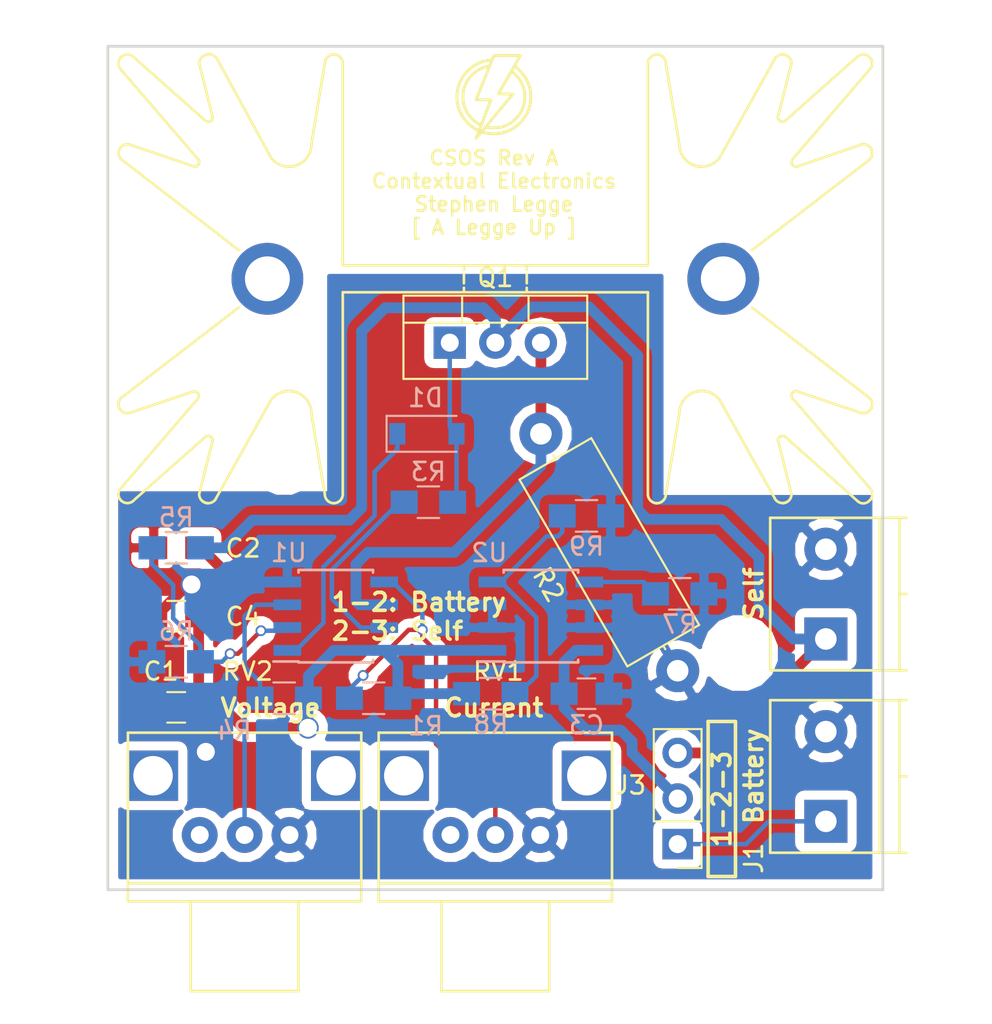
<source format=kicad_pcb>
(kicad_pcb (version 4) (host pcbnew 4.0.6)

  (general
    (links 44)
    (no_connects 0)
    (area 22.104999 23.014999 65.435001 70.155001)
    (thickness 1.6)
    (drawings 15)
    (tracks 148)
    (zones 0)
    (modules 29)
    (nets 15)
  )

  (page A4)
  (layers
    (0 F.Cu signal)
    (31 B.Cu signal)
    (32 B.Adhes user)
    (33 F.Adhes user)
    (34 B.Paste user)
    (35 F.Paste user)
    (36 B.SilkS user)
    (37 F.SilkS user)
    (38 B.Mask user)
    (39 F.Mask user)
    (40 Dwgs.User user)
    (41 Cmts.User user)
    (42 Eco1.User user)
    (43 Eco2.User user)
    (44 Edge.Cuts user)
    (45 Margin user)
    (46 B.CrtYd user)
    (47 F.CrtYd user)
    (48 B.Fab user)
    (49 F.Fab user)
  )

  (setup
    (last_trace_width 0.25)
    (trace_clearance 0.2)
    (zone_clearance 0.508)
    (zone_45_only yes)
    (trace_min 0.2)
    (segment_width 0.2)
    (edge_width 0.15)
    (via_size 0.6)
    (via_drill 0.4)
    (via_min_size 0.4)
    (via_min_drill 0.3)
    (uvia_size 0.3)
    (uvia_drill 0.1)
    (uvias_allowed no)
    (uvia_min_size 0.2)
    (uvia_min_drill 0.1)
    (pcb_text_width 0.3)
    (pcb_text_size 1.5 1.5)
    (mod_edge_width 0.15)
    (mod_text_size 1 1)
    (mod_text_width 0.15)
    (pad_size 1.524 1.524)
    (pad_drill 0.762)
    (pad_to_mask_clearance 0)
    (aux_axis_origin 0 0)
    (visible_elements 7FFFFFFF)
    (pcbplotparams
      (layerselection 0x00030_80000001)
      (usegerberextensions false)
      (excludeedgelayer true)
      (linewidth 0.100000)
      (plotframeref false)
      (viasonmask false)
      (mode 1)
      (useauxorigin false)
      (hpglpennumber 1)
      (hpglpenspeed 20)
      (hpglpendiameter 15)
      (hpglpenoverlay 2)
      (psnegative false)
      (psa4output false)
      (plotreference true)
      (plotvalue true)
      (plotinvisibletext false)
      (padsonsilk false)
      (subtractmaskfromsilk false)
      (outputformat 1)
      (mirror false)
      (drillshape 1)
      (scaleselection 1)
      (outputdirectory ""))
  )

  (net 0 "")
  (net 1 /2.7V)
  (net 2 GND)
  (net 3 /VIN)
  (net 4 "Net-(D1-Pad1)")
  (net 5 "Net-(J1-Pad1)")
  (net 6 /CURRENT_SINK+)
  (net 7 "Net-(Q1-Pad3)")
  (net 8 "Net-(R3-Pad2)")
  (net 9 "Net-(R5-Pad2)")
  (net 10 "Net-(R7-Pad1)")
  (net 11 "Net-(R8-Pad2)")
  (net 12 "Net-(R1-Pad2)")
  (net 13 "Net-(R4-Pad2)")
  (net 14 /VCONTROL)

  (net_class Default "This is the default net class."
    (clearance 0.2)
    (trace_width 0.25)
    (via_dia 0.6)
    (via_drill 0.4)
    (uvia_dia 0.3)
    (uvia_drill 0.1)
    (add_net /VCONTROL)
    (add_net "Net-(D1-Pad1)")
    (add_net "Net-(J1-Pad1)")
    (add_net "Net-(R1-Pad2)")
    (add_net "Net-(R3-Pad2)")
    (add_net "Net-(R4-Pad2)")
    (add_net "Net-(R5-Pad2)")
    (add_net "Net-(R7-Pad1)")
    (add_net "Net-(R8-Pad2)")
  )

  (net_class Power ""
    (clearance 0.3)
    (trace_width 0.6)
    (via_dia 1.2)
    (via_drill 1)
    (uvia_dia 0.3)
    (uvia_drill 0.1)
    (add_net /2.7V)
    (add_net /CURRENT_SINK+)
    (add_net /VIN)
    (add_net GND)
    (add_net "Net-(Q1-Pad3)")
  )

  (module "CSOS Heatsinks:FA-T220-25E_42x25mm_2xDrill2.5mm" (layer F.Cu) (tedit 5923B181) (tstamp 59234572)
    (at 43.77 36.044)
    (fp_text reference REF** (at 7.792 2.31) (layer F.SilkS) hide
      (effects (font (size 1 1) (thickness 0.15)))
    )
    (fp_text value FA-T220-25E_42x25mm_2xDrill2.5mm (at 0 13.5) (layer F.Fab)
      (effects (font (size 1 1) (thickness 0.15)))
    )
    (fp_line (start 20.8 -6.6) (end 14.3 -1.6) (layer F.SilkS) (width 0.15))
    (fp_line (start 20.8 6.6) (end 14.3 1.6) (layer F.SilkS) (width 0.15))
    (fp_line (start -20.8 6.6) (end -14.3 1.6) (layer F.SilkS) (width 0.15))
    (fp_line (start -20.7 -6.55) (end -14.3 -1.6) (layer F.SilkS) (width 0.15))
    (fp_arc (start 16 9) (end 15.75 9.05) (angle 90) (layer F.SilkS) (width 0.15))
    (fp_arc (start 16 9) (end 15.85 8.8) (angle 90) (layer F.SilkS) (width 0.15))
    (fp_arc (start 16.75 6.5) (end 16.6 6.7) (angle 90) (layer F.SilkS) (width 0.15))
    (fp_arc (start 16.75 6.5) (end 16.55 6.35) (angle 90) (layer F.SilkS) (width 0.15))
    (fp_arc (start 16.75 -6.5) (end 16.8 -6.25) (angle 90) (layer F.SilkS) (width 0.15))
    (fp_arc (start 16.75 -6.5) (end 16.55 -6.35) (angle 90) (layer F.SilkS) (width 0.15))
    (fp_arc (start 16 -9) (end 16.15 -8.8) (angle 90) (layer F.SilkS) (width 0.15))
    (fp_arc (start 16 -9) (end 15.95 -8.75) (angle 90) (layer F.SilkS) (width 0.15))
    (fp_arc (start 20.5 -12) (end 20.9 -12.3) (angle 90) (layer F.SilkS) (width 0.15))
    (fp_arc (start 20.5 -12) (end 20.2 -12.4) (angle 90) (layer F.SilkS) (width 0.15))
    (fp_arc (start 20.5 -7) (end 20.9 -7.3) (angle 90) (layer F.SilkS) (width 0.15))
    (fp_arc (start 20.5 -7) (end 20.45 -7.5) (angle 90) (layer F.SilkS) (width 0.15))
    (fp_arc (start 20.5 7) (end 20.95 7.2) (angle 90) (layer F.SilkS) (width 0.15))
    (fp_arc (start 20.5 7) (end 20.8 6.6) (angle 90) (layer F.SilkS) (width 0.15))
    (fp_arc (start 20.5 12) (end 20.9 11.7) (angle 90) (layer F.SilkS) (width 0.15))
    (fp_arc (start 20.5 12.05) (end 20.85 12.35) (angle 90) (layer F.SilkS) (width 0.15))
    (fp_line (start 16.15 8.8) (end 20.2 12.4) (layer F.SilkS) (width 0.15))
    (fp_line (start 16.5 12) (end 15.75 9) (layer F.SilkS) (width 0.15))
    (fp_line (start 16.6 6.7) (end 20.9 11.7) (layer F.SilkS) (width 0.15))
    (fp_line (start 16.9 6.3) (end 20.3 7.45) (layer F.SilkS) (width 0.15))
    (fp_line (start 16.8 -6.25) (end 20.45 -7.5) (layer F.SilkS) (width 0.15))
    (fp_line (start 16.55 -6.65) (end 20.8 -11.6) (layer F.SilkS) (width 0.15))
    (fp_line (start 16.15 -8.8) (end 20.2 -12.4) (layer F.SilkS) (width 0.15))
    (fp_line (start 16.5 -12) (end 15.75 -9.05) (layer F.SilkS) (width 0.15))
    (fp_arc (start -16.75 -6.5) (end -16.55 -6.35) (angle 90) (layer F.SilkS) (width 0.15))
    (fp_arc (start -16.75 -6.5) (end -16.55 -6.65) (angle 90) (layer F.SilkS) (width 0.15))
    (fp_arc (start -16 -9) (end -15.85 -8.8) (angle 90) (layer F.SilkS) (width 0.15))
    (fp_arc (start -16 -9) (end -15.75 -9.05) (angle 90) (layer F.SilkS) (width 0.15))
    (fp_arc (start -16.75 6.5) (end -16.65 6.3) (angle 90) (layer F.SilkS) (width 0.15))
    (fp_arc (start -16.75 6.5) (end -16.85 6.3) (angle 90) (layer F.SilkS) (width 0.15))
    (fp_arc (start -16 9) (end -15.95 8.75) (angle 90) (layer F.SilkS) (width 0.15))
    (fp_arc (start -16 9) (end -16.15 8.8) (angle 90) (layer F.SilkS) (width 0.15))
    (fp_line (start 8.5 12) (end 8.5 0.75) (layer F.SilkS) (width 0.15))
    (fp_arc (start -20.5 -7) (end -20.95 -7.2) (angle 90) (layer F.SilkS) (width 0.15))
    (fp_arc (start -20.5 -7) (end -20.7 -6.55) (angle 90) (layer F.SilkS) (width 0.15))
    (fp_arc (start -20.5 -12) (end -20.9 -12.3) (angle 90) (layer F.SilkS) (width 0.15))
    (fp_arc (start -20.5 -12) (end -20.9 -11.7) (angle 90) (layer F.SilkS) (width 0.15))
    (fp_line (start -16.9 -6.3) (end -20.3 -7.45) (layer F.SilkS) (width 0.15))
    (fp_arc (start -20.5 12) (end -20.15 12.35) (angle 90) (layer F.SilkS) (width 0.15))
    (fp_arc (start -20.5 12) (end -20.85 12.35) (angle 90) (layer F.SilkS) (width 0.15))
    (fp_arc (start -20.5 7) (end -20.3 7.45) (angle 90) (layer F.SilkS) (width 0.15))
    (fp_arc (start -20.5 7) (end -20.9 7.3) (angle 90) (layer F.SilkS) (width 0.15))
    (fp_line (start -8.5 12) (end -8.5 0.75) (layer F.SilkS) (width 0.15))
    (fp_line (start -20.3 7.45) (end -16.9 6.3) (layer F.SilkS) (width 0.15))
    (fp_line (start -20.85 11.65) (end -16.55 6.65) (layer F.SilkS) (width 0.15))
    (fp_line (start -20.1 12.3) (end -16.15 8.8) (layer F.SilkS) (width 0.15))
    (fp_line (start -16.5 12) (end -15.75 9) (layer F.SilkS) (width 0.15))
    (fp_line (start -16.55 -6.65) (end -20.9 -11.7) (layer F.SilkS) (width 0.15))
    (fp_line (start -16.2 -8.85) (end -20.15 -12.35) (layer F.SilkS) (width 0.15))
    (fp_line (start -8.5 -12) (end -8.5 -0.75) (layer F.SilkS) (width 0.15))
    (fp_line (start 8.5 -12) (end 8.5 -0.75) (layer F.SilkS) (width 0.15))
    (fp_line (start -15.75 -9) (end -16.5 -12) (layer F.SilkS) (width 0.15))
    (fp_line (start 15.55 12.2) (end 12.5 6.75) (layer F.SilkS) (width 0.15))
    (fp_arc (start 16 12) (end 16.2 12.45) (angle 90) (layer F.SilkS) (width 0.15))
    (fp_line (start -15.6 12.3) (end -12.5 6.75) (layer F.SilkS) (width 0.15))
    (fp_arc (start -16 12) (end -15.6 12.3) (angle 90) (layer F.SilkS) (width 0.15))
    (fp_line (start -15.5 -12.25) (end -12.5 -6.75) (layer F.SilkS) (width 0.15))
    (fp_arc (start -15.95 -12) (end -16.2 -12.45) (angle 90) (layer F.SilkS) (width 0.15))
    (fp_line (start 12.5 -6.75) (end 15.6 -12.3) (layer F.SilkS) (width 0.15))
    (fp_arc (start 16 -12) (end 15.6 -12.3) (angle 90) (layer F.SilkS) (width 0.15))
    (fp_arc (start 11.5 7.5) (end 10.75 6.5) (angle 90) (layer F.SilkS) (width 0.15))
    (fp_arc (start 11.5 7.5) (end 10.25 7.5) (angle 90) (layer F.SilkS) (width 0.15))
    (fp_arc (start -11.5 7.5) (end -11.5 6.25) (angle 90) (layer F.SilkS) (width 0.15))
    (fp_arc (start -11.5 7.5) (end -12.5 6.75) (angle 90) (layer F.SilkS) (width 0.15))
    (fp_arc (start -11.5 -7.5) (end -10.75 -6.5) (angle 90) (layer F.SilkS) (width 0.15))
    (fp_arc (start -11.5 -7.5) (end -10.25 -7.5) (angle 90) (layer F.SilkS) (width 0.15))
    (fp_arc (start 11.5 -7.5) (end 12.5 -6.75) (angle 90) (layer F.SilkS) (width 0.15))
    (fp_arc (start 11.5 -7.5) (end 11.5 -6.25) (angle 90) (layer F.SilkS) (width 0.15))
    (fp_line (start 10.25 7.5) (end 9.5 12) (layer F.SilkS) (width 0.15))
    (fp_line (start -10.25 7.5) (end -9.5 12) (layer F.SilkS) (width 0.15))
    (fp_line (start 9.5 -12) (end 10.25 -7.5) (layer F.SilkS) (width 0.15))
    (fp_line (start -9.5 -12) (end -10.25 -7.5) (layer F.SilkS) (width 0.15))
    (fp_arc (start -16 -12) (end -16.5 -12) (angle 90) (layer F.SilkS) (width 0.15))
    (fp_arc (start 16 -12) (end 16 -12.5) (angle 90) (layer F.SilkS) (width 0.15))
    (fp_arc (start 16 12) (end 16.5 12) (angle 90) (layer F.SilkS) (width 0.15))
    (fp_arc (start -16 12) (end -16 12.5) (angle 90) (layer F.SilkS) (width 0.15))
    (fp_arc (start -9 -12) (end -9.5 -12) (angle 90) (layer F.SilkS) (width 0.15))
    (fp_arc (start -9 -12) (end -9 -12.5) (angle 90) (layer F.SilkS) (width 0.15))
    (fp_arc (start -9 12) (end -9 12.5) (angle 90) (layer F.SilkS) (width 0.15))
    (fp_arc (start -9 12) (end -8.5 12) (angle 90) (layer F.SilkS) (width 0.15))
    (fp_arc (start 9 12) (end 9.5 12) (angle 90) (layer F.SilkS) (width 0.15))
    (fp_arc (start 9 12) (end 9 12.5) (angle 90) (layer F.SilkS) (width 0.15))
    (fp_arc (start 9 -12) (end 9 -12.5) (angle 90) (layer F.SilkS) (width 0.15))
    (fp_arc (start 9 -12) (end 8.5 -12) (angle 90) (layer F.SilkS) (width 0.15))
    (fp_line (start 1.75 -0.25) (end 1.75 0.25) (layer F.SilkS) (width 0.15))
    (fp_line (start -1.75 -0.25) (end -1.75 0.25) (layer F.SilkS) (width 0.15))
    (fp_line (start 1.75 0.5) (end 1.75 0.75) (layer F.SilkS) (width 0.15))
    (fp_line (start -1.75 0.75) (end -1.75 0.5) (layer F.SilkS) (width 0.15))
    (fp_line (start 1.75 -0.75) (end 1.75 -0.5) (layer F.SilkS) (width 0.15))
    (fp_line (start -1.75 -0.75) (end -1.75 -0.5) (layer F.SilkS) (width 0.15))
    (fp_line (start 8.5 0.75) (end -8.5 0.75) (layer F.SilkS) (width 0.15))
    (fp_line (start -8.5 -0.75) (end 8.5 -0.75) (layer F.SilkS) (width 0.15))
    (pad 1 thru_hole circle (at -12.7 0) (size 4 4) (drill 2.5) (layers *.Cu *.Mask))
    (pad 1 thru_hole circle (at 12.7 0) (size 4 4) (drill 2.5) (layers *.Cu *.Mask))
  )

  (module "CSOS Connectors:TerminalBlock_Pheonix_PT-5mm_2pol" (layer F.Cu) (tedit 5923AC99) (tstamp 5921359A)
    (at 62.185 56.11 90)
    (descr "2-way 5mm pitch terminal block, Phoenix PT series")
    (path /591E8ADC)
    (fp_text reference J2 (at -1.04 -4.019 90) (layer F.SilkS)
      (effects (font (size 1 1) (thickness 0.15)))
    )
    (fp_text value CONN_01X02_MALE (at 1.75 6 90) (layer F.Fab)
      (effects (font (size 1 1) (thickness 0.15)))
    )
    (fp_line (start -1.9 -3.3) (end 6.95 -3.3) (layer F.CrtYd) (width 0.05))
    (fp_line (start -1.9 4.7) (end -1.9 -3.3) (layer F.CrtYd) (width 0.05))
    (fp_line (start 6.95 4.7) (end -1.9 4.7) (layer F.CrtYd) (width 0.05))
    (fp_line (start 6.95 -3.3) (end 6.95 4.7) (layer F.CrtYd) (width 0.05))
    (fp_line (start 2.5 4.1) (end 2.5 4.5) (layer F.SilkS) (width 0.15))
    (fp_line (start -1.75 3) (end 6.75 3) (layer F.SilkS) (width 0.15))
    (fp_line (start -1.75 4.1) (end 6.75 4.1) (layer F.SilkS) (width 0.15))
    (fp_line (start -1.75 -3.1) (end -1.75 4.5) (layer F.SilkS) (width 0.15))
    (fp_line (start 6.75 4.5) (end 6.75 -3.1) (layer F.SilkS) (width 0.15))
    (fp_line (start 6.75 -3.1) (end -1.75 -3.1) (layer F.SilkS) (width 0.15))
    (pad 2 thru_hole circle (at 5 0 90) (size 2.4 2.4) (drill 1.2) (layers *.Cu *.Mask)
      (net 2 GND))
    (pad 1 thru_hole rect (at 0 0 90) (size 2.4 2.4) (drill 1.2) (layers *.Cu *.Mask)
      (net 6 /CURRENT_SINK+))
  )

  (module Capacitors_SMD:C_0805_HandSoldering (layer F.Cu) (tedit 5923ADE3) (tstamp 5920820A)
    (at 25.99 59.92 180)
    (descr "Capacitor SMD 0805, hand soldering")
    (tags "capacitor 0805")
    (path /591E9A61)
    (attr smd)
    (fp_text reference C1 (at 0.844 2.008 180) (layer F.SilkS)
      (effects (font (size 1 1) (thickness 0.15)))
    )
    (fp_text value C (at 0 1.75 180) (layer F.Fab)
      (effects (font (size 1 1) (thickness 0.15)))
    )
    (fp_text user %R (at 0.844 2.008 180) (layer F.Fab)
      (effects (font (size 1 1) (thickness 0.15)))
    )
    (fp_line (start -1 0.62) (end -1 -0.62) (layer F.Fab) (width 0.1))
    (fp_line (start 1 0.62) (end -1 0.62) (layer F.Fab) (width 0.1))
    (fp_line (start 1 -0.62) (end 1 0.62) (layer F.Fab) (width 0.1))
    (fp_line (start -1 -0.62) (end 1 -0.62) (layer F.Fab) (width 0.1))
    (fp_line (start 0.5 -0.85) (end -0.5 -0.85) (layer F.SilkS) (width 0.12))
    (fp_line (start -0.5 0.85) (end 0.5 0.85) (layer F.SilkS) (width 0.12))
    (fp_line (start -2.25 -0.88) (end 2.25 -0.88) (layer F.CrtYd) (width 0.05))
    (fp_line (start -2.25 -0.88) (end -2.25 0.87) (layer F.CrtYd) (width 0.05))
    (fp_line (start 2.25 0.87) (end 2.25 -0.88) (layer F.CrtYd) (width 0.05))
    (fp_line (start 2.25 0.87) (end -2.25 0.87) (layer F.CrtYd) (width 0.05))
    (pad 1 smd rect (at -1.25 0 180) (size 1.5 1.25) (layers F.Cu F.Paste F.Mask)
      (net 1 /2.7V))
    (pad 2 smd rect (at 1.25 0 180) (size 1.5 1.25) (layers F.Cu F.Paste F.Mask)
      (net 2 GND))
    (model Capacitors_SMD.3dshapes/C_0805.wrl
      (at (xyz 0 0 0))
      (scale (xyz 1 1 1))
      (rotate (xyz 0 0 0))
    )
  )

  (module Capacitors_SMD:C_0805_HandSoldering (layer F.Cu) (tedit 5923AA3C) (tstamp 59208210)
    (at 25.99 51.03 180)
    (descr "Capacitor SMD 0805, hand soldering")
    (tags "capacitor 0805")
    (path /5920A143)
    (attr smd)
    (fp_text reference C2 (at -3.728 -0.024 180) (layer F.SilkS)
      (effects (font (size 1 1) (thickness 0.15)))
    )
    (fp_text value 0.1 (at 0 1.75 180) (layer F.Fab)
      (effects (font (size 1 1) (thickness 0.15)))
    )
    (fp_text user %R (at -3.728 -0.024 180) (layer F.Fab)
      (effects (font (size 1 1) (thickness 0.15)))
    )
    (fp_line (start -1 0.62) (end -1 -0.62) (layer F.Fab) (width 0.1))
    (fp_line (start 1 0.62) (end -1 0.62) (layer F.Fab) (width 0.1))
    (fp_line (start 1 -0.62) (end 1 0.62) (layer F.Fab) (width 0.1))
    (fp_line (start -1 -0.62) (end 1 -0.62) (layer F.Fab) (width 0.1))
    (fp_line (start 0.5 -0.85) (end -0.5 -0.85) (layer F.SilkS) (width 0.12))
    (fp_line (start -0.5 0.85) (end 0.5 0.85) (layer F.SilkS) (width 0.12))
    (fp_line (start -2.25 -0.88) (end 2.25 -0.88) (layer F.CrtYd) (width 0.05))
    (fp_line (start -2.25 -0.88) (end -2.25 0.87) (layer F.CrtYd) (width 0.05))
    (fp_line (start 2.25 0.87) (end 2.25 -0.88) (layer F.CrtYd) (width 0.05))
    (fp_line (start 2.25 0.87) (end -2.25 0.87) (layer F.CrtYd) (width 0.05))
    (pad 1 smd rect (at -1.25 0 180) (size 1.5 1.25) (layers F.Cu F.Paste F.Mask)
      (net 1 /2.7V))
    (pad 2 smd rect (at 1.25 0 180) (size 1.5 1.25) (layers F.Cu F.Paste F.Mask)
      (net 2 GND))
    (model Capacitors_SMD.3dshapes/C_0805.wrl
      (at (xyz 0 0 0))
      (scale (xyz 1 1 1))
      (rotate (xyz 0 0 0))
    )
  )

  (module Capacitors_SMD:C_0805_HandSoldering (layer B.Cu) (tedit 58AA84A8) (tstamp 59208216)
    (at 48.85 59.158)
    (descr "Capacitor SMD 0805, hand soldering")
    (tags "capacitor 0805")
    (path /591E7E69)
    (attr smd)
    (fp_text reference C3 (at 0 1.75) (layer B.SilkS)
      (effects (font (size 1 1) (thickness 0.15)) (justify mirror))
    )
    (fp_text value 0.1 (at 0 -1.75) (layer B.Fab)
      (effects (font (size 1 1) (thickness 0.15)) (justify mirror))
    )
    (fp_text user %R (at 0 1.75) (layer B.Fab)
      (effects (font (size 1 1) (thickness 0.15)) (justify mirror))
    )
    (fp_line (start -1 -0.62) (end -1 0.62) (layer B.Fab) (width 0.1))
    (fp_line (start 1 -0.62) (end -1 -0.62) (layer B.Fab) (width 0.1))
    (fp_line (start 1 0.62) (end 1 -0.62) (layer B.Fab) (width 0.1))
    (fp_line (start -1 0.62) (end 1 0.62) (layer B.Fab) (width 0.1))
    (fp_line (start 0.5 0.85) (end -0.5 0.85) (layer B.SilkS) (width 0.12))
    (fp_line (start -0.5 -0.85) (end 0.5 -0.85) (layer B.SilkS) (width 0.12))
    (fp_line (start -2.25 0.88) (end 2.25 0.88) (layer B.CrtYd) (width 0.05))
    (fp_line (start -2.25 0.88) (end -2.25 -0.87) (layer B.CrtYd) (width 0.05))
    (fp_line (start 2.25 -0.87) (end 2.25 0.88) (layer B.CrtYd) (width 0.05))
    (fp_line (start 2.25 -0.87) (end -2.25 -0.87) (layer B.CrtYd) (width 0.05))
    (pad 1 smd rect (at -1.25 0) (size 1.5 1.25) (layers B.Cu B.Paste B.Mask)
      (net 3 /VIN))
    (pad 2 smd rect (at 1.25 0) (size 1.5 1.25) (layers B.Cu B.Paste B.Mask)
      (net 2 GND))
    (model Capacitors_SMD.3dshapes/C_0805.wrl
      (at (xyz 0 0 0))
      (scale (xyz 1 1 1))
      (rotate (xyz 0 0 0))
    )
  )

  (module Capacitors_SMD:C_0805_HandSoldering (layer F.Cu) (tedit 5923A9F0) (tstamp 5920821C)
    (at 25.99 54.84 180)
    (descr "Capacitor SMD 0805, hand soldering")
    (tags "capacitor 0805")
    (path /591E7EA0)
    (attr smd)
    (fp_text reference C4 (at -3.728 -0.024 180) (layer F.SilkS)
      (effects (font (size 1 1) (thickness 0.15)))
    )
    (fp_text value 0.1 (at 0 1.75 180) (layer F.Fab)
      (effects (font (size 1 1) (thickness 0.15)))
    )
    (fp_text user %R (at -3.728 -0.024 180) (layer F.Fab)
      (effects (font (size 1 1) (thickness 0.15)))
    )
    (fp_line (start -1 0.62) (end -1 -0.62) (layer F.Fab) (width 0.1))
    (fp_line (start 1 0.62) (end -1 0.62) (layer F.Fab) (width 0.1))
    (fp_line (start 1 -0.62) (end 1 0.62) (layer F.Fab) (width 0.1))
    (fp_line (start -1 -0.62) (end 1 -0.62) (layer F.Fab) (width 0.1))
    (fp_line (start 0.5 -0.85) (end -0.5 -0.85) (layer F.SilkS) (width 0.12))
    (fp_line (start -0.5 0.85) (end 0.5 0.85) (layer F.SilkS) (width 0.12))
    (fp_line (start -2.25 -0.88) (end 2.25 -0.88) (layer F.CrtYd) (width 0.05))
    (fp_line (start -2.25 -0.88) (end -2.25 0.87) (layer F.CrtYd) (width 0.05))
    (fp_line (start 2.25 0.87) (end 2.25 -0.88) (layer F.CrtYd) (width 0.05))
    (fp_line (start 2.25 0.87) (end -2.25 0.87) (layer F.CrtYd) (width 0.05))
    (pad 1 smd rect (at -1.25 0 180) (size 1.5 1.25) (layers F.Cu F.Paste F.Mask)
      (net 1 /2.7V))
    (pad 2 smd rect (at 1.25 0 180) (size 1.5 1.25) (layers F.Cu F.Paste F.Mask)
      (net 2 GND))
    (model Capacitors_SMD.3dshapes/C_0805.wrl
      (at (xyz 0 0 0))
      (scale (xyz 1 1 1))
      (rotate (xyz 0 0 0))
    )
  )

  (module Diodes_SMD:D_SOD-123 (layer B.Cu) (tedit 5923A876) (tstamp 59208222)
    (at 39.96 44.68)
    (descr SOD-123)
    (tags SOD-123)
    (path /59207359)
    (attr smd)
    (fp_text reference D1 (at -0.082 -2.008) (layer B.SilkS)
      (effects (font (size 1 1) (thickness 0.15)) (justify mirror))
    )
    (fp_text value D (at 0 -2.1) (layer B.Fab)
      (effects (font (size 1 1) (thickness 0.15)) (justify mirror))
    )
    (fp_text user %R (at 0 2) (layer B.Fab)
      (effects (font (size 1 1) (thickness 0.15)) (justify mirror))
    )
    (fp_line (start -2.25 1) (end -2.25 -1) (layer B.SilkS) (width 0.12))
    (fp_line (start 0.25 0) (end 0.75 0) (layer B.Fab) (width 0.1))
    (fp_line (start 0.25 -0.4) (end -0.35 0) (layer B.Fab) (width 0.1))
    (fp_line (start 0.25 0.4) (end 0.25 -0.4) (layer B.Fab) (width 0.1))
    (fp_line (start -0.35 0) (end 0.25 0.4) (layer B.Fab) (width 0.1))
    (fp_line (start -0.35 0) (end -0.35 -0.55) (layer B.Fab) (width 0.1))
    (fp_line (start -0.35 0) (end -0.35 0.55) (layer B.Fab) (width 0.1))
    (fp_line (start -0.75 0) (end -0.35 0) (layer B.Fab) (width 0.1))
    (fp_line (start -1.4 -0.9) (end -1.4 0.9) (layer B.Fab) (width 0.1))
    (fp_line (start 1.4 -0.9) (end -1.4 -0.9) (layer B.Fab) (width 0.1))
    (fp_line (start 1.4 0.9) (end 1.4 -0.9) (layer B.Fab) (width 0.1))
    (fp_line (start -1.4 0.9) (end 1.4 0.9) (layer B.Fab) (width 0.1))
    (fp_line (start -2.35 1.15) (end 2.35 1.15) (layer B.CrtYd) (width 0.05))
    (fp_line (start 2.35 1.15) (end 2.35 -1.15) (layer B.CrtYd) (width 0.05))
    (fp_line (start 2.35 -1.15) (end -2.35 -1.15) (layer B.CrtYd) (width 0.05))
    (fp_line (start -2.35 1.15) (end -2.35 -1.15) (layer B.CrtYd) (width 0.05))
    (fp_line (start -2.25 -1) (end 1.65 -1) (layer B.SilkS) (width 0.12))
    (fp_line (start -2.25 1) (end 1.65 1) (layer B.SilkS) (width 0.12))
    (pad 1 smd rect (at -1.65 0) (size 0.9 1.2) (layers B.Cu B.Paste B.Mask)
      (net 4 "Net-(D1-Pad1)"))
    (pad 2 smd rect (at 1.65 0) (size 0.9 1.2) (layers B.Cu B.Paste B.Mask)
      (net 14 /VCONTROL))
    (model ${KISYS3DMOD}/Diodes_SMD.3dshapes/D_SOD-123.wrl
      (at (xyz 0 0 0))
      (scale (xyz 1 1 1))
      (rotate (xyz 0 0 0))
    )
  )

  (module Pin_Headers:Pin_Header_Straight_1x03_Pitch2.54mm (layer F.Cu) (tedit 5923AA56) (tstamp 59208235)
    (at 53.93 67.54 180)
    (descr "Through hole straight pin header, 1x03, 2.54mm pitch, single row")
    (tags "Through hole pin header THT 1x03 2.54mm single row")
    (path /59204531)
    (fp_text reference J3 (at 2.622 3.278 180) (layer F.SilkS)
      (effects (font (size 1 1) (thickness 0.15)))
    )
    (fp_text value CONN_01X03_MALE (at 0 7.41 180) (layer F.Fab)
      (effects (font (size 1 1) (thickness 0.15)))
    )
    (fp_line (start -1.27 -1.27) (end -1.27 6.35) (layer F.Fab) (width 0.1))
    (fp_line (start -1.27 6.35) (end 1.27 6.35) (layer F.Fab) (width 0.1))
    (fp_line (start 1.27 6.35) (end 1.27 -1.27) (layer F.Fab) (width 0.1))
    (fp_line (start 1.27 -1.27) (end -1.27 -1.27) (layer F.Fab) (width 0.1))
    (fp_line (start -1.33 1.27) (end -1.33 6.41) (layer F.SilkS) (width 0.12))
    (fp_line (start -1.33 6.41) (end 1.33 6.41) (layer F.SilkS) (width 0.12))
    (fp_line (start 1.33 6.41) (end 1.33 1.27) (layer F.SilkS) (width 0.12))
    (fp_line (start 1.33 1.27) (end -1.33 1.27) (layer F.SilkS) (width 0.12))
    (fp_line (start -1.33 0) (end -1.33 -1.33) (layer F.SilkS) (width 0.12))
    (fp_line (start -1.33 -1.33) (end 0 -1.33) (layer F.SilkS) (width 0.12))
    (fp_line (start -1.8 -1.8) (end -1.8 6.85) (layer F.CrtYd) (width 0.05))
    (fp_line (start -1.8 6.85) (end 1.8 6.85) (layer F.CrtYd) (width 0.05))
    (fp_line (start 1.8 6.85) (end 1.8 -1.8) (layer F.CrtYd) (width 0.05))
    (fp_line (start 1.8 -1.8) (end -1.8 -1.8) (layer F.CrtYd) (width 0.05))
    (fp_text user %R (at 2.622 3.278 180) (layer F.Fab)
      (effects (font (size 1 1) (thickness 0.15)))
    )
    (pad 1 thru_hole rect (at 0 0 180) (size 1.7 1.7) (drill 1) (layers *.Cu *.Mask)
      (net 5 "Net-(J1-Pad1)"))
    (pad 2 thru_hole oval (at 0 2.54 180) (size 1.7 1.7) (drill 1) (layers *.Cu *.Mask)
      (net 3 /VIN))
    (pad 3 thru_hole oval (at 0 5.08 180) (size 1.7 1.7) (drill 1) (layers *.Cu *.Mask)
      (net 6 /CURRENT_SINK+))
    (model ${KISYS3DMOD}/Pin_Headers.3dshapes/Pin_Header_Straight_1x03_Pitch2.54mm.wrl
      (at (xyz 0 -0.1 0))
      (scale (xyz 1 1 1))
      (rotate (xyz 0 0 90))
    )
  )

  (module TO_SOT_Packages_THT:TO-220_Vertical (layer F.Cu) (tedit 58CE52AD) (tstamp 5920823C)
    (at 41.23 39.6)
    (descr "TO-220, Vertical, RM 2.54mm")
    (tags "TO-220 Vertical RM 2.54mm")
    (path /591E8B34)
    (fp_text reference Q1 (at 2.54 -3.62) (layer F.SilkS)
      (effects (font (size 1 1) (thickness 0.15)))
    )
    (fp_text value PHP23NQ11 (at 2.54 3.92) (layer F.Fab)
      (effects (font (size 1 1) (thickness 0.15)))
    )
    (fp_text user %R (at 2.54 -3.62) (layer F.Fab)
      (effects (font (size 1 1) (thickness 0.15)))
    )
    (fp_line (start -2.46 -2.5) (end -2.46 1.9) (layer F.Fab) (width 0.1))
    (fp_line (start -2.46 1.9) (end 7.54 1.9) (layer F.Fab) (width 0.1))
    (fp_line (start 7.54 1.9) (end 7.54 -2.5) (layer F.Fab) (width 0.1))
    (fp_line (start 7.54 -2.5) (end -2.46 -2.5) (layer F.Fab) (width 0.1))
    (fp_line (start -2.46 -1.23) (end 7.54 -1.23) (layer F.Fab) (width 0.1))
    (fp_line (start 0.69 -2.5) (end 0.69 -1.23) (layer F.Fab) (width 0.1))
    (fp_line (start 4.39 -2.5) (end 4.39 -1.23) (layer F.Fab) (width 0.1))
    (fp_line (start -2.58 -2.62) (end 7.66 -2.62) (layer F.SilkS) (width 0.12))
    (fp_line (start -2.58 2.021) (end 7.66 2.021) (layer F.SilkS) (width 0.12))
    (fp_line (start -2.58 -2.62) (end -2.58 2.021) (layer F.SilkS) (width 0.12))
    (fp_line (start 7.66 -2.62) (end 7.66 2.021) (layer F.SilkS) (width 0.12))
    (fp_line (start -2.58 -1.11) (end 7.66 -1.11) (layer F.SilkS) (width 0.12))
    (fp_line (start 0.69 -2.62) (end 0.69 -1.11) (layer F.SilkS) (width 0.12))
    (fp_line (start 4.391 -2.62) (end 4.391 -1.11) (layer F.SilkS) (width 0.12))
    (fp_line (start -2.71 -2.75) (end -2.71 2.16) (layer F.CrtYd) (width 0.05))
    (fp_line (start -2.71 2.16) (end 7.79 2.16) (layer F.CrtYd) (width 0.05))
    (fp_line (start 7.79 2.16) (end 7.79 -2.75) (layer F.CrtYd) (width 0.05))
    (fp_line (start 7.79 -2.75) (end -2.71 -2.75) (layer F.CrtYd) (width 0.05))
    (pad 1 thru_hole rect (at 0 0) (size 1.8 1.8) (drill 1) (layers *.Cu *.Mask)
      (net 14 /VCONTROL))
    (pad 2 thru_hole oval (at 2.54 0) (size 1.8 1.8) (drill 1) (layers *.Cu *.Mask)
      (net 6 /CURRENT_SINK+))
    (pad 3 thru_hole oval (at 5.08 0) (size 1.8 1.8) (drill 1) (layers *.Cu *.Mask)
      (net 7 "Net-(Q1-Pad3)"))
    (model ${KISYS3DMOD}/TO_SOT_Packages_THT.3dshapes/TO-220_Vertical.wrl
      (at (xyz 0.1 0 0))
      (scale (xyz 0.393701 0.393701 0.393701))
      (rotate (xyz 0 0 0))
    )
  )

  (module Resistors_SMD:R_0805_HandSoldering (layer B.Cu) (tedit 5923A969) (tstamp 59208242)
    (at 36.992 59.412 180)
    (descr "Resistor SMD 0805, hand soldering")
    (tags "resistor 0805")
    (path /591E7A1F)
    (attr smd)
    (fp_text reference R1 (at -2.886 -1.548 180) (layer B.SilkS)
      (effects (font (size 1 1) (thickness 0.15)) (justify mirror))
    )
    (fp_text value 68K (at 0 -1.75 180) (layer B.Fab)
      (effects (font (size 1 1) (thickness 0.15)) (justify mirror))
    )
    (fp_text user %R (at 0 0 180) (layer B.Fab)
      (effects (font (size 0.5 0.5) (thickness 0.075)) (justify mirror))
    )
    (fp_line (start -1 -0.62) (end -1 0.62) (layer B.Fab) (width 0.1))
    (fp_line (start 1 -0.62) (end -1 -0.62) (layer B.Fab) (width 0.1))
    (fp_line (start 1 0.62) (end 1 -0.62) (layer B.Fab) (width 0.1))
    (fp_line (start -1 0.62) (end 1 0.62) (layer B.Fab) (width 0.1))
    (fp_line (start 0.6 -0.88) (end -0.6 -0.88) (layer B.SilkS) (width 0.12))
    (fp_line (start -0.6 0.88) (end 0.6 0.88) (layer B.SilkS) (width 0.12))
    (fp_line (start -2.35 0.9) (end 2.35 0.9) (layer B.CrtYd) (width 0.05))
    (fp_line (start -2.35 0.9) (end -2.35 -0.9) (layer B.CrtYd) (width 0.05))
    (fp_line (start 2.35 -0.9) (end 2.35 0.9) (layer B.CrtYd) (width 0.05))
    (fp_line (start 2.35 -0.9) (end -2.35 -0.9) (layer B.CrtYd) (width 0.05))
    (pad 1 smd rect (at -1.35 0 180) (size 1.5 1.3) (layers B.Cu B.Paste B.Mask)
      (net 1 /2.7V))
    (pad 2 smd rect (at 1.35 0 180) (size 1.5 1.3) (layers B.Cu B.Paste B.Mask)
      (net 12 "Net-(R1-Pad2)"))
    (model ${KISYS3DMOD}/Resistors_SMD.3dshapes/R_0805.wrl
      (at (xyz 0 0 0))
      (scale (xyz 1 1 1))
      (rotate (xyz 0 0 0))
    )
  )

  (module Resistors_THT:R_Axial_DIN0414_L11.9mm_D4.5mm_P15.24mm_Horizontal (layer F.Cu) (tedit 5923AA0C) (tstamp 59208248)
    (at 46.31 44.68 300)
    (descr "Resistor, Axial_DIN0414 series, Axial, Horizontal, pin pitch=15.24mm, 2W, length*diameter=11.9*4.5mm^2, http://www.vishay.com/docs/20128/wkxwrx.pdf")
    (tags "Resistor Axial_DIN0414 series Axial Horizontal pin pitch 15.24mm 2W length 11.9mm diameter 4.5mm")
    (path /591E78DF)
    (fp_text reference R2 (at 7.49281 3.834073 300) (layer F.SilkS)
      (effects (font (size 1 1) (thickness 0.15)))
    )
    (fp_text value 0.1 (at 7.62 3.31 300) (layer F.Fab)
      (effects (font (size 1 1) (thickness 0.15)))
    )
    (fp_line (start 1.67 -2.25) (end 1.67 2.25) (layer F.Fab) (width 0.1))
    (fp_line (start 1.67 2.25) (end 13.57 2.25) (layer F.Fab) (width 0.1))
    (fp_line (start 13.57 2.25) (end 13.57 -2.25) (layer F.Fab) (width 0.1))
    (fp_line (start 13.57 -2.25) (end 1.67 -2.25) (layer F.Fab) (width 0.1))
    (fp_line (start 0 0) (end 1.67 0) (layer F.Fab) (width 0.1))
    (fp_line (start 15.24 0) (end 13.57 0) (layer F.Fab) (width 0.1))
    (fp_line (start 1.61 -2.31) (end 1.61 2.31) (layer F.SilkS) (width 0.12))
    (fp_line (start 1.61 2.31) (end 13.63 2.31) (layer F.SilkS) (width 0.12))
    (fp_line (start 13.63 2.31) (end 13.63 -2.31) (layer F.SilkS) (width 0.12))
    (fp_line (start 13.63 -2.31) (end 1.61 -2.31) (layer F.SilkS) (width 0.12))
    (fp_line (start 1.38 0) (end 1.61 0) (layer F.SilkS) (width 0.12))
    (fp_line (start 13.86 0) (end 13.63 0) (layer F.SilkS) (width 0.12))
    (fp_line (start -1.45 -2.6) (end -1.45 2.6) (layer F.CrtYd) (width 0.05))
    (fp_line (start -1.45 2.6) (end 16.7 2.6) (layer F.CrtYd) (width 0.05))
    (fp_line (start 16.7 2.6) (end 16.7 -2.6) (layer F.CrtYd) (width 0.05))
    (fp_line (start 16.7 -2.6) (end -1.45 -2.6) (layer F.CrtYd) (width 0.05))
    (pad 1 thru_hole circle (at 0 0 300) (size 2.4 2.4) (drill 1.2) (layers *.Cu *.Mask)
      (net 7 "Net-(Q1-Pad3)"))
    (pad 2 thru_hole oval (at 15.24 0 300) (size 2.4 2.4) (drill 1.2) (layers *.Cu *.Mask)
      (net 2 GND))
    (model Resistors_THT.3dshapes/R_Axial_DIN0414_L11.9mm_D4.5mm_P15.24mm_Horizontal.wrl
      (at (xyz 0 0 0))
      (scale (xyz 0.393701 0.393701 0.393701))
      (rotate (xyz 0 0 0))
    )
  )

  (module Resistors_SMD:R_0805_HandSoldering (layer B.Cu) (tedit 58E0A804) (tstamp 5920824E)
    (at 40.04 48.49 180)
    (descr "Resistor SMD 0805, hand soldering")
    (tags "resistor 0805")
    (path /5920824C)
    (attr smd)
    (fp_text reference R3 (at 0 1.7 180) (layer B.SilkS)
      (effects (font (size 1 1) (thickness 0.15)) (justify mirror))
    )
    (fp_text value 1K (at 0 -1.75 180) (layer B.Fab)
      (effects (font (size 1 1) (thickness 0.15)) (justify mirror))
    )
    (fp_text user %R (at 0 0 180) (layer B.Fab)
      (effects (font (size 0.5 0.5) (thickness 0.075)) (justify mirror))
    )
    (fp_line (start -1 -0.62) (end -1 0.62) (layer B.Fab) (width 0.1))
    (fp_line (start 1 -0.62) (end -1 -0.62) (layer B.Fab) (width 0.1))
    (fp_line (start 1 0.62) (end 1 -0.62) (layer B.Fab) (width 0.1))
    (fp_line (start -1 0.62) (end 1 0.62) (layer B.Fab) (width 0.1))
    (fp_line (start 0.6 -0.88) (end -0.6 -0.88) (layer B.SilkS) (width 0.12))
    (fp_line (start -0.6 0.88) (end 0.6 0.88) (layer B.SilkS) (width 0.12))
    (fp_line (start -2.35 0.9) (end 2.35 0.9) (layer B.CrtYd) (width 0.05))
    (fp_line (start -2.35 0.9) (end -2.35 -0.9) (layer B.CrtYd) (width 0.05))
    (fp_line (start 2.35 -0.9) (end 2.35 0.9) (layer B.CrtYd) (width 0.05))
    (fp_line (start 2.35 -0.9) (end -2.35 -0.9) (layer B.CrtYd) (width 0.05))
    (pad 1 smd rect (at -1.35 0 180) (size 1.5 1.3) (layers B.Cu B.Paste B.Mask)
      (net 14 /VCONTROL))
    (pad 2 smd rect (at 1.35 0 180) (size 1.5 1.3) (layers B.Cu B.Paste B.Mask)
      (net 8 "Net-(R3-Pad2)"))
    (model ${KISYS3DMOD}/Resistors_SMD.3dshapes/R_0805.wrl
      (at (xyz 0 0 0))
      (scale (xyz 1 1 1))
      (rotate (xyz 0 0 0))
    )
  )

  (module Resistors_SMD:R_0805_HandSoldering (layer B.Cu) (tedit 5923A96C) (tstamp 59208254)
    (at 32.006 59.412 180)
    (descr "Resistor SMD 0805, hand soldering")
    (tags "resistor 0805")
    (path /592089E3)
    (attr smd)
    (fp_text reference R4 (at 2.796 -1.802 180) (layer B.SilkS)
      (effects (font (size 1 1) (thickness 0.15)) (justify mirror))
    )
    (fp_text value 28.7K (at 0 -1.75 180) (layer B.Fab)
      (effects (font (size 1 1) (thickness 0.15)) (justify mirror))
    )
    (fp_text user %R (at 0 0 180) (layer B.Fab)
      (effects (font (size 0.5 0.5) (thickness 0.075)) (justify mirror))
    )
    (fp_line (start -1 -0.62) (end -1 0.62) (layer B.Fab) (width 0.1))
    (fp_line (start 1 -0.62) (end -1 -0.62) (layer B.Fab) (width 0.1))
    (fp_line (start 1 0.62) (end 1 -0.62) (layer B.Fab) (width 0.1))
    (fp_line (start -1 0.62) (end 1 0.62) (layer B.Fab) (width 0.1))
    (fp_line (start 0.6 -0.88) (end -0.6 -0.88) (layer B.SilkS) (width 0.12))
    (fp_line (start -0.6 0.88) (end 0.6 0.88) (layer B.SilkS) (width 0.12))
    (fp_line (start -2.35 0.9) (end 2.35 0.9) (layer B.CrtYd) (width 0.05))
    (fp_line (start -2.35 0.9) (end -2.35 -0.9) (layer B.CrtYd) (width 0.05))
    (fp_line (start 2.35 -0.9) (end 2.35 0.9) (layer B.CrtYd) (width 0.05))
    (fp_line (start 2.35 -0.9) (end -2.35 -0.9) (layer B.CrtYd) (width 0.05))
    (pad 1 smd rect (at -1.35 0 180) (size 1.5 1.3) (layers B.Cu B.Paste B.Mask)
      (net 1 /2.7V))
    (pad 2 smd rect (at 1.35 0 180) (size 1.5 1.3) (layers B.Cu B.Paste B.Mask)
      (net 13 "Net-(R4-Pad2)"))
    (model ${KISYS3DMOD}/Resistors_SMD.3dshapes/R_0805.wrl
      (at (xyz 0 0 0))
      (scale (xyz 1 1 1))
      (rotate (xyz 0 0 0))
    )
  )

  (module Resistors_SMD:R_0805_HandSoldering (layer B.Cu) (tedit 58E0A804) (tstamp 5920825A)
    (at 25.99 51.03 180)
    (descr "Resistor SMD 0805, hand soldering")
    (tags "resistor 0805")
    (path /5920B26E)
    (attr smd)
    (fp_text reference R5 (at 0 1.7 180) (layer B.SilkS)
      (effects (font (size 1 1) (thickness 0.15)) (justify mirror))
    )
    (fp_text value 9K (at 0 -1.75 180) (layer B.Fab)
      (effects (font (size 1 1) (thickness 0.15)) (justify mirror))
    )
    (fp_text user %R (at 0 0 180) (layer B.Fab)
      (effects (font (size 0.5 0.5) (thickness 0.075)) (justify mirror))
    )
    (fp_line (start -1 -0.62) (end -1 0.62) (layer B.Fab) (width 0.1))
    (fp_line (start 1 -0.62) (end -1 -0.62) (layer B.Fab) (width 0.1))
    (fp_line (start 1 0.62) (end 1 -0.62) (layer B.Fab) (width 0.1))
    (fp_line (start -1 0.62) (end 1 0.62) (layer B.Fab) (width 0.1))
    (fp_line (start 0.6 -0.88) (end -0.6 -0.88) (layer B.SilkS) (width 0.12))
    (fp_line (start -0.6 0.88) (end 0.6 0.88) (layer B.SilkS) (width 0.12))
    (fp_line (start -2.35 0.9) (end 2.35 0.9) (layer B.CrtYd) (width 0.05))
    (fp_line (start -2.35 0.9) (end -2.35 -0.9) (layer B.CrtYd) (width 0.05))
    (fp_line (start 2.35 -0.9) (end 2.35 0.9) (layer B.CrtYd) (width 0.05))
    (fp_line (start 2.35 -0.9) (end -2.35 -0.9) (layer B.CrtYd) (width 0.05))
    (pad 1 smd rect (at -1.35 0 180) (size 1.5 1.3) (layers B.Cu B.Paste B.Mask)
      (net 6 /CURRENT_SINK+))
    (pad 2 smd rect (at 1.35 0 180) (size 1.5 1.3) (layers B.Cu B.Paste B.Mask)
      (net 9 "Net-(R5-Pad2)"))
    (model ${KISYS3DMOD}/Resistors_SMD.3dshapes/R_0805.wrl
      (at (xyz 0 0 0))
      (scale (xyz 1 1 1))
      (rotate (xyz 0 0 0))
    )
  )

  (module Resistors_SMD:R_0805_HandSoldering (layer B.Cu) (tedit 58E0A804) (tstamp 59208260)
    (at 25.99 57.38 180)
    (descr "Resistor SMD 0805, hand soldering")
    (tags "resistor 0805")
    (path /5920AFE7)
    (attr smd)
    (fp_text reference R6 (at 0 1.7 180) (layer B.SilkS)
      (effects (font (size 1 1) (thickness 0.15)) (justify mirror))
    )
    (fp_text value 1K (at 0 -1.75 180) (layer B.Fab)
      (effects (font (size 1 1) (thickness 0.15)) (justify mirror))
    )
    (fp_text user %R (at 0 0 180) (layer B.Fab)
      (effects (font (size 0.5 0.5) (thickness 0.075)) (justify mirror))
    )
    (fp_line (start -1 -0.62) (end -1 0.62) (layer B.Fab) (width 0.1))
    (fp_line (start 1 -0.62) (end -1 -0.62) (layer B.Fab) (width 0.1))
    (fp_line (start 1 0.62) (end 1 -0.62) (layer B.Fab) (width 0.1))
    (fp_line (start -1 0.62) (end 1 0.62) (layer B.Fab) (width 0.1))
    (fp_line (start 0.6 -0.88) (end -0.6 -0.88) (layer B.SilkS) (width 0.12))
    (fp_line (start -0.6 0.88) (end 0.6 0.88) (layer B.SilkS) (width 0.12))
    (fp_line (start -2.35 0.9) (end 2.35 0.9) (layer B.CrtYd) (width 0.05))
    (fp_line (start -2.35 0.9) (end -2.35 -0.9) (layer B.CrtYd) (width 0.05))
    (fp_line (start 2.35 -0.9) (end 2.35 0.9) (layer B.CrtYd) (width 0.05))
    (fp_line (start 2.35 -0.9) (end -2.35 -0.9) (layer B.CrtYd) (width 0.05))
    (pad 1 smd rect (at -1.35 0 180) (size 1.5 1.3) (layers B.Cu B.Paste B.Mask)
      (net 9 "Net-(R5-Pad2)"))
    (pad 2 smd rect (at 1.35 0 180) (size 1.5 1.3) (layers B.Cu B.Paste B.Mask)
      (net 2 GND))
    (model ${KISYS3DMOD}/Resistors_SMD.3dshapes/R_0805.wrl
      (at (xyz 0 0 0))
      (scale (xyz 1 1 1))
      (rotate (xyz 0 0 0))
    )
  )

  (module Resistors_SMD:R_0805_HandSoldering (layer B.Cu) (tedit 58E0A804) (tstamp 59208266)
    (at 54.0443 53.5954)
    (descr "Resistor SMD 0805, hand soldering")
    (tags "resistor 0805")
    (path /591E98C6)
    (attr smd)
    (fp_text reference R7 (at 0 1.7) (layer B.SilkS)
      (effects (font (size 1 1) (thickness 0.15)) (justify mirror))
    )
    (fp_text value 0 (at 0 -1.75) (layer B.Fab)
      (effects (font (size 1 1) (thickness 0.15)) (justify mirror))
    )
    (fp_text user %R (at 0 0) (layer B.Fab)
      (effects (font (size 0.5 0.5) (thickness 0.075)) (justify mirror))
    )
    (fp_line (start -1 -0.62) (end -1 0.62) (layer B.Fab) (width 0.1))
    (fp_line (start 1 -0.62) (end -1 -0.62) (layer B.Fab) (width 0.1))
    (fp_line (start 1 0.62) (end 1 -0.62) (layer B.Fab) (width 0.1))
    (fp_line (start -1 0.62) (end 1 0.62) (layer B.Fab) (width 0.1))
    (fp_line (start 0.6 -0.88) (end -0.6 -0.88) (layer B.SilkS) (width 0.12))
    (fp_line (start -0.6 0.88) (end 0.6 0.88) (layer B.SilkS) (width 0.12))
    (fp_line (start -2.35 0.9) (end 2.35 0.9) (layer B.CrtYd) (width 0.05))
    (fp_line (start -2.35 0.9) (end -2.35 -0.9) (layer B.CrtYd) (width 0.05))
    (fp_line (start 2.35 -0.9) (end 2.35 0.9) (layer B.CrtYd) (width 0.05))
    (fp_line (start 2.35 -0.9) (end -2.35 -0.9) (layer B.CrtYd) (width 0.05))
    (pad 1 smd rect (at -1.35 0) (size 1.5 1.3) (layers B.Cu B.Paste B.Mask)
      (net 10 "Net-(R7-Pad1)"))
    (pad 2 smd rect (at 1.35 0) (size 1.5 1.3) (layers B.Cu B.Paste B.Mask)
      (net 2 GND))
    (model ${KISYS3DMOD}/Resistors_SMD.3dshapes/R_0805.wrl
      (at (xyz 0 0 0))
      (scale (xyz 1 1 1))
      (rotate (xyz 0 0 0))
    )
  )

  (module Resistors_SMD:R_0805_HandSoldering (layer B.Cu) (tedit 58E0A804) (tstamp 5920826C)
    (at 43.516 59.158)
    (descr "Resistor SMD 0805, hand soldering")
    (tags "resistor 0805")
    (path /591FC13A)
    (attr smd)
    (fp_text reference R8 (at 0 1.7) (layer B.SilkS)
      (effects (font (size 1 1) (thickness 0.15)) (justify mirror))
    )
    (fp_text value 27K (at 0 -1.75) (layer B.Fab)
      (effects (font (size 1 1) (thickness 0.15)) (justify mirror))
    )
    (fp_text user %R (at 0 0) (layer B.Fab)
      (effects (font (size 0.5 0.5) (thickness 0.075)) (justify mirror))
    )
    (fp_line (start -1 -0.62) (end -1 0.62) (layer B.Fab) (width 0.1))
    (fp_line (start 1 -0.62) (end -1 -0.62) (layer B.Fab) (width 0.1))
    (fp_line (start 1 0.62) (end 1 -0.62) (layer B.Fab) (width 0.1))
    (fp_line (start -1 0.62) (end 1 0.62) (layer B.Fab) (width 0.1))
    (fp_line (start 0.6 -0.88) (end -0.6 -0.88) (layer B.SilkS) (width 0.12))
    (fp_line (start -0.6 0.88) (end 0.6 0.88) (layer B.SilkS) (width 0.12))
    (fp_line (start -2.35 0.9) (end 2.35 0.9) (layer B.CrtYd) (width 0.05))
    (fp_line (start -2.35 0.9) (end -2.35 -0.9) (layer B.CrtYd) (width 0.05))
    (fp_line (start 2.35 -0.9) (end 2.35 0.9) (layer B.CrtYd) (width 0.05))
    (fp_line (start 2.35 -0.9) (end -2.35 -0.9) (layer B.CrtYd) (width 0.05))
    (pad 1 smd rect (at -1.35 0) (size 1.5 1.3) (layers B.Cu B.Paste B.Mask)
      (net 1 /2.7V))
    (pad 2 smd rect (at 1.35 0) (size 1.5 1.3) (layers B.Cu B.Paste B.Mask)
      (net 11 "Net-(R8-Pad2)"))
    (model ${KISYS3DMOD}/Resistors_SMD.3dshapes/R_0805.wrl
      (at (xyz 0 0 0))
      (scale (xyz 1 1 1))
      (rotate (xyz 0 0 0))
    )
  )

  (module Resistors_SMD:R_0805_HandSoldering (layer B.Cu) (tedit 58E0A804) (tstamp 59208272)
    (at 48.85 49.252)
    (descr "Resistor SMD 0805, hand soldering")
    (tags "resistor 0805")
    (path /591FC19C)
    (attr smd)
    (fp_text reference R9 (at 0 1.7) (layer B.SilkS)
      (effects (font (size 1 1) (thickness 0.15)) (justify mirror))
    )
    (fp_text value 21.6K (at 0 -1.75) (layer B.Fab)
      (effects (font (size 1 1) (thickness 0.15)) (justify mirror))
    )
    (fp_text user %R (at 0 0) (layer B.Fab)
      (effects (font (size 0.5 0.5) (thickness 0.075)) (justify mirror))
    )
    (fp_line (start -1 -0.62) (end -1 0.62) (layer B.Fab) (width 0.1))
    (fp_line (start 1 -0.62) (end -1 -0.62) (layer B.Fab) (width 0.1))
    (fp_line (start 1 0.62) (end 1 -0.62) (layer B.Fab) (width 0.1))
    (fp_line (start -1 0.62) (end 1 0.62) (layer B.Fab) (width 0.1))
    (fp_line (start 0.6 -0.88) (end -0.6 -0.88) (layer B.SilkS) (width 0.12))
    (fp_line (start -0.6 0.88) (end 0.6 0.88) (layer B.SilkS) (width 0.12))
    (fp_line (start -2.35 0.9) (end 2.35 0.9) (layer B.CrtYd) (width 0.05))
    (fp_line (start -2.35 0.9) (end -2.35 -0.9) (layer B.CrtYd) (width 0.05))
    (fp_line (start 2.35 -0.9) (end 2.35 0.9) (layer B.CrtYd) (width 0.05))
    (fp_line (start 2.35 -0.9) (end -2.35 -0.9) (layer B.CrtYd) (width 0.05))
    (pad 1 smd rect (at -1.35 0) (size 1.5 1.3) (layers B.Cu B.Paste B.Mask)
      (net 11 "Net-(R8-Pad2)"))
    (pad 2 smd rect (at 1.35 0) (size 1.5 1.3) (layers B.Cu B.Paste B.Mask)
      (net 2 GND))
    (model ${KISYS3DMOD}/Resistors_SMD.3dshapes/R_0805.wrl
      (at (xyz 0 0 0))
      (scale (xyz 1 1 1))
      (rotate (xyz 0 0 0))
    )
  )

  (module Housings_SOIC:SOIC-8_3.9x4.9mm_Pitch1.27mm (layer B.Cu) (tedit 5923A914) (tstamp 5920828C)
    (at 34.88 54.84)
    (descr "8-Lead Plastic Small Outline (SN) - Narrow, 3.90 mm Body [SOIC] (see Microchip Packaging Specification 00000049BS.pdf)")
    (tags "SOIC 1.27")
    (path /591E789A)
    (attr smd)
    (fp_text reference U1 (at -2.622 -3.532) (layer B.SilkS)
      (effects (font (size 1 1) (thickness 0.15)) (justify mirror))
    )
    (fp_text value LMV358 (at 0 -3.5) (layer B.Fab)
      (effects (font (size 1 1) (thickness 0.15)) (justify mirror))
    )
    (fp_text user %R (at 0 0) (layer B.Fab)
      (effects (font (size 1 1) (thickness 0.15)) (justify mirror))
    )
    (fp_line (start -0.95 2.45) (end 1.95 2.45) (layer B.Fab) (width 0.1))
    (fp_line (start 1.95 2.45) (end 1.95 -2.45) (layer B.Fab) (width 0.1))
    (fp_line (start 1.95 -2.45) (end -1.95 -2.45) (layer B.Fab) (width 0.1))
    (fp_line (start -1.95 -2.45) (end -1.95 1.45) (layer B.Fab) (width 0.1))
    (fp_line (start -1.95 1.45) (end -0.95 2.45) (layer B.Fab) (width 0.1))
    (fp_line (start -3.73 2.7) (end -3.73 -2.7) (layer B.CrtYd) (width 0.05))
    (fp_line (start 3.73 2.7) (end 3.73 -2.7) (layer B.CrtYd) (width 0.05))
    (fp_line (start -3.73 2.7) (end 3.73 2.7) (layer B.CrtYd) (width 0.05))
    (fp_line (start -3.73 -2.7) (end 3.73 -2.7) (layer B.CrtYd) (width 0.05))
    (fp_line (start -2.075 2.575) (end -2.075 2.525) (layer B.SilkS) (width 0.15))
    (fp_line (start 2.075 2.575) (end 2.075 2.43) (layer B.SilkS) (width 0.15))
    (fp_line (start 2.075 -2.575) (end 2.075 -2.43) (layer B.SilkS) (width 0.15))
    (fp_line (start -2.075 -2.575) (end -2.075 -2.43) (layer B.SilkS) (width 0.15))
    (fp_line (start -2.075 2.575) (end 2.075 2.575) (layer B.SilkS) (width 0.15))
    (fp_line (start -2.075 -2.575) (end 2.075 -2.575) (layer B.SilkS) (width 0.15))
    (fp_line (start -2.075 2.525) (end -3.475 2.525) (layer B.SilkS) (width 0.15))
    (pad 1 smd rect (at -2.7 1.905) (size 1.55 0.6) (layers B.Cu B.Paste B.Mask)
      (net 4 "Net-(D1-Pad1)"))
    (pad 2 smd rect (at -2.7 0.635) (size 1.55 0.6) (layers B.Cu B.Paste B.Mask)
      (net 9 "Net-(R5-Pad2)"))
    (pad 3 smd rect (at -2.7 -0.635) (size 1.55 0.6) (layers B.Cu B.Paste B.Mask)
      (net 13 "Net-(R4-Pad2)"))
    (pad 4 smd rect (at -2.7 -1.905) (size 1.55 0.6) (layers B.Cu B.Paste B.Mask)
      (net 2 GND))
    (pad 5 smd rect (at 2.7 -1.905) (size 1.55 0.6) (layers B.Cu B.Paste B.Mask)
      (net 12 "Net-(R1-Pad2)"))
    (pad 6 smd rect (at 2.7 -0.635) (size 1.55 0.6) (layers B.Cu B.Paste B.Mask)
      (net 7 "Net-(Q1-Pad3)"))
    (pad 7 smd rect (at 2.7 0.635) (size 1.55 0.6) (layers B.Cu B.Paste B.Mask)
      (net 8 "Net-(R3-Pad2)"))
    (pad 8 smd rect (at 2.7 1.905) (size 1.55 0.6) (layers B.Cu B.Paste B.Mask)
      (net 1 /2.7V))
    (model Housings_SOIC.3dshapes/SOIC-8_3.9x4.9mm_Pitch1.27mm.wrl
      (at (xyz 0 0 0))
      (scale (xyz 1 1 1))
      (rotate (xyz 0 0 0))
    )
  )

  (module Housings_SOIC:SOIC-8_3.9x4.9mm_Pitch1.27mm (layer B.Cu) (tedit 5923A911) (tstamp 59208298)
    (at 46.31 54.84)
    (descr "8-Lead Plastic Small Outline (SN) - Narrow, 3.90 mm Body [SOIC] (see Microchip Packaging Specification 00000049BS.pdf)")
    (tags "SOIC 1.27")
    (path /591F9C4D)
    (attr smd)
    (fp_text reference U2 (at -2.876 -3.532) (layer B.SilkS)
      (effects (font (size 1 1) (thickness 0.15)) (justify mirror))
    )
    (fp_text value LM2931 (at 0 -3.5) (layer B.Fab)
      (effects (font (size 1 1) (thickness 0.15)) (justify mirror))
    )
    (fp_text user %R (at 0 0) (layer B.Fab)
      (effects (font (size 1 1) (thickness 0.15)) (justify mirror))
    )
    (fp_line (start -0.95 2.45) (end 1.95 2.45) (layer B.Fab) (width 0.1))
    (fp_line (start 1.95 2.45) (end 1.95 -2.45) (layer B.Fab) (width 0.1))
    (fp_line (start 1.95 -2.45) (end -1.95 -2.45) (layer B.Fab) (width 0.1))
    (fp_line (start -1.95 -2.45) (end -1.95 1.45) (layer B.Fab) (width 0.1))
    (fp_line (start -1.95 1.45) (end -0.95 2.45) (layer B.Fab) (width 0.1))
    (fp_line (start -3.73 2.7) (end -3.73 -2.7) (layer B.CrtYd) (width 0.05))
    (fp_line (start 3.73 2.7) (end 3.73 -2.7) (layer B.CrtYd) (width 0.05))
    (fp_line (start -3.73 2.7) (end 3.73 2.7) (layer B.CrtYd) (width 0.05))
    (fp_line (start -3.73 -2.7) (end 3.73 -2.7) (layer B.CrtYd) (width 0.05))
    (fp_line (start -2.075 2.575) (end -2.075 2.525) (layer B.SilkS) (width 0.15))
    (fp_line (start 2.075 2.575) (end 2.075 2.43) (layer B.SilkS) (width 0.15))
    (fp_line (start 2.075 -2.575) (end 2.075 -2.43) (layer B.SilkS) (width 0.15))
    (fp_line (start -2.075 -2.575) (end -2.075 -2.43) (layer B.SilkS) (width 0.15))
    (fp_line (start -2.075 2.575) (end 2.075 2.575) (layer B.SilkS) (width 0.15))
    (fp_line (start -2.075 -2.575) (end 2.075 -2.575) (layer B.SilkS) (width 0.15))
    (fp_line (start -2.075 2.525) (end -3.475 2.525) (layer B.SilkS) (width 0.15))
    (pad 1 smd rect (at -2.7 1.905) (size 1.55 0.6) (layers B.Cu B.Paste B.Mask)
      (net 1 /2.7V))
    (pad 2 smd rect (at -2.7 0.635) (size 1.55 0.6) (layers B.Cu B.Paste B.Mask)
      (net 2 GND))
    (pad 3 smd rect (at -2.7 -0.635) (size 1.55 0.6) (layers B.Cu B.Paste B.Mask)
      (net 2 GND))
    (pad 4 smd rect (at -2.7 -1.905) (size 1.55 0.6) (layers B.Cu B.Paste B.Mask)
      (net 11 "Net-(R8-Pad2)"))
    (pad 5 smd rect (at 2.7 -1.905) (size 1.55 0.6) (layers B.Cu B.Paste B.Mask)
      (net 10 "Net-(R7-Pad1)"))
    (pad 6 smd rect (at 2.7 -0.635) (size 1.55 0.6) (layers B.Cu B.Paste B.Mask)
      (net 2 GND))
    (pad 7 smd rect (at 2.7 0.635) (size 1.55 0.6) (layers B.Cu B.Paste B.Mask)
      (net 2 GND))
    (pad 8 smd rect (at 2.7 1.905) (size 1.55 0.6) (layers B.Cu B.Paste B.Mask)
      (net 3 /VIN))
    (model Housings_SOIC.3dshapes/SOIC-8_3.9x4.9mm_Pitch1.27mm.wrl
      (at (xyz 0 0 0))
      (scale (xyz 1 1 1))
      (rotate (xyz 0 0 0))
    )
  )

  (module "CSOS Connectors:TerminalBlock_Pheonix_PT-5mm_2pol" (layer F.Cu) (tedit 5923ACA2) (tstamp 59213595)
    (at 62.185 66.27 90)
    (descr "2-way 5mm pitch terminal block, Phoenix PT series")
    (path /59205542)
    (fp_text reference J1 (at -2.056 -4.019 270) (layer F.SilkS)
      (effects (font (size 1 1) (thickness 0.15)))
    )
    (fp_text value CONN_01X02_MALE (at 1.75 6 90) (layer F.Fab)
      (effects (font (size 1 1) (thickness 0.15)))
    )
    (fp_line (start -1.9 -3.3) (end 6.95 -3.3) (layer F.CrtYd) (width 0.05))
    (fp_line (start -1.9 4.7) (end -1.9 -3.3) (layer F.CrtYd) (width 0.05))
    (fp_line (start 6.95 4.7) (end -1.9 4.7) (layer F.CrtYd) (width 0.05))
    (fp_line (start 6.95 -3.3) (end 6.95 4.7) (layer F.CrtYd) (width 0.05))
    (fp_line (start 2.5 4.1) (end 2.5 4.5) (layer F.SilkS) (width 0.15))
    (fp_line (start -1.75 3) (end 6.75 3) (layer F.SilkS) (width 0.15))
    (fp_line (start -1.75 4.1) (end 6.75 4.1) (layer F.SilkS) (width 0.15))
    (fp_line (start -1.75 -3.1) (end -1.75 4.5) (layer F.SilkS) (width 0.15))
    (fp_line (start 6.75 4.5) (end 6.75 -3.1) (layer F.SilkS) (width 0.15))
    (fp_line (start 6.75 -3.1) (end -1.75 -3.1) (layer F.SilkS) (width 0.15))
    (pad 2 thru_hole circle (at 5 0 90) (size 2.4 2.4) (drill 1.2) (layers *.Cu *.Mask)
      (net 2 GND))
    (pad 1 thru_hole rect (at 0 0 90) (size 2.4 2.4) (drill 1.2) (layers *.Cu *.Mask)
      (net 5 "Net-(J1-Pad1)"))
  )

  (module "CSOS Aesthetics:CurrentLogo" (layer F.Cu) (tedit 0) (tstamp 5923B149)
    (at 43.688 25.908)
    (fp_text reference G*** (at 0 0) (layer F.SilkS) hide
      (effects (font (thickness 0.3)))
    )
    (fp_text value LOGO (at 0.75 0) (layer F.SilkS) hide
      (effects (font (thickness 0.3)))
    )
    (fp_poly (pts (xy 0.911126 -2.384753) (xy 1.052554 -2.384625) (xy 1.1703 -2.384314) (xy 1.266634 -2.383738)
      (xy 1.343825 -2.382817) (xy 1.404144 -2.38147) (xy 1.44986 -2.379617) (xy 1.483243 -2.377176)
      (xy 1.506564 -2.374067) (xy 1.522092 -2.37021) (xy 1.532098 -2.365523) (xy 1.53885 -2.359926)
      (xy 1.542031 -2.356394) (xy 1.557965 -2.334679) (xy 1.564644 -2.313147) (xy 1.560687 -2.286795)
      (xy 1.544712 -2.250616) (xy 1.515336 -2.199605) (xy 1.485444 -2.15141) (xy 1.46807 -2.121444)
      (xy 1.445901 -2.080395) (xy 1.439092 -2.067277) (xy 1.414906 -2.022382) (xy 1.390983 -1.98132)
      (xy 1.385926 -1.973268) (xy 1.358236 -1.928588) (xy 1.327963 -1.877131) (xy 1.299517 -1.826707)
      (xy 1.277308 -1.785122) (xy 1.266036 -1.761003) (xy 1.26815 -1.743873) (xy 1.286462 -1.718779)
      (xy 1.323494 -1.682842) (xy 1.367866 -1.644705) (xy 1.460476 -1.56112) (xy 1.555639 -1.463938)
      (xy 1.648057 -1.359398) (xy 1.732433 -1.253738) (xy 1.80347 -1.153198) (xy 1.847756 -1.0795)
      (xy 1.869211 -1.040167) (xy 1.88661 -1.008936) (xy 1.890663 -1.001889) (xy 1.902655 -0.978393)
      (xy 1.922218 -0.937085) (xy 1.945684 -0.886039) (xy 1.969382 -0.833329) (xy 1.989643 -0.787029)
      (xy 2.002797 -0.755214) (xy 2.0029 -0.754944) (xy 2.028492 -0.685135) (xy 2.048379 -0.622937)
      (xy 2.065621 -0.557539) (xy 2.083279 -0.478132) (xy 2.088789 -0.451555) (xy 2.100631 -0.396822)
      (xy 2.113436 -0.341834) (xy 2.115958 -0.331611) (xy 2.121058 -0.296204) (xy 2.125023 -0.238922)
      (xy 2.127853 -0.165333) (xy 2.129549 -0.081001) (xy 2.13011 0.008505) (xy 2.129537 0.09762)
      (xy 2.127829 0.180778) (xy 2.124989 0.252412) (xy 2.121014 0.306955) (xy 2.115931 0.33876)
      (xy 2.103459 0.38523) (xy 2.091059 0.438956) (xy 2.088469 0.451556) (xy 2.071428 0.535245)
      (xy 2.058145 0.595033) (xy 2.0476 0.634831) (xy 2.038775 0.658554) (xy 2.031876 0.668991)
      (xy 2.019464 0.694514) (xy 2.017889 0.707234) (xy 2.011791 0.736947) (xy 1.998028 0.77144)
      (xy 1.977366 0.815726) (xy 1.961115 0.853723) (xy 1.94507 0.890504) (xy 1.931497 0.917223)
      (xy 1.91545 0.948741) (xy 1.910948 0.959556) (xy 1.896187 0.990798) (xy 1.889781 1.001889)
      (xy 1.872429 1.033271) (xy 1.867216 1.044223) (xy 1.851441 1.072754) (xy 1.823385 1.117287)
      (xy 1.787601 1.171169) (xy 1.748641 1.227749) (xy 1.711056 1.280375) (xy 1.679398 1.322394)
      (xy 1.664432 1.340556) (xy 1.627308 1.383876) (xy 1.590368 1.428895) (xy 1.583249 1.437889)
      (xy 1.543536 1.482075) (xy 1.486326 1.537217) (xy 1.417434 1.598365) (xy 1.342675 1.660565)
      (xy 1.267863 1.718867) (xy 1.198815 1.76832) (xy 1.182526 1.779115) (xy 1.115618 1.822526)
      (xy 1.068317 1.853065) (xy 1.036571 1.873252) (xy 1.01633 1.885605) (xy 1.003545 1.892645)
      (xy 0.994164 1.896889) (xy 0.991306 1.898035) (xy 0.961047 1.909984) (xy 0.956028 1.911966)
      (xy 0.928294 1.925281) (xy 0.917223 1.931497) (xy 0.889169 1.945692) (xy 0.853723 1.961115)
      (xy 0.80846 1.980626) (xy 0.77144 1.998028) (xy 0.735258 2.012314) (xy 0.707234 2.017889)
      (xy 0.678149 2.025449) (xy 0.668991 2.031876) (xy 0.655843 2.04004) (xy 0.62994 2.04906)
      (xy 0.587369 2.059953) (xy 0.524217 2.07374) (xy 0.451556 2.088469) (xy 0.399304 2.100032)
      (xy 0.348978 2.112966) (xy 0.33876 2.115931) (xy 0.309234 2.120603) (xy 0.25668 2.124658)
      (xy 0.186289 2.127861) (xy 0.103251 2.129979) (xy 0.012758 2.130777) (xy 0.009168 2.130778)
      (xy -0.108948 2.129886) (xy -0.205373 2.126749) (xy -0.286598 2.120673) (xy -0.359111 2.110966)
      (xy -0.429401 2.096934) (xy -0.503959 2.077885) (xy -0.515055 2.074793) (xy -0.57755 2.059911)
      (xy -0.629194 2.052704) (xy -0.663429 2.053923) (xy -0.670764 2.056928) (xy -0.688543 2.074391)
      (xy -0.713371 2.103938) (xy -0.717772 2.109611) (xy -0.748502 2.147722) (xy -0.785059 2.190427)
      (xy -0.794897 2.201456) (xy -0.82996 2.24158) (xy -0.870789 2.290112) (xy -0.893472 2.317873)
      (xy -0.928001 2.357129) (xy -0.955636 2.377589) (xy -0.984209 2.384534) (xy -0.992684 2.384778)
      (xy -1.027711 2.379441) (xy -1.047327 2.358396) (xy -1.052791 2.345683) (xy -1.060091 2.307651)
      (xy -1.053821 2.261414) (xy -1.032917 2.199645) (xy -1.030768 2.194278) (xy -1.018871 2.164111)
      (xy -1.002231 2.121151) (xy -0.995098 2.102556) (xy -0.975673 2.052879) (xy -0.95652 2.005603)
      (xy -0.951423 1.993444) (xy -0.939596 1.949587) (xy -0.944501 1.918298) (xy -0.965109 1.905111)
      (xy -0.967872 1.905) (xy -0.991442 1.897121) (xy -1.005026 1.890041) (xy -0.520103 1.890041)
      (xy -0.509857 1.910094) (xy -0.475812 1.924271) (xy -0.415874 1.93626) (xy -0.40958 1.937287)
      (xy -0.350996 1.946884) (xy -0.291569 1.956827) (xy -0.268111 1.960831) (xy -0.214861 1.966805)
      (xy -0.14122 1.970775) (xy -0.054946 1.972753) (xy 0.036202 1.972751) (xy 0.124465 1.970783)
      (xy 0.202085 1.966861) (xy 0.261303 1.960998) (xy 0.268111 1.959953) (xy 0.381767 1.940078)
      (xy 0.477208 1.920826) (xy 0.551972 1.902792) (xy 0.603597 1.886568) (xy 0.629613 1.872758)
      (xy 0.650903 1.864221) (xy 0.666925 1.862667) (xy 0.699227 1.856101) (xy 0.731601 1.842551)
      (xy 0.763404 1.826171) (xy 0.81036 1.802786) (xy 0.860778 1.778198) (xy 1.033716 1.685232)
      (xy 1.191372 1.579183) (xy 1.343949 1.453118) (xy 1.35775 1.440582) (xy 1.395122 1.40377)
      (xy 1.439462 1.356093) (xy 1.486923 1.302194) (xy 1.533662 1.246717) (xy 1.575834 1.194307)
      (xy 1.609593 1.149607) (xy 1.631096 1.117261) (xy 1.636889 1.10341) (xy 1.645774 1.085457)
      (xy 1.648029 1.084204) (xy 1.662525 1.068714) (xy 1.685982 1.033583) (xy 1.715031 0.984559)
      (xy 1.746303 0.927387) (xy 1.77643 0.867813) (xy 1.783151 0.853723) (xy 1.807248 0.803238)
      (xy 1.829541 0.757726) (xy 1.842834 0.731601) (xy 1.857483 0.695017) (xy 1.862667 0.666925)
      (xy 1.867395 0.639168) (xy 1.872758 0.629613) (xy 1.882307 0.611025) (xy 1.895175 0.575192)
      (xy 1.901878 0.553178) (xy 1.910268 0.523046) (xy 1.917671 0.493553) (xy 1.925295 0.458906)
      (xy 1.934351 0.413311) (xy 1.946049 0.350975) (xy 1.959947 0.275167) (xy 1.966381 0.222749)
      (xy 1.970942 0.150978) (xy 1.973622 0.06692) (xy 1.974412 -0.022362) (xy 1.973305 -0.1098)
      (xy 1.970292 -0.188331) (xy 1.965365 -0.250889) (xy 1.960596 -0.282222) (xy 1.94919 -0.337204)
      (xy 1.937238 -0.398055) (xy 1.933812 -0.416277) (xy 1.921024 -0.477459) (xy 1.906146 -0.536703)
      (xy 1.891244 -0.586789) (xy 1.878385 -0.620494) (xy 1.872758 -0.629612) (xy 1.864221 -0.650902)
      (xy 1.862667 -0.666924) (xy 1.856101 -0.699226) (xy 1.842551 -0.7316) (xy 1.826171 -0.763404)
      (xy 1.802786 -0.810359) (xy 1.778198 -0.860777) (xy 1.670545 -1.057501) (xy 1.545042 -1.236236)
      (xy 1.419052 -1.381015) (xy 1.378766 -1.421152) (xy 1.331408 -1.46506) (xy 1.282034 -1.508456)
      (xy 1.235699 -1.54706) (xy 1.197461 -1.576592) (xy 1.172374 -1.59277) (xy 1.166847 -1.594555)
      (xy 1.156897 -1.583302) (xy 1.140697 -1.555547) (xy 1.137162 -1.548694) (xy 1.116435 -1.510046)
      (xy 1.097679 -1.478707) (xy 1.096749 -1.477316) (xy 1.088566 -1.457875) (xy 1.098048 -1.440385)
      (xy 1.121834 -1.421389) (xy 1.188145 -1.367431) (xy 1.262417 -1.296616) (xy 1.337811 -1.21612)
      (xy 1.407489 -1.133116) (xy 1.447693 -1.0795) (xy 1.485184 -1.026677) (xy 1.517219 -0.981849)
      (xy 1.539948 -0.950383) (xy 1.548884 -0.938389) (xy 1.570361 -0.904528) (xy 1.598336 -0.850267)
      (xy 1.630103 -0.781884) (xy 1.662953 -0.705658) (xy 1.694178 -0.627867) (xy 1.721072 -0.554789)
      (xy 1.740589 -0.493889) (xy 1.760369 -0.423) (xy 1.775069 -0.364377) (xy 1.785411 -0.311656)
      (xy 1.792119 -0.258473) (xy 1.795915 -0.198464) (xy 1.797522 -0.125265) (xy 1.797664 -0.032512)
      (xy 1.797494 0.007056) (xy 1.796617 0.108702) (xy 1.794835 0.187586) (xy 1.791697 0.249164)
      (xy 1.786756 0.298893) (xy 1.779561 0.342229) (xy 1.769662 0.384628) (xy 1.76495 0.402167)
      (xy 1.748614 0.46186) (xy 1.733706 0.517127) (xy 1.72303 0.557559) (xy 1.721728 0.562642)
      (xy 1.709266 0.599456) (xy 1.695367 0.624437) (xy 1.694431 0.625437) (xy 1.680893 0.652209)
      (xy 1.679223 0.664899) (xy 1.673159 0.685654) (xy 1.657205 0.724313) (xy 1.634717 0.773862)
      (xy 1.609051 0.827285) (xy 1.583563 0.877565) (xy 1.561608 0.917687) (xy 1.54845 0.93828)
      (xy 1.536047 0.955419) (xy 1.51157 0.989852) (xy 1.479141 1.035765) (xy 1.458297 1.065389)
      (xy 1.362939 1.185859) (xy 1.249464 1.304254) (xy 1.127071 1.411411) (xy 1.061644 1.460575)
      (xy 1.012587 1.495285) (xy 0.971646 1.524399) (xy 0.944754 1.543693) (xy 0.93828 1.54845)
      (xy 0.911955 1.564907) (xy 0.869636 1.587689) (xy 0.818337 1.613442) (xy 0.765075 1.638809)
      (xy 0.716866 1.660434) (xy 0.680724 1.67496) (xy 0.664899 1.679223) (xy 0.635011 1.687521)
      (xy 0.625437 1.694431) (xy 0.601961 1.708177) (xy 0.565531 1.720974) (xy 0.562642 1.721728)
      (xy 0.525727 1.731222) (xy 0.472266 1.745108) (xy 0.413004 1.760595) (xy 0.405252 1.762628)
      (xy 0.309996 1.78135) (xy 0.194758 1.794052) (xy 0.067146 1.80066) (xy -0.065233 1.801099)
      (xy -0.194772 1.795295) (xy -0.313864 1.783174) (xy -0.389384 1.770387) (xy -0.417761 1.767566)
      (xy -0.440063 1.776653) (xy -0.465422 1.802534) (xy -0.477579 1.817558) (xy -0.508646 1.860425)
      (xy -0.520103 1.890041) (xy -1.005026 1.890041) (xy -1.03322 1.875347) (xy -1.088655 1.842474)
      (xy -1.153199 1.801299) (xy -1.222302 1.754618) (xy -1.283747 1.710857) (xy -1.377627 1.635107)
      (xy -1.476866 1.542648) (xy -1.576197 1.439377) (xy -1.670354 1.331189) (xy -1.75407 1.22398)
      (xy -1.82208 1.123647) (xy -1.847686 1.0795) (xy -1.869525 1.03916) (xy -1.887505 1.005957)
      (xy -1.89162 0.998361) (xy -1.910765 0.963817) (xy -1.919201 0.948973) (xy -1.935551 0.91715)
      (xy -1.941647 0.903111) (xy -1.959007 0.859556) (xy -1.983633 0.799117) (xy -1.996012 0.769056)
      (xy -2.027856 0.686566) (xy -2.052533 0.608247) (xy -2.073339 0.522526) (xy -2.089261 0.44166)
      (xy -2.099856 0.391505) (xy -2.111529 0.347147) (xy -2.116754 0.33138) (xy -2.122786 0.300165)
      (xy -2.127208 0.246188) (xy -2.130075 0.174858) (xy -2.131441 0.091587) (xy -2.131383 0.025559)
      (xy -1.974042 0.025559) (xy -1.972252 0.113467) (xy -1.968577 0.192269) (xy -1.963042 0.254514)
      (xy -1.959946 0.275167) (xy -1.944808 0.357681) (xy -1.933409 0.418203) (xy -1.924538 0.462527)
      (xy -1.916986 0.496445) (xy -1.909542 0.525752) (xy -1.901877 0.553178) (xy -1.888797 0.593988)
      (xy -1.877052 0.622761) (xy -1.872758 0.629613) (xy -1.86422 0.650903) (xy -1.862666 0.666925)
      (xy -1.856168 0.699303) (xy -1.842833 0.731601) (xy -1.826264 0.764299) (xy -1.803276 0.811367)
      (xy -1.783061 0.853723) (xy -1.671086 1.058707) (xy -1.536841 1.247067) (xy -1.381723 1.417263)
      (xy -1.207129 1.567754) (xy -1.023055 1.691924) (xy -0.974012 1.721084) (xy -0.932613 1.745766)
      (xy -0.906299 1.761531) (xy -0.903111 1.763461) (xy -0.883433 1.774899) (xy -0.878769 1.77717)
      (xy -0.871697 1.766039) (xy -0.856996 1.736597) (xy -0.845365 1.711644) (xy -0.827222 1.663583)
      (xy -0.827433 1.630567) (xy -0.848278 1.604443) (xy -0.881344 1.583027) (xy -0.914368 1.563536)
      (xy -0.937149 1.548881) (xy -0.937789 1.548414) (xy -0.95478 1.536191) (xy -0.989416 1.511493)
      (xy -1.036309 1.478156) (xy -1.0795 1.44751) (xy -1.230204 1.32651) (xy -1.362946 1.188776)
      (xy -1.45815 1.065389) (xy -1.493352 1.015509) (xy -1.522989 0.973742) (xy -1.542936 0.945891)
      (xy -1.548449 0.938389) (xy -1.566162 0.909523) (xy -1.591296 0.86125) (xy -1.620755 0.800348)
      (xy -1.651442 0.7336) (xy -1.68026 0.667786) (xy -1.704112 0.609686) (xy -1.719902 0.566082)
      (xy -1.722458 0.557389) (xy -1.74783 0.461097) (xy -1.766481 0.384611) (xy -1.779642 0.320658)
      (xy -1.788549 0.261968) (xy -1.794433 0.201269) (xy -1.798529 0.131288) (xy -1.799859 0.101096)
      (xy -1.801549 -0.043714) (xy -1.642082 -0.043714) (xy -1.64204 0.049524) (xy -1.639534 0.139414)
      (xy -1.634562 0.219678) (xy -1.627124 0.284037) (xy -1.617832 0.324556) (xy -1.603819 0.370895)
      (xy -1.595622 0.412334) (xy -1.594761 0.424039) (xy -1.590517 0.456649) (xy -1.583342 0.473428)
      (xy -1.573343 0.493198) (xy -1.558601 0.531148) (xy -1.544805 0.5715) (xy -1.525842 0.625408)
      (xy -1.503043 0.679256) (xy -1.472811 0.740822) (xy -1.431551 0.817886) (xy -1.427365 0.8255)
      (xy -1.387622 0.889266) (xy -1.333506 0.964501) (xy -1.271172 1.043308) (xy -1.206776 1.117789)
      (xy -1.165705 1.161176) (xy -1.120318 1.20449) (xy -1.067027 1.251559) (xy -1.010613 1.29861)
      (xy -0.95586 1.341866) (xy -0.907548 1.377552) (xy -0.870462 1.40189) (xy -0.849381 1.411107)
      (xy -0.849145 1.411111) (xy -0.830086 1.420798) (xy -0.818444 1.432278) (xy -0.788235 1.451744)
      (xy -0.757569 1.445671) (xy -0.737851 1.421695) (xy -0.723728 1.389065) (xy -0.705674 1.34445)
      (xy -0.698667 1.326445) (xy -0.679431 1.279272) (xy -0.6603 1.236808) (xy -0.654645 1.22549)
      (xy -0.640243 1.190727) (xy -0.635 1.165326) (xy -0.633903 1.150254) (xy -0.628797 1.132585)
      (xy -0.616956 1.105433) (xy -0.595655 1.061915) (xy -0.587998 1.046607) (xy -0.572164 1.00815)
      (xy -0.564561 0.976206) (xy -0.564444 0.973356) (xy -0.558265 0.947208) (xy -0.551467 0.93909)
      (xy -0.541201 0.922503) (xy -0.526248 0.886272) (xy -0.509666 0.837889) (xy -0.508 0.832556)
      (xy -0.491423 0.783353) (xy -0.476163 0.745536) (xy -0.465278 0.726598) (xy -0.464533 0.726022)
      (xy -0.453492 0.706702) (xy -0.451555 0.691755) (xy -0.445403 0.660433) (xy -0.431694 0.625561)
      (xy -0.420548 0.602589) (xy -0.410062 0.579064) (xy -0.397449 0.548208) (xy -0.379919 0.503244)
      (xy -0.360098 0.451556) (xy -0.340564 0.401637) (xy -0.3212 0.353915) (xy -0.316075 0.341716)
      (xy -0.302497 0.302194) (xy -0.296363 0.269228) (xy -0.296333 0.267633) (xy -0.297356 0.25913)
      (xy -0.30258 0.252568) (xy -0.315238 0.247697) (xy -0.338564 0.244264) (xy -0.375791 0.24202)
      (xy -0.430152 0.240711) (xy -0.504881 0.240088) (xy -0.60321 0.239899) (xy -0.653469 0.239889)
      (xy -0.770097 0.239632) (xy -0.861626 0.238571) (xy -0.931174 0.236274) (xy -0.981863 0.232308)
      (xy -1.016812 0.226238) (xy -1.039142 0.217633) (xy -1.051972 0.206058) (xy -1.058423 0.191081)
      (xy -1.06002 0.183445) (xy -1.058976 0.153355) (xy -1.05116 0.109852) (xy -1.039341 0.066083)
      (xy -1.032853 0.049198) (xy -0.846666 0.049198) (xy -0.846666 0.084667) (xy -0.493889 0.084667)
      (xy -0.384845 0.084767) (xy -0.300486 0.085246) (xy -0.237275 0.086375) (xy -0.191674 0.088423)
      (xy -0.160146 0.09166) (xy -0.139154 0.096356) (xy -0.125161 0.102781) (xy -0.114629 0.111205)
      (xy -0.111969 0.113808) (xy -0.093333 0.144455) (xy -0.091463 0.185669) (xy -0.106582 0.242202)
      (xy -0.119516 0.275167) (xy -0.135853 0.315197) (xy -0.155412 0.364546) (xy -0.16181 0.381)
      (xy -0.179172 0.424259) (xy -0.194408 0.459452) (xy -0.199004 0.469003) (xy -0.20979 0.497377)
      (xy -0.211666 0.509204) (xy -0.216919 0.532085) (xy -0.229687 0.566495) (xy -0.230917 0.569368)
      (xy -0.251832 0.619608) (xy -0.278605 0.686716) (xy -0.307395 0.761052) (xy -0.310444 0.769056)
      (xy -0.339223 0.843595) (xy -0.366396 0.91194) (xy -0.388124 0.964452) (xy -0.389972 0.968744)
      (xy -0.403153 1.003474) (xy -0.409183 1.027814) (xy -0.409222 1.028908) (xy -0.410574 1.040905)
      (xy -0.416425 1.057981) (xy -0.429465 1.086531) (xy -0.452384 1.132947) (xy -0.456223 1.140616)
      (xy -0.471872 1.176642) (xy -0.479602 1.20385) (xy -0.479777 1.2065) (xy -0.485764 1.23099)
      (xy -0.500462 1.266517) (xy -0.503332 1.272384) (xy -0.52761 1.321441) (xy -0.541704 1.352455)
      (xy -0.548346 1.372477) (xy -0.550268 1.388557) (xy -0.550333 1.393669) (xy -0.557852 1.425697)
      (xy -0.568442 1.446777) (xy -0.584616 1.478202) (xy -0.60184 1.520929) (xy -0.605344 1.531056)
      (xy -0.619887 1.572712) (xy -0.637313 1.617939) (xy -0.660778 1.674672) (xy -0.685566 1.732618)
      (xy -0.703336 1.783117) (xy -0.705197 1.811935) (xy -0.692802 1.817793) (xy -0.667802 1.799412)
      (xy -0.64061 1.767417) (xy -0.614406 1.73411) (xy -0.573328 1.683492) (xy -0.520821 1.619718)
      (xy -0.504425 1.599992) (xy -0.297207 1.599992) (xy -0.288163 1.618878) (xy -0.252552 1.632469)
      (xy -0.191025 1.640336) (xy -0.180602 1.640944) (xy -0.100943 1.643303) (xy -0.012949 1.64301)
      (xy 0.077166 1.64039) (xy 0.163188 1.635768) (xy 0.238902 1.629468) (xy 0.298094 1.621815)
      (xy 0.331611 1.614207) (xy 0.377424 1.601662) (xy 0.419094 1.595051) (xy 0.426029 1.594761)
      (xy 0.457288 1.589868) (xy 0.472723 1.580445) (xy 0.492887 1.568001) (xy 0.505305 1.566247)
      (xy 0.534398 1.559872) (xy 0.569585 1.54508) (xy 0.602204 1.53031) (xy 0.624659 1.524003)
      (xy 0.624915 1.524) (xy 0.643962 1.517952) (xy 0.680369 1.502218) (xy 0.726602 1.480419)
      (xy 0.775131 1.456172) (xy 0.818424 1.433096) (xy 0.839193 1.421049) (xy 0.970556 1.329679)
      (xy 1.101941 1.217931) (xy 1.226381 1.092769) (xy 1.336913 0.961157) (xy 1.421049 0.839193)
      (xy 1.449766 0.787425) (xy 1.48139 0.722689) (xy 1.513391 0.651154) (xy 1.543235 0.578986)
      (xy 1.568392 0.512355) (xy 1.58633 0.457427) (xy 1.594518 0.420372) (xy 1.594761 0.415979)
      (xy 1.599507 0.386101) (xy 1.611233 0.343389) (xy 1.617541 0.324556) (xy 1.627122 0.281827)
      (xy 1.634402 0.217976) (xy 1.639379 0.138946) (xy 1.64205 0.050677) (xy 1.642414 -0.040891)
      (xy 1.640469 -0.129817) (xy 1.636212 -0.21016) (xy 1.629642 -0.275979) (xy 1.620758 -0.321334)
      (xy 1.61775 -0.329806) (xy 1.602876 -0.371807) (xy 1.594955 -0.407742) (xy 1.594556 -0.414174)
      (xy 1.588436 -0.449033) (xy 1.571703 -0.502958) (xy 1.546795 -0.569994) (xy 1.51615 -0.644184)
      (xy 1.482207 -0.719572) (xy 1.447404 -0.790201) (xy 1.420386 -0.839611) (xy 1.385855 -0.893156)
      (xy 1.340526 -0.954893) (xy 1.287823 -1.021034) (xy 1.231165 -1.087787) (xy 1.173975 -1.151362)
      (xy 1.119672 -1.207969) (xy 1.071679 -1.253817) (xy 1.033416 -1.285117) (xy 1.008304 -1.298078)
      (xy 1.006443 -1.298222) (xy 0.986456 -1.28669) (xy 0.973078 -1.266472) (xy 0.958034 -1.236759)
      (xy 0.934323 -1.194303) (xy 0.916583 -1.164166) (xy 0.890704 -1.120265) (xy 0.869326 -1.082372)
      (xy 0.860412 -1.065389) (xy 0.840998 -1.029211) (xy 0.829062 -1.009288) (xy 0.776329 -0.924297)
      (xy 0.738873 -0.859861) (xy 0.717246 -0.816943) (xy 0.713375 -0.80674) (xy 0.701356 -0.782714)
      (xy 0.69214 -0.776111) (xy 0.678724 -0.764623) (xy 0.672674 -0.751416) (xy 0.661191 -0.726142)
      (xy 0.639971 -0.687021) (xy 0.621826 -0.656166) (xy 0.596675 -0.613982) (xy 0.576903 -0.579353)
      (xy 0.569074 -0.564444) (xy 0.557139 -0.542378) (xy 0.535022 -0.504262) (xy 0.507353 -0.458067)
      (xy 0.505388 -0.454835) (xy 0.47914 -0.410161) (xy 0.459977 -0.37459) (xy 0.451649 -0.355128)
      (xy 0.451556 -0.354257) (xy 0.441912 -0.336088) (xy 0.430389 -0.324555) (xy 0.413513 -0.297191)
      (xy 0.409223 -0.273439) (xy 0.409223 -0.239889) (xy 0.754395 -0.239889) (xy 0.861924 -0.239808)
      (xy 0.944809 -0.239368) (xy 1.006625 -0.238273) (xy 1.05095 -0.236229) (xy 1.081362 -0.232939)
      (xy 1.101436 -0.228109) (xy 1.11475 -0.221443) (xy 1.124882 -0.212645) (xy 1.128339 -0.209006)
      (xy 1.148947 -0.183256) (xy 1.157111 -0.166176) (xy 1.150009 -0.147262) (xy 1.13334 -0.117127)
      (xy 1.114061 -0.087428) (xy 1.100052 -0.070555) (xy 1.088727 -0.057896) (xy 1.062472 -0.027154)
      (xy 1.024365 0.018023) (xy 0.977486 0.073988) (xy 0.933302 0.127) (xy 0.876404 0.195285)
      (xy 0.820896 0.261663) (xy 0.771321 0.320723) (xy 0.732217 0.367051) (xy 0.714323 0.388056)
      (xy 0.672977 0.436968) (xy 0.625112 0.494658) (xy 0.585437 0.543278) (xy 0.551799 0.584519)
      (xy 0.524886 0.616708) (xy 0.509673 0.633914) (xy 0.508515 0.635) (xy 0.496406 0.648361)
      (xy 0.47088 0.678505) (xy 0.436272 0.720273) (xy 0.413666 0.747889) (xy 0.373131 0.797217)
      (xy 0.336548 0.841011) (xy 0.309434 0.872702) (xy 0.30116 0.881945) (xy 0.277597 0.90922)
      (xy 0.245863 0.948306) (xy 0.226016 0.973667) (xy 0.197945 1.009572) (xy 0.176793 1.035624)
      (xy 0.169109 1.044223) (xy 0.158212 1.056675) (xy 0.131986 1.087781) (xy 0.093045 1.134407)
      (xy 0.044001 1.19342) (xy -0.012535 1.261688) (xy -0.048545 1.305278) (xy -0.109133 1.378341)
      (xy -0.164664 1.444653) (xy -0.212326 1.500912) (xy -0.249308 1.54381) (xy -0.272798 1.570044)
      (xy -0.279031 1.576239) (xy -0.297207 1.599992) (xy -0.504425 1.599992) (xy -0.460333 1.546945)
      (xy -0.395307 1.469331) (xy -0.32919 1.39103) (xy -0.304293 1.361723) (xy -0.263234 1.312906)
      (xy -0.215492 1.255321) (xy -0.175533 1.2065) (xy -0.137647 1.160126) (xy -0.102582 1.117728)
      (xy -0.077522 1.087988) (xy -0.076286 1.086556) (xy -0.05596 1.06262) (xy -0.022075 1.022236)
      (xy 0.02094 0.9707) (xy 0.068655 0.913309) (xy 0.077114 0.903111) (xy 0.130361 0.838904)
      (xy 0.170582 0.790442) (xy 0.202767 0.751748) (xy 0.231906 0.716844) (xy 0.262989 0.679755)
      (xy 0.301008 0.634502) (xy 0.350952 0.575108) (xy 0.352897 0.572795) (xy 0.399752 0.516977)
      (xy 0.444319 0.463706) (xy 0.480887 0.419817) (xy 0.500255 0.396406) (xy 0.522618 0.3694)
      (xy 0.559367 0.325257) (xy 0.606758 0.268465) (xy 0.661045 0.203514) (xy 0.714802 0.139287)
      (xy 0.768119 0.074673) (xy 0.813848 0.017413) (xy 0.849348 -0.029033) (xy 0.87198 -0.061204)
      (xy 0.879105 -0.07564) (xy 0.878945 -0.075907) (xy 0.862906 -0.078414) (xy 0.822743 -0.080642)
      (xy 0.762555 -0.08248) (xy 0.68644 -0.083822) (xy 0.598495 -0.084559) (xy 0.547982 -0.084666)
      (xy 0.444118 -0.084798) (xy 0.364759 -0.085394) (xy 0.306187 -0.086753) (xy 0.264684 -0.089175)
      (xy 0.236533 -0.092959) (xy 0.218016 -0.098403) (xy 0.205417 -0.105809) (xy 0.197556 -0.112889)
      (xy 0.176843 -0.13946) (xy 0.169644 -0.15875) (xy 0.175971 -0.181584) (xy 0.191609 -0.219464)
      (xy 0.21218 -0.262754) (xy 0.233306 -0.301819) (xy 0.238569 -0.310444) (xy 0.255349 -0.341616)
      (xy 0.260193 -0.352777) (xy 0.273533 -0.379484) (xy 0.292961 -0.412005) (xy 0.31629 -0.449503)
      (xy 0.349195 -0.504059) (xy 0.387279 -0.568211) (xy 0.426142 -0.634497) (xy 0.461388 -0.695458)
      (xy 0.488616 -0.743631) (xy 0.490966 -0.747889) (xy 0.513047 -0.787168) (xy 0.530542 -0.816756)
      (xy 0.536242 -0.8255) (xy 0.547952 -0.844412) (xy 0.5686 -0.880284) (xy 0.593121 -0.924277)
      (xy 0.62141 -0.975073) (xy 0.648312 -1.022244) (xy 0.665424 -1.051277) (xy 0.68586 -1.08635)
      (xy 0.700272 -1.113681) (xy 0.700776 -1.114777) (xy 0.713086 -1.137424) (xy 0.735446 -1.174977)
      (xy 0.758459 -1.212049) (xy 0.786184 -1.257177) (xy 0.809091 -1.29671) (xy 0.820168 -1.317882)
      (xy 0.839407 -1.355653) (xy 0.85098 -1.375833) (xy 0.868263 -1.404387) (xy 0.89512 -1.44899)
      (xy 0.926638 -1.501471) (xy 0.957908 -1.553658) (xy 0.969533 -1.573101) (xy 0.990193 -1.609599)
      (xy 1.000884 -1.629833) (xy 1.016017 -1.657429) (xy 1.03971 -1.698385) (xy 1.057694 -1.728611)
      (xy 1.083625 -1.772521) (xy 1.105124 -1.810418) (xy 1.114139 -1.827389) (xy 1.129068 -1.854968)
      (xy 1.152638 -1.895899) (xy 1.170637 -1.926166) (xy 1.195623 -1.968398) (xy 1.215276 -2.003045)
      (xy 1.223038 -2.017889) (xy 1.235014 -2.040046) (xy 1.257113 -2.078138) (xy 1.284638 -2.124079)
      (xy 1.285736 -2.125885) (xy 1.310446 -2.169335) (xy 1.326422 -2.203094) (xy 1.330559 -2.220507)
      (xy 1.330161 -2.221135) (xy 1.314741 -2.222875) (xy 1.273969 -2.224493) (xy 1.210716 -2.225953)
      (xy 1.127854 -2.227215) (xy 1.028252 -2.228244) (xy 0.914782 -2.229) (xy 0.790314 -2.229446)
      (xy 0.68865 -2.229555) (xy 0.538136 -2.229497) (xy 0.413399 -2.229258) (xy 0.311992 -2.228746)
      (xy 0.231471 -2.227865) (xy 0.16939 -2.226522) (xy 0.123302 -2.224622) (xy 0.090763 -2.222071)
      (xy 0.069327 -2.218775) (xy 0.056549 -2.21464) (xy 0.049981 -2.209571) (xy 0.047582 -2.204861)
      (xy 0.036318 -2.174348) (xy 0.021289 -2.137833) (xy 0.001837 -2.091915) (xy -0.014111 -2.053166)
      (xy -0.032964 -2.007135) (xy -0.049098 -1.9685) (xy -0.065542 -1.92848) (xy -0.085201 -1.879142)
      (xy -0.091635 -1.862666) (xy -0.116217 -1.799496) (xy -0.133803 -1.75493) (xy -0.147495 -1.721218)
      (xy -0.160396 -1.690611) (xy -0.162254 -1.686277) (xy -0.180193 -1.642139) (xy -0.198005 -1.594994)
      (xy -0.198162 -1.594555) (xy -0.231106 -1.508521) (xy -0.26295 -1.435839) (xy -0.27643 -1.408934)
      (xy -0.290925 -1.375365) (xy -0.296333 -1.351602) (xy -0.302164 -1.328605) (xy -0.317196 -1.290224)
      (xy -0.331611 -1.258599) (xy -0.350848 -1.216475) (xy -0.363662 -1.184113) (xy -0.366889 -1.171677)
      (xy -0.372301 -1.152097) (xy -0.386282 -1.115903) (xy -0.400274 -1.083413) (xy -0.424573 -1.02773)
      (xy -0.448683 -0.97018) (xy -0.458635 -0.945444) (xy -0.487397 -0.8728) (xy -0.508181 -0.821624)
      (xy -0.523042 -0.787007) (xy -0.534039 -0.764041) (xy -0.536906 -0.758663) (xy -0.548407 -0.727859)
      (xy -0.550333 -0.713946) (xy -0.556323 -0.687466) (xy -0.570194 -0.653782) (xy -0.589866 -0.612137)
      (xy -0.604518 -0.578555) (xy -0.628498 -0.520007) (xy -0.646684 -0.47533) (xy -0.662382 -0.436234)
      (xy -0.678898 -0.394428) (xy -0.699536 -0.341621) (xy -0.722661 -0.282222) (xy -0.739549 -0.242539)
      (xy -0.756249 -0.206995) (xy -0.770396 -0.172881) (xy -0.776111 -0.148166) (xy -0.782098 -0.123677)
      (xy -0.796795 -0.08815) (xy -0.799665 -0.082282) (xy -0.823907 -0.033188) (xy -0.837974 -0.001494)
      (xy -0.844614 0.020486) (xy -0.846576 0.040441) (xy -0.846666 0.049198) (xy -1.032853 0.049198)
      (xy -1.030393 0.042797) (xy -1.004775 -0.014216) (xy -0.975413 -0.083963) (xy -0.952587 -0.141111)
      (xy -0.927774 -0.20487) (xy -0.909871 -0.250256) (xy -0.895692 -0.285251) (xy -0.882193 -0.3175)
      (xy -0.868091 -0.351997) (xy -0.848198 -0.402162) (xy -0.826758 -0.457284) (xy -0.826248 -0.458611)
      (xy -0.804752 -0.513731) (xy -0.78459 -0.564153) (xy -0.770047 -0.599161) (xy -0.769803 -0.599722)
      (xy -0.7554 -0.63419) (xy -0.735178 -0.684311) (xy -0.713447 -0.739397) (xy -0.712887 -0.740833)
      (xy -0.691175 -0.795905) (xy -0.670856 -0.846297) (xy -0.656243 -0.88132) (xy -0.655971 -0.881944)
      (xy -0.641616 -0.916451) (xy -0.621538 -0.966629) (xy -0.600025 -1.021762) (xy -0.599527 -1.023055)
      (xy -0.578063 -1.07817) (xy -0.557981 -1.128589) (xy -0.543549 -1.163599) (xy -0.543305 -1.164166)
      (xy -0.531838 -1.191109) (xy -0.520351 -1.219025) (xy -0.50594 -1.255158) (xy -0.485694 -1.306748)
      (xy -0.472495 -1.340555) (xy -0.442951 -1.4156) (xy -0.421314 -1.468787) (xy -0.405664 -1.504711)
      (xy -0.394427 -1.527336) (xy -0.379883 -1.564493) (xy -0.386063 -1.586159) (xy -0.413777 -1.5925)
      (xy -0.463835 -1.583682) (xy -0.537046 -1.55987) (xy -0.542978 -1.557676) (xy -0.732724 -1.475839)
      (xy -0.902687 -1.377981) (xy -1.058379 -1.260598) (xy -1.163382 -1.163382) (xy -1.290788 -1.02096)
      (xy -1.400339 -0.867643) (xy -1.488546 -0.708845) (xy -1.544851 -0.5715) (xy -1.561098 -0.526174)
      (xy -1.575833 -0.489122) (xy -1.581695 -0.476441) (xy -1.592459 -0.441928) (xy -1.594761 -0.419997)
      (xy -1.599586 -0.387427) (xy -1.611495 -0.342961) (xy -1.617649 -0.324555) (xy -1.627444 -0.280719)
      (xy -1.634782 -0.215114) (xy -1.639662 -0.13402) (xy -1.642082 -0.043714) (xy -1.801549 -0.043714)
      (xy -1.801938 -0.076978) (xy -1.791637 -0.236833) (xy -1.76788 -0.38611) (xy -1.729588 -0.532452)
      (xy -1.697012 -0.627944) (xy -1.682296 -0.663889) (xy -1.65995 -0.71401) (xy -1.633226 -0.771513)
      (xy -1.605377 -0.829601) (xy -1.579655 -0.881478) (xy -1.559312 -0.920348) (xy -1.548449 -0.938389)
      (xy -1.53607 -0.955501) (xy -1.511666 -0.98994) (xy -1.479351 -1.035882) (xy -1.458688 -1.065389)
      (xy -1.355876 -1.195107) (xy -1.234043 -1.319958) (xy -1.102099 -1.43105) (xy -1.065072 -1.458115)
      (xy -1.015186 -1.493378) (xy -0.973288 -1.523053) (xy -0.945227 -1.542993) (xy -0.937618 -1.548449)
      (xy -0.893039 -1.578299) (xy -0.854017 -1.600012) (xy -0.846666 -1.603246) (xy -0.822332 -1.613683)
      (xy -0.7829 -1.631208) (xy -0.754944 -1.643838) (xy -0.599821 -1.707204) (xy -0.450654 -1.752632)
      (xy -0.402166 -1.764055) (xy -0.331555 -1.785066) (xy -0.287554 -1.811575) (xy -0.268942 -1.844405)
      (xy -0.268111 -1.854208) (xy -0.2596 -1.887859) (xy -0.246944 -1.905) (xy -0.228964 -1.930005)
      (xy -0.225777 -1.943841) (xy -0.231414 -1.956702) (xy -0.252626 -1.959878) (xy -0.28575 -1.956255)
      (xy -0.37155 -1.942146) (xy -0.452991 -1.926145) (xy -0.524893 -1.909509) (xy -0.58208 -1.893494)
      (xy -0.619373 -1.879359) (xy -0.629612 -1.872758) (xy -0.650902 -1.86422) (xy -0.666924 -1.862666)
      (xy -0.699226 -1.8561) (xy -0.7316 -1.842551) (xy -0.763404 -1.82617) (xy -0.810359 -1.802785)
      (xy -0.860777 -1.778197) (xy -1.035585 -1.684103) (xy -1.194657 -1.576691) (xy -1.347985 -1.44913)
      (xy -1.364591 -1.433889) (xy -1.403165 -1.395578) (xy -1.448856 -1.34625) (xy -1.497382 -1.291018)
      (xy -1.544466 -1.234994) (xy -1.585826 -1.183291) (xy -1.617184 -1.141022) (xy -1.63426 -1.113298)
      (xy -1.635477 -1.110277) (xy -1.647984 -1.089234) (xy -1.651014 -1.086555) (xy -1.665753 -1.06799)
      (xy -1.689589 -1.028972) (xy -1.719789 -0.97467) (xy -1.753617 -0.910251) (xy -1.788337 -0.840885)
      (xy -1.821214 -0.771739) (xy -1.841455 -0.726722) (xy -1.858111 -0.682747) (xy -1.87847 -0.620702)
      (xy -1.899776 -0.54999) (xy -1.919275 -0.480014) (xy -1.934212 -0.420177) (xy -1.94069 -0.388055)
      (xy -1.949484 -0.336217) (xy -1.95971 -0.279431) (xy -1.961834 -0.268111) (xy -1.967844 -0.218291)
      (xy -1.971864 -0.147771) (xy -1.973922 -0.064004) (xy -1.974042 0.025559) (xy -2.131383 0.025559)
      (xy -2.131361 0.001784) (xy -2.12989 -0.089141) (xy -2.127082 -0.175775) (xy -2.122992 -0.25271)
      (xy -2.117675 -0.314535) (xy -2.111184 -0.355839) (xy -2.109764 -0.361118) (xy -2.097142 -0.411663)
      (xy -2.089561 -0.459238) (xy -2.088597 -0.475417) (xy -2.084927 -0.508969) (xy -2.07627 -0.527949)
      (xy -2.075892 -0.528203) (xy -2.065336 -0.546317) (xy -2.056849 -0.579666) (xy -2.056495 -0.581952)
      (xy -2.04871 -0.620374) (xy -2.034846 -0.666537) (xy -2.012698 -0.727227) (xy -1.993446 -0.776111)
      (xy -1.9684 -0.837773) (xy -1.950704 -0.87909) (xy -1.937704 -0.906105) (xy -1.931497 -0.917222)
      (xy -1.91545 -0.94874) (xy -1.910947 -0.959555) (xy -1.896467 -0.991164) (xy -1.890602 -1.001889)
      (xy -1.876445 -1.027012) (xy -1.855693 -1.064761) (xy -1.847686 -1.0795) (xy -1.800717 -1.156513)
      (xy -1.737954 -1.245219) (xy -1.664803 -1.338678) (xy -1.586668 -1.42995) (xy -1.517034 -1.504006)
      (xy -1.343354 -1.661845) (xy -1.157209 -1.798444) (xy -0.962473 -1.911141) (xy -0.846666 -1.964693)
      (xy -0.761741 -1.99971) (xy -0.693318 -2.025837) (xy -0.632246 -2.045948) (xy -0.569373 -2.062916)
      (xy -0.495549 -2.079617) (xy -0.451555 -2.088788) (xy -0.396822 -2.100631) (xy -0.341834 -2.113436)
      (xy -0.331611 -2.115958) (xy -0.277532 -2.125691) (xy -0.221709 -2.130379) (xy -0.217337 -2.130441)
      (xy -0.180908 -2.13269) (xy -0.159447 -2.143701) (xy -0.143013 -2.17069) (xy -0.134282 -2.19075)
      (xy -0.105065 -2.259469) (xy -0.083996 -2.306816) (xy -0.068718 -2.337612) (xy -0.056874 -2.356679)
      (xy -0.048226 -2.366789) (xy -0.038529 -2.370856) (xy -0.016959 -2.374305) (xy 0.01837 -2.377178)
      (xy 0.069347 -2.379517) (xy 0.137859 -2.381367) (xy 0.225794 -2.382769) (xy 0.33504 -2.383767)
      (xy 0.467485 -2.384404) (xy 0.625016 -2.384721) (xy 0.743745 -2.384777) (xy 0.911126 -2.384753)) (layer F.SilkS) (width 0.01))
  )

  (module "CSOS Passives:P090L-02F25BR10K" (layer F.Cu) (tedit 5923BADA) (tstamp 59227DFE)
    (at 43.77 63.73)
    (path /591E8CD3)
    (fp_text reference RV1 (at 0.172 -5.818) (layer F.SilkS)
      (effects (font (size 1 1) (thickness 0.15)))
    )
    (fp_text value 10K (at 0 13) (layer F.Fab)
      (effects (font (size 1 1) (thickness 0.15)))
    )
    (fp_line (start -6.5 6) (end 6.5 6) (layer F.SilkS) (width 0.15))
    (fp_line (start 6.51 6.14) (end 6.51 6.12) (layer F.SilkS) (width 0.15))
    (fp_line (start -3 7) (end -3 12) (layer F.SilkS) (width 0.15))
    (fp_line (start -3 12) (end 3 12) (layer F.SilkS) (width 0.15))
    (fp_line (start 3 12) (end 3 7) (layer F.SilkS) (width 0.15))
    (fp_line (start -6.5 7) (end 6.5 7) (layer F.SilkS) (width 0.15))
    (fp_line (start 6.5 7) (end 6.5 -2.4) (layer F.SilkS) (width 0.15))
    (fp_line (start 6.5 -2.4) (end -6.5 -2.4) (layer F.SilkS) (width 0.15))
    (fp_line (start -6.5 -2.4) (end -6.5 7) (layer F.SilkS) (width 0.15))
    (pad 1 thru_hole circle (at -2.5 3.3) (size 2 2) (drill 1) (layers *.Cu *.Mask))
    (pad 2 thru_hole circle (at 0 3.3) (size 2 2) (drill 1) (layers *.Cu *.Mask)
      (net 12 "Net-(R1-Pad2)"))
    (pad 3 thru_hole circle (at 2.5 3.3) (size 2 2) (drill 1) (layers *.Cu *.Mask)
      (net 2 GND))
    (pad "" thru_hole rect (at -5.1 0) (size 2.8 2.8) (drill 2.2) (layers *.Cu *.Mask))
    (pad "" thru_hole rect (at 5.1 0) (size 2.8 2.8) (drill 2.2) (layers *.Cu *.Mask))
  )

  (module "CSOS Passives:P090L-02F25BR10K" (layer F.Cu) (tedit 5923BAB5) (tstamp 59227E10)
    (at 29.8 63.73)
    (path /59208E84)
    (fp_text reference RV2 (at 0.172 -5.818) (layer F.SilkS)
      (effects (font (size 1 1) (thickness 0.15)))
    )
    (fp_text value 10K (at 0 13) (layer F.Fab)
      (effects (font (size 1 1) (thickness 0.15)))
    )
    (fp_line (start -6.5 6) (end 6.5 6) (layer F.SilkS) (width 0.15))
    (fp_line (start 6.51 6.14) (end 6.51 6.12) (layer F.SilkS) (width 0.15))
    (fp_line (start -3 7) (end -3 12) (layer F.SilkS) (width 0.15))
    (fp_line (start -3 12) (end 3 12) (layer F.SilkS) (width 0.15))
    (fp_line (start 3 12) (end 3 7) (layer F.SilkS) (width 0.15))
    (fp_line (start -6.5 7) (end 6.5 7) (layer F.SilkS) (width 0.15))
    (fp_line (start 6.5 7) (end 6.5 -2.4) (layer F.SilkS) (width 0.15))
    (fp_line (start 6.5 -2.4) (end -6.5 -2.4) (layer F.SilkS) (width 0.15))
    (fp_line (start -6.5 -2.4) (end -6.5 7) (layer F.SilkS) (width 0.15))
    (pad 1 thru_hole circle (at -2.5 3.3) (size 2 2) (drill 1) (layers *.Cu *.Mask))
    (pad 2 thru_hole circle (at 0 3.3) (size 2 2) (drill 1) (layers *.Cu *.Mask)
      (net 13 "Net-(R4-Pad2)"))
    (pad 3 thru_hole circle (at 2.5 3.3) (size 2 2) (drill 1) (layers *.Cu *.Mask)
      (net 2 GND))
    (pad "" thru_hole rect (at -5.1 0) (size 2.8 2.8) (drill 2.2) (layers *.Cu *.Mask))
    (pad "" thru_hole rect (at 5.1 0) (size 2.8 2.8) (drill 2.2) (layers *.Cu *.Mask))
  )

  (module Mounting_Holes:MountingHole_3.2mm_M3 (layer F.Cu) (tedit 5923CDA2) (tstamp 5923CC64)
    (at 25.654 36.068)
    (descr "Mounting Hole 3.2mm, no annular, M3")
    (tags "mounting hole 3.2mm no annular m3")
    (fp_text reference REF** (at 0 -4.2) (layer F.SilkS) hide
      (effects (font (size 1 1) (thickness 0.15)))
    )
    (fp_text value MountingHole_3.2mm_M3 (at 0 4.2) (layer F.Fab)
      (effects (font (size 1 1) (thickness 0.15)))
    )
    (fp_circle (center 0 0) (end 3.2 0) (layer Cmts.User) (width 0.15))
    (fp_circle (center 0 0) (end 3.45 0) (layer F.CrtYd) (width 0.05))
    (pad 1 np_thru_hole circle (at 0 0) (size 3.2 3.2) (drill 3.2) (layers *.Cu *.Mask))
  )

  (module Mounting_Holes:MountingHole_3.2mm_M3 (layer F.Cu) (tedit 5923CDAF) (tstamp 5923CD07)
    (at 61.976 36.068)
    (descr "Mounting Hole 3.2mm, no annular, M3")
    (tags "mounting hole 3.2mm no annular m3")
    (fp_text reference REF** (at 0 -4.2) (layer F.SilkS) hide
      (effects (font (size 1 1) (thickness 0.15)))
    )
    (fp_text value MountingHole_3.2mm_M3 (at 0 4.2) (layer F.Fab)
      (effects (font (size 1 1) (thickness 0.15)))
    )
    (fp_circle (center 0 0) (end 3.2 0) (layer Cmts.User) (width 0.15))
    (fp_circle (center 0 0) (end 3.45 0) (layer F.CrtYd) (width 0.05))
    (pad 1 np_thru_hole circle (at 0 0) (size 3.2 3.2) (drill 3.2) (layers *.Cu *.Mask))
  )

  (module Mounting_Holes:MountingHole_3.2mm_M3 (layer F.Cu) (tedit 5924F78F) (tstamp 5923CD16)
    (at 55.626 45.974)
    (descr "Mounting Hole 3.2mm, no annular, M3")
    (tags "mounting hole 3.2mm no annular m3")
    (fp_text reference REF** (at 0 -4.2) (layer F.SilkS) hide
      (effects (font (size 1 1) (thickness 0.15)))
    )
    (fp_text value MountingHole_3.2mm_M3 (at 0 4.2) (layer F.Fab)
      (effects (font (size 1 1) (thickness 0.15)))
    )
    (fp_circle (center 0 0) (end 3.2 0) (layer Cmts.User) (width 0.15))
    (fp_circle (center 0 0) (end 3.45 0) (layer F.CrtYd) (width 0.05))
    (pad 1 np_thru_hole circle (at 0 0) (size 3.2 3.2) (drill 3.2) (layers *.Cu *.Mask))
  )

  (module Mounting_Holes:MountingHole_3.2mm_M3 (layer F.Cu) (tedit 5924F79D) (tstamp 5923CD1D)
    (at 32.004 45.974)
    (descr "Mounting Hole 3.2mm, no annular, M3")
    (tags "mounting hole 3.2mm no annular m3")
    (fp_text reference REF** (at 0 -4.2) (layer F.SilkS) hide
      (effects (font (size 1 1) (thickness 0.15)))
    )
    (fp_text value MountingHole_3.2mm_M3 (at 0 4.2) (layer F.Fab)
      (effects (font (size 1 1) (thickness 0.15)))
    )
    (fp_circle (center 0 0) (end 3.2 0) (layer Cmts.User) (width 0.15))
    (fp_circle (center 0 0) (end 3.45 0) (layer F.CrtYd) (width 0.05))
    (pad 1 np_thru_hole circle (at 0 0) (size 3.2 3.2) (drill 3.2) (layers *.Cu *.Mask))
  )

  (module Mounting_Holes:MountingHole_3.2mm_M3 (layer F.Cu) (tedit 5924F7CF) (tstamp 5923CD47)
    (at 57.404 56.896)
    (descr "Mounting Hole 3.2mm, no annular, M3")
    (tags "mounting hole 3.2mm no annular m3")
    (fp_text reference REF** (at 0 -4.2) (layer F.SilkS) hide
      (effects (font (size 1 1) (thickness 0.15)))
    )
    (fp_text value MountingHole_3.2mm_M3 (at 0 4.2) (layer F.Fab)
      (effects (font (size 1 1) (thickness 0.15)))
    )
    (fp_circle (center 0 0) (end 3.2 0) (layer Cmts.User) (width 0.15))
    (fp_circle (center 0 0) (end 3.45 0) (layer F.CrtYd) (width 0.05))
    (pad 1 np_thru_hole circle (at 0 0) (size 3.2 3.2) (drill 3.2) (layers *.Cu *.Mask))
  )

  (gr_text "CSOS Rev A\nContextual Electronics\nStephen Legge\n[ A Legge Up ]" (at 43.688 31.242) (layer F.SilkS)
    (effects (font (size 0.8 0.8) (thickness 0.15)))
  )
  (gr_text Voltage (at 31.242 59.944) (layer F.SilkS)
    (effects (font (size 1 1) (thickness 0.2)))
  )
  (gr_text Current (at 43.688 59.944) (layer F.SilkS)
    (effects (font (size 1 1) (thickness 0.2)))
  )
  (gr_text Self (at 58.166 53.594 90) (layer F.SilkS)
    (effects (font (size 1 1) (thickness 0.2)))
  )
  (gr_text Battery (at 58.166 63.754 90) (layer F.SilkS)
    (effects (font (size 1 1) (thickness 0.2)))
  )
  (gr_text 1-2-3 (at 56.388 65.024 90) (layer F.SilkS)
    (effects (font (size 1 1) (thickness 0.2)))
  )
  (gr_line (start 57.15 60.706) (end 55.626 60.706) (angle 90) (layer F.SilkS) (width 0.2))
  (gr_line (start 57.15 69.342) (end 57.15 60.706) (angle 90) (layer F.SilkS) (width 0.2))
  (gr_line (start 55.626 69.342) (end 57.15 69.342) (angle 90) (layer F.SilkS) (width 0.2))
  (gr_line (start 55.626 60.706) (end 55.626 69.342) (angle 90) (layer F.SilkS) (width 0.2))
  (gr_text "1-2: Battery\n2-3: Self" (at 34.544 54.864) (layer F.SilkS)
    (effects (font (size 1 1) (thickness 0.2)) (justify left))
  )
  (gr_line (start 22.18 70.08) (end 65.36 70.08) (angle 90) (layer Edge.Cuts) (width 0.15))
  (gr_line (start 22.18 23.09) (end 22.18 70.08) (angle 90) (layer Edge.Cuts) (width 0.15))
  (gr_line (start 65.36 23.09) (end 22.18 23.09) (angle 90) (layer Edge.Cuts) (width 0.15))
  (gr_line (start 65.36 70.08) (end 65.36 23.09) (angle 90) (layer Edge.Cuts) (width 0.15))

  (segment (start 28.59 52.255) (end 27.365 51.03) (width 0.6) (layer F.Cu) (net 1))
  (segment (start 28.59 53.615) (end 28.59 52.255) (width 0.6) (layer F.Cu) (net 1))
  (segment (start 27.24 54.84) (end 27.365 54.84) (width 0.6) (layer F.Cu) (net 1))
  (segment (start 27.365 54.84) (end 28.59 53.615) (width 0.6) (layer F.Cu) (net 1))
  (segment (start 27.365 51.03) (end 27.24 51.03) (width 0.6) (layer F.Cu) (net 1))
  (segment (start 33.33 61.06) (end 33.33 59.438) (width 0.6) (layer B.Cu) (net 1))
  (segment (start 33.33 59.438) (end 33.356 59.412) (width 0.6) (layer B.Cu) (net 1))
  (segment (start 31.75 61.04) (end 31.77 61.06) (width 0.6) (layer F.Cu) (net 1))
  (segment (start 31.77 61.06) (end 33.33 61.06) (width 0.6) (layer F.Cu) (net 1))
  (via (at 33.33 61.06) (size 1.2) (drill 1) (layers F.Cu B.Cu) (net 1))
  (segment (start 29.71 61.04) (end 31.75 61.04) (width 0.6) (layer F.Cu) (net 1))
  (segment (start 27.24 59.92) (end 28.59 59.92) (width 0.6) (layer F.Cu) (net 1))
  (segment (start 28.59 59.92) (end 29.71 61.04) (width 0.6) (layer F.Cu) (net 1))
  (segment (start 27.24 54.84) (end 27.24 59.92) (width 0.6) (layer F.Cu) (net 1))
  (segment (start 33.356 59.539) (end 33.356 59.412) (width 0.6) (layer B.Cu) (net 1) (tstamp 59238297))
  (segment (start 42.166 59.158) (end 38.596 59.158) (width 0.6) (layer B.Cu) (net 1))
  (segment (start 38.596 59.158) (end 38.342 59.412) (width 0.6) (layer B.Cu) (net 1) (tstamp 5923407A))
  (segment (start 38.342 59.412) (end 38.342 57.507) (width 0.6) (layer B.Cu) (net 1))
  (segment (start 38.342 57.507) (end 37.58 56.745) (width 0.6) (layer B.Cu) (net 1) (tstamp 592329E5))
  (segment (start 38.342 59.412) (end 38.342 59.76) (width 0.6) (layer B.Cu) (net 1))
  (segment (start 33.356 59.412) (end 33.356 58.162) (width 0.6) (layer B.Cu) (net 1))
  (segment (start 36.205 56.745) (end 37.58 56.745) (width 0.6) (layer B.Cu) (net 1))
  (segment (start 34.773 56.745) (end 36.205 56.745) (width 0.6) (layer B.Cu) (net 1))
  (segment (start 33.356 58.162) (end 34.773 56.745) (width 0.6) (layer B.Cu) (net 1))
  (segment (start 37.58 56.745) (end 38.955 56.745) (width 0.6) (layer B.Cu) (net 1))
  (segment (start 38.955 56.745) (end 43.61 56.745) (width 0.6) (layer B.Cu) (net 1))
  (segment (start 24.995 61.4) (end 26.64 61.4) (width 0.6) (layer F.Cu) (net 2))
  (segment (start 26.64 61.4) (end 27.64 62.4) (width 0.6) (layer F.Cu) (net 2))
  (via (at 27.64 62.4) (size 1.2) (drill 1) (layers F.Cu B.Cu) (net 2))
  (segment (start 24.74 59.92) (end 24.74 61.145) (width 0.6) (layer F.Cu) (net 2))
  (segment (start 24.74 61.145) (end 24.995 61.4) (width 0.6) (layer F.Cu) (net 2))
  (segment (start 24.64 57.38) (end 24.23 57.38) (width 0.6) (layer B.Cu) (net 2))
  (segment (start 24.74 59.92) (end 24.865 59.92) (width 0.6) (layer F.Cu) (net 2))
  (segment (start 26.629365 53.075635) (end 26.844434 53.075635) (width 0.6) (layer F.Cu) (net 2))
  (segment (start 24.865 54.84) (end 26.629365 53.075635) (width 0.6) (layer F.Cu) (net 2))
  (segment (start 24.74 54.84) (end 24.865 54.84) (width 0.6) (layer F.Cu) (net 2))
  (via (at 26.844434 53.075635) (size 1.2) (drill 1) (layers F.Cu B.Cu) (net 2))
  (segment (start 26.985069 52.935) (end 26.844434 53.075635) (width 0.6) (layer B.Cu) (net 2))
  (segment (start 32.18 52.935) (end 26.985069 52.935) (width 0.6) (layer B.Cu) (net 2))
  (segment (start 47.6 59.158) (end 47.6 59.94) (width 0.6) (layer B.Cu) (net 3))
  (segment (start 51.39 62.46) (end 53.93 65) (width 0.6) (layer B.Cu) (net 3) (tstamp 592359C3))
  (segment (start 51.39 61.825) (end 51.39 62.46) (width 0.6) (layer B.Cu) (net 3) (tstamp 592359C2))
  (segment (start 50.755 61.19) (end 51.39 61.825) (width 0.6) (layer B.Cu) (net 3) (tstamp 592359C0))
  (segment (start 48.85 61.19) (end 50.755 61.19) (width 0.6) (layer B.Cu) (net 3) (tstamp 592359BE))
  (segment (start 47.6 59.94) (end 48.85 61.19) (width 0.6) (layer B.Cu) (net 3) (tstamp 592359BD))
  (segment (start 47.6 59.158) (end 47.6 57.4) (width 0.6) (layer B.Cu) (net 3))
  (segment (start 47.6 57.4) (end 48.255 56.745) (width 0.6) (layer B.Cu) (net 3) (tstamp 59234069))
  (segment (start 48.255 56.745) (end 49.01 56.745) (width 0.6) (layer B.Cu) (net 3) (tstamp 5923406E))
  (segment (start 32.655 56.745) (end 32.18 56.745) (width 0.25) (layer B.Cu) (net 4))
  (segment (start 34.1942 55.2058) (end 32.655 56.745) (width 0.25) (layer B.Cu) (net 4))
  (segment (start 37.045011 49.240309) (end 34.1942 52.09112) (width 0.25) (layer B.Cu) (net 4))
  (segment (start 37.045011 46.794989) (end 37.045011 49.240309) (width 0.25) (layer B.Cu) (net 4))
  (segment (start 38.31 45.53) (end 37.045011 46.794989) (width 0.25) (layer B.Cu) (net 4))
  (segment (start 34.1942 52.09112) (end 34.1942 55.2058) (width 0.25) (layer B.Cu) (net 4))
  (segment (start 38.31 44.68) (end 38.31 45.53) (width 0.25) (layer B.Cu) (net 4))
  (segment (start 53.93 67.54) (end 57.74 67.54) (width 0.25) (layer B.Cu) (net 5))
  (segment (start 59.01 66.27) (end 62.185 66.27) (width 0.25) (layer B.Cu) (net 5) (tstamp 59234FE3))
  (segment (start 57.74 67.54) (end 59.01 66.27) (width 0.25) (layer B.Cu) (net 5) (tstamp 59234FE1))
  (segment (start 61.847 66.27) (end 62.185 66.27) (width 0.25) (layer B.Cu) (net 5) (status 30))
  (segment (start 53.93 62.46) (end 55.835 62.46) (width 0.6) (layer F.Cu) (net 6))
  (segment (start 55.835 62.46) (end 62.185 56.11) (width 0.6) (layer F.Cu) (net 6) (tstamp 5923B9BD))
  (segment (start 48.99 37.61) (end 45.76 37.61) (width 0.6) (layer B.Cu) (net 6))
  (segment (start 60.385 56.11) (end 58.46 54.185) (width 0.6) (layer B.Cu) (net 6))
  (segment (start 62.185 56.11) (end 60.385 56.11) (width 0.6) (layer B.Cu) (net 6))
  (segment (start 58.46 54.185) (end 58.46 51.57) (width 0.6) (layer B.Cu) (net 6))
  (segment (start 58.46 51.57) (end 56.34 49.45) (width 0.6) (layer B.Cu) (net 6))
  (segment (start 56.34 49.45) (end 52.24 49.45) (width 0.6) (layer B.Cu) (net 6))
  (segment (start 52.24 49.45) (end 51.7 48.91) (width 0.6) (layer B.Cu) (net 6))
  (segment (start 51.7 48.91) (end 51.7 40.32) (width 0.6) (layer B.Cu) (net 6))
  (segment (start 51.7 40.32) (end 48.99 37.61) (width 0.6) (layer B.Cu) (net 6))
  (segment (start 45.76 37.61) (end 43.77 39.6) (width 0.6) (layer B.Cu) (net 6))
  (segment (start 37.63 37.66) (end 43.102792 37.66) (width 0.6) (layer B.Cu) (net 6))
  (segment (start 43.102792 37.66) (end 43.77 38.327208) (width 0.6) (layer B.Cu) (net 6))
  (segment (start 43.77 38.327208) (end 43.77 39.6) (width 0.6) (layer B.Cu) (net 6))
  (segment (start 36.32 38.97) (end 37.63 37.66) (width 0.6) (layer B.Cu) (net 6))
  (segment (start 36.32 48.81) (end 36.32 38.97) (width 0.6) (layer B.Cu) (net 6))
  (segment (start 35.64 49.49) (end 36.32 48.81) (width 0.6) (layer B.Cu) (net 6))
  (segment (start 30.23 49.49) (end 35.64 49.49) (width 0.6) (layer B.Cu) (net 6))
  (segment (start 27.34 51.03) (end 28.69 51.03) (width 0.6) (layer B.Cu) (net 6))
  (segment (start 28.69 51.03) (end 30.23 49.49) (width 0.6) (layer B.Cu) (net 6))
  (segment (start 43.77 38.965) (end 43.77 39.6) (width 0.6) (layer B.Cu) (net 6) (tstamp 59235069))
  (segment (start 53.93 62.46) (end 53.93 62.206) (width 0.6) (layer B.Cu) (net 6))
  (segment (start 61.931 56.11) (end 62.185 56.11) (width 0.6) (layer B.Cu) (net 6) (tstamp 592340A4) (status 30))
  (segment (start 36.007019 51.940032) (end 36.663051 51.284) (width 0.6) (layer B.Cu) (net 7))
  (segment (start 36.007019 54.007019) (end 36.007019 51.940032) (width 0.6) (layer B.Cu) (net 7))
  (segment (start 36.205 54.205) (end 36.007019 54.007019) (width 0.6) (layer B.Cu) (net 7))
  (segment (start 46.31 46.458) (end 46.31 46.377056) (width 0.6) (layer B.Cu) (net 7))
  (segment (start 37.58 54.205) (end 36.205 54.205) (width 0.6) (layer B.Cu) (net 7))
  (segment (start 46.31 46.377056) (end 46.31 44.68) (width 0.6) (layer B.Cu) (net 7))
  (segment (start 41.484 51.284) (end 46.31 46.458) (width 0.6) (layer B.Cu) (net 7))
  (segment (start 36.663051 51.284) (end 41.484 51.284) (width 0.6) (layer B.Cu) (net 7))
  (segment (start 46.31 39.6) (end 46.31 44.68) (width 0.6) (layer F.Cu) (net 7) (status 20))
  (segment (start 36.267682 55.475) (end 34.66299 53.870308) (width 0.25) (layer B.Cu) (net 8))
  (segment (start 37.58 55.475) (end 36.267682 55.475) (width 0.25) (layer B.Cu) (net 8))
  (segment (start 34.66299 53.870308) (end 34.66299 52.258741) (width 0.25) (layer B.Cu) (net 8))
  (segment (start 34.66299 52.258741) (end 38.431731 48.49) (width 0.25) (layer B.Cu) (net 8))
  (segment (start 38.431731 48.49) (end 38.61 48.49) (width 0.25) (layer B.Cu) (net 8))
  (segment (start 25.82 53.11) (end 25.82 54.96) (width 0.25) (layer B.Cu) (net 9))
  (segment (start 25.82 54.96) (end 27.34 56.48) (width 0.25) (layer B.Cu) (net 9))
  (segment (start 27.34 56.48) (end 27.34 57.38) (width 0.25) (layer B.Cu) (net 9))
  (segment (start 24.64 51.03) (end 24.64 51.93) (width 0.25) (layer B.Cu) (net 9))
  (segment (start 24.64 51.93) (end 25.82 53.11) (width 0.25) (layer B.Cu) (net 9))
  (segment (start 30.71 55.65) (end 32.005 55.65) (width 0.25) (layer B.Cu) (net 9))
  (segment (start 32.005 55.65) (end 32.18 55.475) (width 0.25) (layer B.Cu) (net 9))
  (segment (start 28.99 56.93) (end 29.43 56.93) (width 0.25) (layer F.Cu) (net 9))
  (segment (start 29.43 56.93) (end 30.71 55.65) (width 0.25) (layer F.Cu) (net 9))
  (via (at 30.71 55.65) (size 0.6) (drill 0.4) (layers F.Cu B.Cu) (net 9))
  (segment (start 27.34 57.38) (end 28.54 57.38) (width 0.25) (layer B.Cu) (net 9))
  (segment (start 28.54 57.38) (end 28.99 56.93) (width 0.25) (layer B.Cu) (net 9))
  (via (at 28.99 56.93) (size 0.6) (drill 0.4) (layers F.Cu B.Cu) (net 9))
  (segment (start 27.24 57.38) (end 27.34 57.38) (width 0.25) (layer B.Cu) (net 9))
  (segment (start 32.18 55.475) (end 32.721 55.475) (width 0.25) (layer B.Cu) (net 9))
  (segment (start 49.01 52.935) (end 52.0339 52.935) (width 0.25) (layer B.Cu) (net 10))
  (segment (start 52.0339 52.935) (end 52.6943 53.5954) (width 0.25) (layer B.Cu) (net 10) (tstamp 59234DA1))
  (segment (start 46.625 50.395) (end 47.257 50.395) (width 0.25) (layer B.Cu) (net 11))
  (segment (start 47.257 50.395) (end 47.5 50.152) (width 0.25) (layer B.Cu) (net 11))
  (segment (start 47.5 50.152) (end 47.5 49.252) (width 0.25) (layer B.Cu) (net 11))
  (segment (start 44.085 52.935) (end 46.625 50.395) (width 0.25) (layer B.Cu) (net 11))
  (segment (start 44.866 59.158) (end 45.708 58.512) (width 0.25) (layer B.Cu) (net 11) (status 10))
  (segment (start 45.708 58.512) (end 46.056 58.164) (width 0.25) (layer B.Cu) (net 11))
  (segment (start 46.056 58.164) (end 46.056 54.906) (width 0.25) (layer B.Cu) (net 11))
  (segment (start 46.056 54.906) (end 44.085 52.935) (width 0.25) (layer B.Cu) (net 11))
  (segment (start 44.085 52.935) (end 43.61 52.935) (width 0.25) (layer B.Cu) (net 11))
  (segment (start 35.642 59.412) (end 35.642 58.904) (width 0.25) (layer B.Cu) (net 12))
  (segment (start 35.642 58.904) (end 36.404 58.142) (width 0.25) (layer B.Cu) (net 12) (tstamp 592329E9))
  (via (at 36.404 58.142) (size 0.6) (drill 0.4) (layers F.Cu B.Cu) (net 12))
  (segment (start 36.404 58.142) (end 38.944 55.602) (width 0.25) (layer F.Cu) (net 12) (tstamp 592329F5))
  (segment (start 38.944 55.602) (end 39.706 55.602) (width 0.25) (layer F.Cu) (net 12) (tstamp 592329F6))
  (segment (start 40.468 61.952) (end 43.77 65.254) (width 0.25) (layer F.Cu) (net 12))
  (segment (start 43.77 65.254) (end 43.77 67.03) (width 0.25) (layer F.Cu) (net 12))
  (segment (start 40.468 56.788264) (end 40.468 61.952) (width 0.25) (layer F.Cu) (net 12))
  (segment (start 39.706 55.602) (end 39.706 56.026264) (width 0.25) (layer F.Cu) (net 12))
  (segment (start 39.706 56.026264) (end 40.468 56.788264) (width 0.25) (layer F.Cu) (net 12))
  (segment (start 37.58 52.935) (end 38.055 52.935) (width 0.25) (layer B.Cu) (net 12))
  (segment (start 38.055 52.935) (end 39.706 54.586) (width 0.25) (layer B.Cu) (net 12))
  (segment (start 39.706 54.586) (end 39.706 55.602) (width 0.25) (layer B.Cu) (net 12))
  (via (at 39.706 55.602) (size 0.6) (drill 0.4) (layers F.Cu B.Cu) (net 12))
  (segment (start 30.656 59.412) (end 30.656 58.512) (width 0.25) (layer B.Cu) (net 13))
  (segment (start 29.8 54.84) (end 30.435 54.205) (width 0.25) (layer B.Cu) (net 13))
  (segment (start 30.656 58.512) (end 29.8 57.656) (width 0.25) (layer B.Cu) (net 13))
  (segment (start 29.8 57.656) (end 29.8 54.84) (width 0.25) (layer B.Cu) (net 13))
  (segment (start 30.435 54.205) (end 32.18 54.205) (width 0.25) (layer B.Cu) (net 13))
  (segment (start 29.8 67.03) (end 29.8 60.268) (width 0.25) (layer B.Cu) (net 13))
  (segment (start 29.8 60.268) (end 30.656 59.412) (width 0.25) (layer B.Cu) (net 13))
  (segment (start 41.61 44.68) (end 41.61 48.19) (width 0.25) (layer B.Cu) (net 14))
  (segment (start 41.61 48.19) (end 41.31 48.49) (width 0.25) (layer B.Cu) (net 14) (tstamp 59229C8B))
  (segment (start 41.23 39.6) (end 41.23 44.3) (width 0.25) (layer B.Cu) (net 14))
  (segment (start 41.23 44.3) (end 41.61 44.68) (width 0.25) (layer B.Cu) (net 14) (tstamp 59229C88))

  (zone (net 2) (net_name GND) (layer F.Cu) (tstamp 592328C0) (hatch edge 0.508)
    (connect_pads (clearance 0.508))
    (min_thickness 0.254)
    (fill yes (arc_segments 16) (thermal_gap 0.508) (thermal_bridge_width 0.508))
    (polygon
      (pts
        (xy 67.646 76.938) (xy 20.91 76.938) (xy 20.91 22.074) (xy 67.646 22.074)
      )
    )
    (filled_polygon
      (pts
        (xy 52.993 48.09) (xy 53.001685 48.136159) (xy 53.028965 48.178553) (xy 53.07059 48.206994) (xy 53.12 48.217)
        (xy 64.65 48.217) (xy 64.65 69.37) (xy 22.89 69.37) (xy 22.89 65.618399) (xy 23.04811 65.726431)
        (xy 23.3 65.77744) (xy 26.1 65.77744) (xy 26.27312 65.744865) (xy 25.914722 66.102637) (xy 25.665284 66.703352)
        (xy 25.664716 67.353795) (xy 25.913106 67.954943) (xy 26.372637 68.415278) (xy 26.973352 68.664716) (xy 27.623795 68.665284)
        (xy 28.224943 68.416894) (xy 28.550164 68.092241) (xy 28.872637 68.415278) (xy 29.473352 68.664716) (xy 30.123795 68.665284)
        (xy 30.724943 68.416894) (xy 30.959715 68.182532) (xy 31.327073 68.182532) (xy 31.425736 68.449387) (xy 32.035461 68.675908)
        (xy 32.68546 68.651856) (xy 33.174264 68.449387) (xy 33.272927 68.182532) (xy 32.3 67.209605) (xy 31.327073 68.182532)
        (xy 30.959715 68.182532) (xy 31.141752 68.000813) (xy 31.147468 68.002927) (xy 32.120395 67.03) (xy 32.479605 67.03)
        (xy 33.452532 68.002927) (xy 33.719387 67.904264) (xy 33.945908 67.294539) (xy 33.921856 66.64454) (xy 33.719387 66.155736)
        (xy 33.452532 66.057073) (xy 32.479605 67.03) (xy 32.120395 67.03) (xy 31.147468 66.057073) (xy 31.141278 66.059361)
        (xy 30.727363 65.644722) (xy 30.126648 65.395284) (xy 29.476205 65.394716) (xy 28.875057 65.643106) (xy 28.549836 65.967759)
        (xy 28.227363 65.644722) (xy 27.626648 65.395284) (xy 26.976205 65.394716) (xy 26.574161 65.560837) (xy 26.696431 65.38189)
        (xy 26.74744 65.13) (xy 26.74744 62.33) (xy 26.703162 62.094683) (xy 26.56409 61.878559) (xy 26.35189 61.733569)
        (xy 26.1 61.68256) (xy 23.3 61.68256) (xy 23.064683 61.726838) (xy 22.89 61.839243) (xy 22.89 60.20575)
        (xy 23.355 60.20575) (xy 23.355 60.67131) (xy 23.451673 60.904699) (xy 23.630302 61.083327) (xy 23.863691 61.18)
        (xy 24.45425 61.18) (xy 24.613 61.02125) (xy 24.613 60.047) (xy 23.51375 60.047) (xy 23.355 60.20575)
        (xy 22.89 60.20575) (xy 22.89 59.16869) (xy 23.355 59.16869) (xy 23.355 59.63425) (xy 23.51375 59.793)
        (xy 24.613 59.793) (xy 24.613 58.81875) (xy 24.45425 58.66) (xy 23.863691 58.66) (xy 23.630302 58.756673)
        (xy 23.451673 58.935301) (xy 23.355 59.16869) (xy 22.89 59.16869) (xy 22.89 55.12575) (xy 23.355 55.12575)
        (xy 23.355 55.59131) (xy 23.451673 55.824699) (xy 23.630302 56.003327) (xy 23.863691 56.1) (xy 24.45425 56.1)
        (xy 24.613 55.94125) (xy 24.613 54.967) (xy 23.51375 54.967) (xy 23.355 55.12575) (xy 22.89 55.12575)
        (xy 22.89 54.08869) (xy 23.355 54.08869) (xy 23.355 54.55425) (xy 23.51375 54.713) (xy 24.613 54.713)
        (xy 24.613 53.73875) (xy 24.45425 53.58) (xy 23.863691 53.58) (xy 23.630302 53.676673) (xy 23.451673 53.855301)
        (xy 23.355 54.08869) (xy 22.89 54.08869) (xy 22.89 51.31575) (xy 23.355 51.31575) (xy 23.355 51.78131)
        (xy 23.451673 52.014699) (xy 23.630302 52.193327) (xy 23.863691 52.29) (xy 24.45425 52.29) (xy 24.613 52.13125)
        (xy 24.613 51.157) (xy 23.51375 51.157) (xy 23.355 51.31575) (xy 22.89 51.31575) (xy 22.89 50.27869)
        (xy 23.355 50.27869) (xy 23.355 50.74425) (xy 23.51375 50.903) (xy 24.613 50.903) (xy 24.613 49.92875)
        (xy 24.867 49.92875) (xy 24.867 50.903) (xy 24.887 50.903) (xy 24.887 51.157) (xy 24.867 51.157)
        (xy 24.867 52.13125) (xy 25.02575 52.29) (xy 25.616309 52.29) (xy 25.849698 52.193327) (xy 25.990936 52.05209)
        (xy 26.02591 52.106441) (xy 26.23811 52.251431) (xy 26.49 52.30244) (xy 27.31515 52.30244) (xy 27.655 52.64229)
        (xy 27.655 53.22771) (xy 27.31515 53.56756) (xy 26.49 53.56756) (xy 26.254683 53.611838) (xy 26.038559 53.75091)
        (xy 25.992031 53.819006) (xy 25.849698 53.676673) (xy 25.616309 53.58) (xy 25.02575 53.58) (xy 24.867 53.73875)
        (xy 24.867 54.713) (xy 24.887 54.713) (xy 24.887 54.967) (xy 24.867 54.967) (xy 24.867 55.94125)
        (xy 25.02575 56.1) (xy 25.616309 56.1) (xy 25.849698 56.003327) (xy 25.990936 55.86209) (xy 26.02591 55.916441)
        (xy 26.23811 56.061431) (xy 26.305 56.074977) (xy 26.305 58.68237) (xy 26.254683 58.691838) (xy 26.038559 58.83091)
        (xy 25.992031 58.899006) (xy 25.849698 58.756673) (xy 25.616309 58.66) (xy 25.02575 58.66) (xy 24.867 58.81875)
        (xy 24.867 59.793) (xy 24.887 59.793) (xy 24.887 60.047) (xy 24.867 60.047) (xy 24.867 61.02125)
        (xy 25.02575 61.18) (xy 25.616309 61.18) (xy 25.849698 61.083327) (xy 25.990936 60.94209) (xy 26.02591 60.996441)
        (xy 26.23811 61.141431) (xy 26.49 61.19244) (xy 27.99 61.19244) (xy 28.225317 61.148162) (xy 28.38994 61.04223)
        (xy 29.048855 61.701145) (xy 29.352191 61.903827) (xy 29.71 61.975) (xy 31.669454 61.975) (xy 31.77 61.995)
        (xy 32.518338 61.995) (xy 32.629515 62.106371) (xy 32.877033 62.209149) (xy 32.85256 62.33) (xy 32.85256 65.13)
        (xy 32.896838 65.365317) (xy 33.017113 65.552229) (xy 32.564539 65.384092) (xy 31.91454 65.408144) (xy 31.425736 65.610613)
        (xy 31.327073 65.877468) (xy 32.3 66.850395) (xy 33.272927 65.877468) (xy 33.206598 65.698067) (xy 33.24811 65.726431)
        (xy 33.5 65.77744) (xy 36.3 65.77744) (xy 36.535317 65.733162) (xy 36.751441 65.59409) (xy 36.783684 65.546901)
        (xy 36.80591 65.581441) (xy 37.01811 65.726431) (xy 37.27 65.77744) (xy 40.07 65.77744) (xy 40.24312 65.744865)
        (xy 39.884722 66.102637) (xy 39.635284 66.703352) (xy 39.634716 67.353795) (xy 39.883106 67.954943) (xy 40.342637 68.415278)
        (xy 40.943352 68.664716) (xy 41.593795 68.665284) (xy 42.194943 68.416894) (xy 42.520164 68.092241) (xy 42.842637 68.415278)
        (xy 43.443352 68.664716) (xy 44.093795 68.665284) (xy 44.694943 68.416894) (xy 44.929715 68.182532) (xy 45.297073 68.182532)
        (xy 45.395736 68.449387) (xy 46.005461 68.675908) (xy 46.65546 68.651856) (xy 47.144264 68.449387) (xy 47.242927 68.182532)
        (xy 46.27 67.209605) (xy 45.297073 68.182532) (xy 44.929715 68.182532) (xy 45.111752 68.000813) (xy 45.117468 68.002927)
        (xy 46.090395 67.03) (xy 46.449605 67.03) (xy 47.422532 68.002927) (xy 47.689387 67.904264) (xy 47.915908 67.294539)
        (xy 47.891856 66.64454) (xy 47.689387 66.155736) (xy 47.422532 66.057073) (xy 46.449605 67.03) (xy 46.090395 67.03)
        (xy 45.117468 66.057073) (xy 45.111278 66.059361) (xy 44.929703 65.877468) (xy 45.297073 65.877468) (xy 46.27 66.850395)
        (xy 47.242927 65.877468) (xy 47.176598 65.698067) (xy 47.21811 65.726431) (xy 47.47 65.77744) (xy 50.27 65.77744)
        (xy 50.505317 65.733162) (xy 50.721441 65.59409) (xy 50.866431 65.38189) (xy 50.91744 65.13) (xy 50.91744 62.46)
        (xy 52.415907 62.46) (xy 52.528946 63.028285) (xy 52.850853 63.510054) (xy 53.180026 63.73) (xy 52.850853 63.949946)
        (xy 52.528946 64.431715) (xy 52.415907 65) (xy 52.528946 65.568285) (xy 52.850853 66.050054) (xy 52.892452 66.07785)
        (xy 52.844683 66.086838) (xy 52.628559 66.22591) (xy 52.483569 66.43811) (xy 52.43256 66.69) (xy 52.43256 68.39)
        (xy 52.476838 68.625317) (xy 52.61591 68.841441) (xy 52.82811 68.986431) (xy 53.08 69.03744) (xy 54.78 69.03744)
        (xy 55.015317 68.993162) (xy 55.231441 68.85409) (xy 55.376431 68.64189) (xy 55.42744 68.39) (xy 55.42744 66.69)
        (xy 55.383162 66.454683) (xy 55.24409 66.238559) (xy 55.03189 66.093569) (xy 54.964459 66.079914) (xy 55.009147 66.050054)
        (xy 55.331054 65.568285) (xy 55.430169 65.07) (xy 60.33756 65.07) (xy 60.33756 67.47) (xy 60.381838 67.705317)
        (xy 60.52091 67.921441) (xy 60.73311 68.066431) (xy 60.985 68.11744) (xy 63.385 68.11744) (xy 63.620317 68.073162)
        (xy 63.836441 67.93409) (xy 63.981431 67.72189) (xy 64.03244 67.47) (xy 64.03244 65.07) (xy 63.988162 64.834683)
        (xy 63.84909 64.618559) (xy 63.63689 64.473569) (xy 63.385 64.42256) (xy 60.985 64.42256) (xy 60.749683 64.466838)
        (xy 60.533559 64.60591) (xy 60.388569 64.81811) (xy 60.33756 65.07) (xy 55.430169 65.07) (xy 55.444093 65)
        (xy 55.331054 64.431715) (xy 55.009147 63.949946) (xy 54.679974 63.73) (xy 55.009147 63.510054) (xy 55.086023 63.395)
        (xy 55.835 63.395) (xy 56.192809 63.323827) (xy 56.496145 63.121145) (xy 57.050115 62.567175) (xy 61.06743 62.567175)
        (xy 61.190565 62.854788) (xy 61.872734 63.114707) (xy 62.602443 63.093786) (xy 63.179435 62.854788) (xy 63.30257 62.567175)
        (xy 62.185 61.449605) (xy 61.06743 62.567175) (xy 57.050115 62.567175) (xy 58.659556 60.957734) (xy 60.340293 60.957734)
        (xy 60.361214 61.687443) (xy 60.600212 62.264435) (xy 60.887825 62.38757) (xy 62.005395 61.27) (xy 62.364605 61.27)
        (xy 63.482175 62.38757) (xy 63.769788 62.264435) (xy 64.029707 61.582266) (xy 64.008786 60.852557) (xy 63.769788 60.275565)
        (xy 63.482175 60.15243) (xy 62.364605 61.27) (xy 62.005395 61.27) (xy 60.887825 60.15243) (xy 60.600212 60.275565)
        (xy 60.340293 60.957734) (xy 58.659556 60.957734) (xy 59.644465 59.972825) (xy 61.06743 59.972825) (xy 62.185 61.090395)
        (xy 63.30257 59.972825) (xy 63.179435 59.685212) (xy 62.497266 59.425293) (xy 61.767557 59.446214) (xy 61.190565 59.685212)
        (xy 61.06743 59.972825) (xy 59.644465 59.972825) (xy 61.65985 57.95744) (xy 63.385 57.95744) (xy 63.620317 57.913162)
        (xy 63.836441 57.77409) (xy 63.981431 57.56189) (xy 64.03244 57.31) (xy 64.03244 54.91) (xy 63.988162 54.674683)
        (xy 63.84909 54.458559) (xy 63.63689 54.313569) (xy 63.385 54.26256) (xy 60.985 54.26256) (xy 60.749683 54.306838)
        (xy 60.533559 54.44591) (xy 60.388569 54.65811) (xy 60.33756 54.91) (xy 60.33756 56.63515) (xy 59.638618 57.334092)
        (xy 59.639387 56.453381) (xy 59.299845 55.631628) (xy 58.671679 55.002364) (xy 57.850519 54.661389) (xy 56.961381 54.660613)
        (xy 56.139628 55.000155) (xy 55.510364 55.628321) (xy 55.169389 56.449481) (xy 55.169299 56.552947) (xy 54.69188 56.208858)
        (xy 53.995045 56.044373) (xy 53.392536 56.123702) (xy 53.204269 56.367224) (xy 53.976485 57.704742) (xy 53.993806 57.694742)
        (xy 54.120806 57.914712) (xy 54.103485 57.924712) (xy 54.875701 59.26223) (xy 55.180731 59.220947) (xy 55.550687 58.738823)
        (xy 55.674411 58.326918) (xy 56.136321 58.789636) (xy 56.957481 59.130611) (xy 57.841328 59.131382) (xy 55.44771 61.525)
        (xy 55.086023 61.525) (xy 55.009147 61.409946) (xy 54.527378 61.088039) (xy 53.959093 60.975) (xy 53.900907 60.975)
        (xy 53.332622 61.088039) (xy 52.850853 61.409946) (xy 52.528946 61.891715) (xy 52.415907 62.46) (xy 50.91744 62.46)
        (xy 50.91744 62.33) (xy 50.873162 62.094683) (xy 50.73409 61.878559) (xy 50.52189 61.733569) (xy 50.27 61.68256)
        (xy 47.47 61.68256) (xy 47.234683 61.726838) (xy 47.018559 61.86591) (xy 46.873569 62.07811) (xy 46.82256 62.33)
        (xy 46.82256 65.13) (xy 46.866838 65.365317) (xy 46.987113 65.552229) (xy 46.534539 65.384092) (xy 45.88454 65.408144)
        (xy 45.395736 65.610613) (xy 45.297073 65.877468) (xy 44.929703 65.877468) (xy 44.697363 65.644722) (xy 44.53 65.575227)
        (xy 44.53 65.254) (xy 44.472148 64.963161) (xy 44.472148 64.96316) (xy 44.307401 64.716599) (xy 41.228 61.637198)
        (xy 41.228 58.824141) (xy 52.545629 58.824141) (xy 52.587274 59.128964) (xy 53.16812 59.547596) (xy 53.864955 59.712081)
        (xy 54.467464 59.632752) (xy 54.655731 59.38923) (xy 53.883515 58.051712) (xy 52.545629 58.824141) (xy 41.228 58.824141)
        (xy 41.228 57.70335) (xy 52.103344 57.70335) (xy 52.175467 58.415693) (xy 52.418629 58.604171) (xy 53.756515 57.831742)
        (xy 52.984299 56.494224) (xy 52.679269 56.535507) (xy 52.309313 57.017631) (xy 52.103344 57.70335) (xy 41.228 57.70335)
        (xy 41.228 56.788264) (xy 41.170148 56.497425) (xy 41.005401 56.250863) (xy 40.612231 55.857693) (xy 40.640838 55.788799)
        (xy 40.641162 55.416833) (xy 40.499117 55.073057) (xy 40.236327 54.809808) (xy 39.892799 54.667162) (xy 39.520833 54.666838)
        (xy 39.177057 54.808883) (xy 39.143882 54.842) (xy 38.944 54.842) (xy 38.70269 54.89) (xy 38.65316 54.899852)
        (xy 38.406599 55.064599) (xy 36.26432 57.206878) (xy 36.218833 57.206838) (xy 35.875057 57.348883) (xy 35.611808 57.611673)
        (xy 35.469162 57.955201) (xy 35.468838 58.327167) (xy 35.610883 58.670943) (xy 35.873673 58.934192) (xy 36.217201 59.076838)
        (xy 36.589167 59.077162) (xy 36.932943 58.935117) (xy 37.196192 58.672327) (xy 37.338838 58.328799) (xy 37.338879 58.281923)
        (xy 39.123954 56.496848) (xy 39.168599 56.563665) (xy 39.708 57.103066) (xy 39.708 61.68256) (xy 37.27 61.68256)
        (xy 37.034683 61.726838) (xy 36.818559 61.86591) (xy 36.786316 61.913099) (xy 36.76409 61.878559) (xy 36.55189 61.733569)
        (xy 36.3 61.68256) (xy 34.408728 61.68256) (xy 34.564785 61.306734) (xy 34.565214 60.815421) (xy 34.377592 60.361343)
        (xy 34.030485 60.013629) (xy 33.576734 59.825215) (xy 33.085421 59.824786) (xy 32.631343 60.012408) (xy 32.518554 60.125)
        (xy 31.850546 60.125) (xy 31.75 60.105) (xy 30.09729 60.105) (xy 29.251145 59.258855) (xy 28.947809 59.056173)
        (xy 28.59 58.985) (xy 28.545105 58.985) (xy 28.45409 58.843559) (xy 28.24189 58.698569) (xy 28.175 58.685023)
        (xy 28.175 57.405982) (xy 28.196883 57.458943) (xy 28.459673 57.722192) (xy 28.803201 57.864838) (xy 29.175167 57.865162)
        (xy 29.518943 57.723117) (xy 29.582507 57.659664) (xy 29.720839 57.632148) (xy 29.967401 57.467401) (xy 30.84968 56.585122)
        (xy 30.895167 56.585162) (xy 31.238943 56.443117) (xy 31.502192 56.180327) (xy 31.644838 55.836799) (xy 31.645162 55.464833)
        (xy 31.503117 55.121057) (xy 31.240327 54.857808) (xy 30.896799 54.715162) (xy 30.524833 54.714838) (xy 30.181057 54.856883)
        (xy 29.917808 55.119673) (xy 29.775162 55.463201) (xy 29.775121 55.510077) (xy 29.256812 56.028386) (xy 29.176799 55.995162)
        (xy 28.804833 55.994838) (xy 28.461057 56.136883) (xy 28.197808 56.399673) (xy 28.175 56.4546) (xy 28.175 56.07763)
        (xy 28.225317 56.068162) (xy 28.441441 55.92909) (xy 28.586431 55.71689) (xy 28.63744 55.465) (xy 28.63744 54.88985)
        (xy 29.251145 54.276145) (xy 29.376398 54.08869) (xy 29.453827 53.972809) (xy 29.525 53.615) (xy 29.525 52.407175)
        (xy 61.06743 52.407175) (xy 61.190565 52.694788) (xy 61.872734 52.954707) (xy 62.602443 52.933786) (xy 63.179435 52.694788)
        (xy 63.30257 52.407175) (xy 62.185 51.289605) (xy 61.06743 52.407175) (xy 29.525 52.407175) (xy 29.525 52.255)
        (xy 29.453827 51.897191) (xy 29.251145 51.593855) (xy 28.63744 50.98015) (xy 28.63744 50.797734) (xy 60.340293 50.797734)
        (xy 60.361214 51.527443) (xy 60.600212 52.104435) (xy 60.887825 52.22757) (xy 62.005395 51.11) (xy 62.364605 51.11)
        (xy 63.482175 52.22757) (xy 63.769788 52.104435) (xy 64.029707 51.422266) (xy 64.008786 50.692557) (xy 63.769788 50.115565)
        (xy 63.482175 49.99243) (xy 62.364605 51.11) (xy 62.005395 51.11) (xy 60.887825 49.99243) (xy 60.600212 50.115565)
        (xy 60.340293 50.797734) (xy 28.63744 50.797734) (xy 28.63744 50.405) (xy 28.593162 50.169683) (xy 28.45409 49.953559)
        (xy 28.248119 49.812825) (xy 61.06743 49.812825) (xy 62.185 50.930395) (xy 63.30257 49.812825) (xy 63.179435 49.525212)
        (xy 62.497266 49.265293) (xy 61.767557 49.286214) (xy 61.190565 49.525212) (xy 61.06743 49.812825) (xy 28.248119 49.812825)
        (xy 28.24189 49.808569) (xy 27.99 49.75756) (xy 26.49 49.75756) (xy 26.254683 49.801838) (xy 26.038559 49.94091)
        (xy 25.992031 50.009006) (xy 25.849698 49.866673) (xy 25.616309 49.77) (xy 25.02575 49.77) (xy 24.867 49.92875)
        (xy 24.613 49.92875) (xy 24.45425 49.77) (xy 23.863691 49.77) (xy 23.630302 49.866673) (xy 23.451673 50.045301)
        (xy 23.355 50.27869) (xy 22.89 50.27869) (xy 22.89 48.017) (xy 31.09603 48.017) (xy 31.557481 48.208611)
        (xy 32.446619 48.209387) (xy 32.91223 48.017) (xy 34.43 48.017) (xy 34.476159 48.008315) (xy 34.518553 47.981035)
        (xy 34.546994 47.93941) (xy 34.557 47.89) (xy 34.557 38.7) (xy 39.68256 38.7) (xy 39.68256 40.5)
        (xy 39.726838 40.735317) (xy 39.86591 40.951441) (xy 40.07811 41.096431) (xy 40.33 41.14744) (xy 42.13 41.14744)
        (xy 42.365317 41.103162) (xy 42.581441 40.96409) (xy 42.726431 40.75189) (xy 42.729719 40.735656) (xy 43.152509 41.018155)
        (xy 43.739928 41.135) (xy 43.800072 41.135) (xy 44.387491 41.018155) (xy 44.885481 40.685409) (xy 45.04 40.454155)
        (xy 45.194519 40.685409) (xy 45.375 40.806002) (xy 45.375 43.080861) (xy 45.271914 43.123455) (xy 44.75527 43.639199)
        (xy 44.475319 44.313395) (xy 44.474682 45.043403) (xy 44.753455 45.718086) (xy 45.269199 46.23473) (xy 45.943395 46.514681)
        (xy 46.673403 46.515318) (xy 47.348086 46.236545) (xy 47.86473 45.720801) (xy 48.144681 45.046605) (xy 48.145318 44.316597)
        (xy 47.866545 43.641914) (xy 47.350801 43.12527) (xy 47.245 43.081338) (xy 47.245 40.806002) (xy 47.425481 40.685409)
        (xy 47.758227 40.187419) (xy 47.875072 39.6) (xy 47.758227 39.012581) (xy 47.425481 38.514591) (xy 46.927491 38.181845)
        (xy 46.340072 38.065) (xy 46.279928 38.065) (xy 45.692509 38.181845) (xy 45.194519 38.514591) (xy 45.04 38.745845)
        (xy 44.885481 38.514591) (xy 44.387491 38.181845) (xy 43.800072 38.065) (xy 43.739928 38.065) (xy 43.152509 38.181845)
        (xy 42.731974 38.462837) (xy 42.59409 38.248559) (xy 42.38189 38.103569) (xy 42.13 38.05256) (xy 40.33 38.05256)
        (xy 40.094683 38.096838) (xy 39.878559 38.23591) (xy 39.733569 38.44811) (xy 39.68256 38.7) (xy 34.557 38.7)
        (xy 34.557 35.917) (xy 52.993 35.917)
      )
    )
  )
  (zone (net 2) (net_name GND) (layer B.Cu) (tstamp 592328FE) (hatch edge 0.508)
    (connect_pads (clearance 0.508))
    (min_thickness 0.254)
    (fill yes (arc_segments 16) (thermal_gap 0.508) (thermal_bridge_width 0.508))
    (polygon
      (pts
        (xy 67.646 76.938) (xy 20.91 76.938) (xy 20.91 22.074) (xy 67.646 22.074)
      )
    )
    (filled_polygon
      (pts
        (xy 53.013 48.09) (xy 53.021685 48.136159) (xy 53.048965 48.178553) (xy 53.09059 48.206994) (xy 53.14 48.217)
        (xy 64.65 48.217) (xy 64.65 69.37) (xy 22.89 69.37) (xy 22.89 65.618399) (xy 23.04811 65.726431)
        (xy 23.3 65.77744) (xy 26.1 65.77744) (xy 26.27312 65.744865) (xy 25.914722 66.102637) (xy 25.665284 66.703352)
        (xy 25.664716 67.353795) (xy 25.913106 67.954943) (xy 26.372637 68.415278) (xy 26.973352 68.664716) (xy 27.623795 68.665284)
        (xy 28.224943 68.416894) (xy 28.550164 68.092241) (xy 28.872637 68.415278) (xy 29.473352 68.664716) (xy 30.123795 68.665284)
        (xy 30.724943 68.416894) (xy 30.959715 68.182532) (xy 31.327073 68.182532) (xy 31.425736 68.449387) (xy 32.035461 68.675908)
        (xy 32.68546 68.651856) (xy 33.174264 68.449387) (xy 33.272927 68.182532) (xy 32.3 67.209605) (xy 31.327073 68.182532)
        (xy 30.959715 68.182532) (xy 31.141752 68.000813) (xy 31.147468 68.002927) (xy 32.120395 67.03) (xy 32.479605 67.03)
        (xy 33.452532 68.002927) (xy 33.719387 67.904264) (xy 33.945908 67.294539) (xy 33.921856 66.64454) (xy 33.719387 66.155736)
        (xy 33.452532 66.057073) (xy 32.479605 67.03) (xy 32.120395 67.03) (xy 31.147468 66.057073) (xy 31.141278 66.059361)
        (xy 30.727363 65.644722) (xy 30.56 65.575227) (xy 30.56 60.70944) (xy 31.406 60.70944) (xy 31.641317 60.665162)
        (xy 31.857441 60.52609) (xy 32.002431 60.31389) (xy 32.005081 60.300803) (xy 32.14191 60.513441) (xy 32.202518 60.554852)
        (xy 32.095215 60.813266) (xy 32.094786 61.304579) (xy 32.282408 61.758657) (xy 32.629515 62.106371) (xy 32.877033 62.209149)
        (xy 32.85256 62.33) (xy 32.85256 65.13) (xy 32.896838 65.365317) (xy 33.017113 65.552229) (xy 32.564539 65.384092)
        (xy 31.91454 65.408144) (xy 31.425736 65.610613) (xy 31.327073 65.877468) (xy 32.3 66.850395) (xy 33.272927 65.877468)
        (xy 33.206598 65.698067) (xy 33.24811 65.726431) (xy 33.5 65.77744) (xy 36.3 65.77744) (xy 36.535317 65.733162)
        (xy 36.751441 65.59409) (xy 36.783684 65.546901) (xy 36.80591 65.581441) (xy 37.01811 65.726431) (xy 37.27 65.77744)
        (xy 40.07 65.77744) (xy 40.24312 65.744865) (xy 39.884722 66.102637) (xy 39.635284 66.703352) (xy 39.634716 67.353795)
        (xy 39.883106 67.954943) (xy 40.342637 68.415278) (xy 40.943352 68.664716) (xy 41.593795 68.665284) (xy 42.194943 68.416894)
        (xy 42.520164 68.092241) (xy 42.842637 68.415278) (xy 43.443352 68.664716) (xy 44.093795 68.665284) (xy 44.694943 68.416894)
        (xy 44.929715 68.182532) (xy 45.297073 68.182532) (xy 45.395736 68.449387) (xy 46.005461 68.675908) (xy 46.65546 68.651856)
        (xy 47.144264 68.449387) (xy 47.242927 68.182532) (xy 46.27 67.209605) (xy 45.297073 68.182532) (xy 44.929715 68.182532)
        (xy 45.111752 68.000813) (xy 45.117468 68.002927) (xy 46.090395 67.03) (xy 46.449605 67.03) (xy 47.422532 68.002927)
        (xy 47.689387 67.904264) (xy 47.915908 67.294539) (xy 47.891856 66.64454) (xy 47.689387 66.155736) (xy 47.422532 66.057073)
        (xy 46.449605 67.03) (xy 46.090395 67.03) (xy 45.117468 66.057073) (xy 45.111278 66.059361) (xy 44.697363 65.644722)
        (xy 44.096648 65.395284) (xy 43.446205 65.394716) (xy 42.845057 65.643106) (xy 42.519836 65.967759) (xy 42.197363 65.644722)
        (xy 41.596648 65.395284) (xy 40.946205 65.394716) (xy 40.544161 65.560837) (xy 40.666431 65.38189) (xy 40.71744 65.13)
        (xy 40.71744 62.33) (xy 40.673162 62.094683) (xy 40.53409 61.878559) (xy 40.32189 61.733569) (xy 40.07 61.68256)
        (xy 37.27 61.68256) (xy 37.034683 61.726838) (xy 36.818559 61.86591) (xy 36.786316 61.913099) (xy 36.76409 61.878559)
        (xy 36.55189 61.733569) (xy 36.3 61.68256) (xy 34.408728 61.68256) (xy 34.564785 61.306734) (xy 34.565214 60.815421)
        (xy 34.469142 60.582909) (xy 34.500267 60.56288) (xy 34.64011 60.658431) (xy 34.892 60.70944) (xy 36.392 60.70944)
        (xy 36.627317 60.665162) (xy 36.843441 60.52609) (xy 36.988431 60.31389) (xy 36.991081 60.300803) (xy 37.12791 60.513441)
        (xy 37.34011 60.658431) (xy 37.592 60.70944) (xy 39.092 60.70944) (xy 39.327317 60.665162) (xy 39.543441 60.52609)
        (xy 39.688431 60.31389) (xy 39.733162 60.093) (xy 40.844808 60.093) (xy 40.95191 60.259441) (xy 41.16411 60.404431)
        (xy 41.416 60.45544) (xy 42.916 60.45544) (xy 43.151317 60.411162) (xy 43.367441 60.27209) (xy 43.512431 60.05989)
        (xy 43.515081 60.046803) (xy 43.65191 60.259441) (xy 43.86411 60.404431) (xy 44.116 60.45544) (xy 45.616 60.45544)
        (xy 45.851317 60.411162) (xy 46.067441 60.27209) (xy 46.212431 60.05989) (xy 46.234321 59.951794) (xy 46.246838 60.018317)
        (xy 46.38591 60.234441) (xy 46.59811 60.379431) (xy 46.82085 60.424537) (xy 46.938855 60.601145) (xy 48.02027 61.68256)
        (xy 47.47 61.68256) (xy 47.234683 61.726838) (xy 47.018559 61.86591) (xy 46.873569 62.07811) (xy 46.82256 62.33)
        (xy 46.82256 65.13) (xy 46.866838 65.365317) (xy 46.987113 65.552229) (xy 46.534539 65.384092) (xy 45.88454 65.408144)
        (xy 45.395736 65.610613) (xy 45.297073 65.877468) (xy 46.27 66.850395) (xy 47.242927 65.877468) (xy 47.176598 65.698067)
        (xy 47.21811 65.726431) (xy 47.47 65.77744) (xy 50.27 65.77744) (xy 50.505317 65.733162) (xy 50.721441 65.59409)
        (xy 50.866431 65.38189) (xy 50.91744 65.13) (xy 50.91744 63.30973) (xy 52.447729 64.840019) (xy 52.415907 65)
        (xy 52.528946 65.568285) (xy 52.850853 66.050054) (xy 52.892452 66.07785) (xy 52.844683 66.086838) (xy 52.628559 66.22591)
        (xy 52.483569 66.43811) (xy 52.43256 66.69) (xy 52.43256 68.39) (xy 52.476838 68.625317) (xy 52.61591 68.841441)
        (xy 52.82811 68.986431) (xy 53.08 69.03744) (xy 54.78 69.03744) (xy 55.015317 68.993162) (xy 55.231441 68.85409)
        (xy 55.376431 68.64189) (xy 55.42744 68.39) (xy 55.42744 68.3) (xy 57.74 68.3) (xy 58.030839 68.242148)
        (xy 58.277401 68.077401) (xy 59.324802 67.03) (xy 60.33756 67.03) (xy 60.33756 67.47) (xy 60.381838 67.705317)
        (xy 60.52091 67.921441) (xy 60.73311 68.066431) (xy 60.985 68.11744) (xy 63.385 68.11744) (xy 63.620317 68.073162)
        (xy 63.836441 67.93409) (xy 63.981431 67.72189) (xy 64.03244 67.47) (xy 64.03244 65.07) (xy 63.988162 64.834683)
        (xy 63.84909 64.618559) (xy 63.63689 64.473569) (xy 63.385 64.42256) (xy 60.985 64.42256) (xy 60.749683 64.466838)
        (xy 60.533559 64.60591) (xy 60.388569 64.81811) (xy 60.33756 65.07) (xy 60.33756 65.51) (xy 59.01 65.51)
        (xy 58.71916 65.567852) (xy 58.472599 65.732599) (xy 57.425198 66.78) (xy 55.42744 66.78) (xy 55.42744 66.69)
        (xy 55.383162 66.454683) (xy 55.24409 66.238559) (xy 55.03189 66.093569) (xy 54.964459 66.079914) (xy 55.009147 66.050054)
        (xy 55.331054 65.568285) (xy 55.444093 65) (xy 55.331054 64.431715) (xy 55.009147 63.949946) (xy 54.679974 63.73)
        (xy 55.009147 63.510054) (xy 55.331054 63.028285) (xy 55.422774 62.567175) (xy 61.06743 62.567175) (xy 61.190565 62.854788)
        (xy 61.872734 63.114707) (xy 62.602443 63.093786) (xy 63.179435 62.854788) (xy 63.30257 62.567175) (xy 62.185 61.449605)
        (xy 61.06743 62.567175) (xy 55.422774 62.567175) (xy 55.444093 62.46) (xy 55.331054 61.891715) (xy 55.009147 61.409946)
        (xy 54.527378 61.088039) (xy 53.959093 60.975) (xy 53.900907 60.975) (xy 53.332622 61.088039) (xy 52.850853 61.409946)
        (xy 52.528946 61.891715) (xy 52.46508 62.21279) (xy 52.325 62.07271) (xy 52.325 61.825) (xy 52.253827 61.467191)
        (xy 52.051145 61.163855) (xy 51.845024 60.957734) (xy 60.340293 60.957734) (xy 60.361214 61.687443) (xy 60.600212 62.264435)
        (xy 60.887825 62.38757) (xy 62.005395 61.27) (xy 62.364605 61.27) (xy 63.482175 62.38757) (xy 63.769788 62.264435)
        (xy 64.029707 61.582266) (xy 64.008786 60.852557) (xy 63.769788 60.275565) (xy 63.482175 60.15243) (xy 62.364605 61.27)
        (xy 62.005395 61.27) (xy 60.887825 60.15243) (xy 60.600212 60.275565) (xy 60.340293 60.957734) (xy 51.845024 60.957734)
        (xy 51.416145 60.528855) (xy 51.14541 60.347956) (xy 51.209698 60.321327) (xy 51.388327 60.142699) (xy 51.458691 59.972825)
        (xy 61.06743 59.972825) (xy 62.185 61.090395) (xy 63.30257 59.972825) (xy 63.179435 59.685212) (xy 62.497266 59.425293)
        (xy 61.767557 59.446214) (xy 61.190565 59.685212) (xy 61.06743 59.972825) (xy 51.458691 59.972825) (xy 51.485 59.90931)
        (xy 51.485 59.44375) (xy 51.32625 59.285) (xy 50.227 59.285) (xy 50.227 59.305) (xy 49.973 59.305)
        (xy 49.973 59.285) (xy 49.953 59.285) (xy 49.953 59.031) (xy 49.973 59.031) (xy 49.973 58.05675)
        (xy 50.227 58.05675) (xy 50.227 59.031) (xy 51.32625 59.031) (xy 51.485 58.87225) (xy 51.485 58.824141)
        (xy 52.545629 58.824141) (xy 52.587274 59.128964) (xy 53.16812 59.547596) (xy 53.864955 59.712081) (xy 54.467464 59.632752)
        (xy 54.655731 59.38923) (xy 53.883515 58.051712) (xy 52.545629 58.824141) (xy 51.485 58.824141) (xy 51.485 58.40669)
        (xy 51.388327 58.173301) (xy 51.209698 57.994673) (xy 50.976309 57.898) (xy 50.38575 57.898) (xy 50.227 58.05675)
        (xy 49.973 58.05675) (xy 49.81425 57.898) (xy 49.223691 57.898) (xy 48.990302 57.994673) (xy 48.849064 58.13591)
        (xy 48.81409 58.081559) (xy 48.60189 57.936569) (xy 48.535 57.923023) (xy 48.535 57.78729) (xy 48.61894 57.70335)
        (xy 52.103344 57.70335) (xy 52.175467 58.415693) (xy 52.418629 58.604171) (xy 53.756515 57.831742) (xy 52.984299 56.494224)
        (xy 52.679269 56.535507) (xy 52.309313 57.017631) (xy 52.103344 57.70335) (xy 48.61894 57.70335) (xy 48.62985 57.69244)
        (xy 49.785 57.69244) (xy 50.020317 57.648162) (xy 50.236441 57.50909) (xy 50.381431 57.29689) (xy 50.43244 57.045)
        (xy 50.43244 56.445) (xy 50.388162 56.209683) (xy 50.329822 56.11902) (xy 50.42 55.90131) (xy 50.42 55.76075)
        (xy 50.26125 55.602) (xy 49.137 55.602) (xy 49.137 55.622) (xy 48.883 55.622) (xy 48.883 55.602)
        (xy 47.75875 55.602) (xy 47.6 55.76075) (xy 47.6 55.90131) (xy 47.65789 56.041068) (xy 47.593855 56.083855)
        (xy 46.938855 56.738855) (xy 46.816 56.922721) (xy 46.816 54.906) (xy 46.758148 54.615161) (xy 46.67502 54.49075)
        (xy 47.6 54.49075) (xy 47.6 54.63131) (xy 47.686442 54.84) (xy 47.6 55.04869) (xy 47.6 55.18925)
        (xy 47.75875 55.348) (xy 48.883 55.348) (xy 48.883 54.332) (xy 49.137 54.332) (xy 49.137 55.348)
        (xy 50.26125 55.348) (xy 50.42 55.18925) (xy 50.42 55.04869) (xy 50.333558 54.84) (xy 50.42 54.63131)
        (xy 50.42 54.49075) (xy 50.26125 54.332) (xy 49.137 54.332) (xy 48.883 54.332) (xy 47.75875 54.332)
        (xy 47.6 54.49075) (xy 46.67502 54.49075) (xy 46.593401 54.368599) (xy 45.159802 52.935) (xy 45.459802 52.635)
        (xy 47.58756 52.635) (xy 47.58756 53.235) (xy 47.631838 53.470317) (xy 47.690178 53.56098) (xy 47.6 53.77869)
        (xy 47.6 53.91925) (xy 47.75875 54.078) (xy 48.883 54.078) (xy 48.883 54.058) (xy 49.137 54.058)
        (xy 49.137 54.078) (xy 50.26125 54.078) (xy 50.42 53.91925) (xy 50.42 53.77869) (xy 50.385334 53.695)
        (xy 51.29686 53.695) (xy 51.29686 54.2454) (xy 51.341138 54.480717) (xy 51.48021 54.696841) (xy 51.69241 54.841831)
        (xy 51.9443 54.89284) (xy 53.4443 54.89284) (xy 53.679617 54.848562) (xy 53.895741 54.70949) (xy 54.040731 54.49729)
        (xy 54.047491 54.46391) (xy 54.105973 54.605099) (xy 54.284602 54.783727) (xy 54.517991 54.8804) (xy 55.10855 54.8804)
        (xy 55.2673 54.72165) (xy 55.2673 53.7224) (xy 55.5213 53.7224) (xy 55.5213 54.72165) (xy 55.68005 54.8804)
        (xy 56.270609 54.8804) (xy 56.503998 54.783727) (xy 56.682627 54.605099) (xy 56.7793 54.37171) (xy 56.7793 53.88115)
        (xy 56.62055 53.7224) (xy 55.5213 53.7224) (xy 55.2673 53.7224) (xy 55.2473 53.7224) (xy 55.2473 53.4684)
        (xy 55.2673 53.4684) (xy 55.2673 52.46915) (xy 55.5213 52.46915) (xy 55.5213 53.4684) (xy 56.62055 53.4684)
        (xy 56.7793 53.30965) (xy 56.7793 52.81909) (xy 56.682627 52.585701) (xy 56.503998 52.407073) (xy 56.270609 52.3104)
        (xy 55.68005 52.3104) (xy 55.5213 52.46915) (xy 55.2673 52.46915) (xy 55.10855 52.3104) (xy 54.517991 52.3104)
        (xy 54.284602 52.407073) (xy 54.105973 52.585701) (xy 54.049646 52.721687) (xy 54.047462 52.710083) (xy 53.90839 52.493959)
        (xy 53.69619 52.348969) (xy 53.4443 52.29796) (xy 52.42218 52.29796) (xy 52.324739 52.232852) (xy 52.0339 52.175)
        (xy 50.236563 52.175) (xy 50.03689 52.038569) (xy 49.785 51.98756) (xy 48.235 51.98756) (xy 47.999683 52.031838)
        (xy 47.783559 52.17091) (xy 47.638569 52.38311) (xy 47.58756 52.635) (xy 45.459802 52.635) (xy 46.939802 51.155)
        (xy 47.257 51.155) (xy 47.547839 51.097148) (xy 47.794401 50.932401) (xy 48.037401 50.689401) (xy 48.13092 50.54944)
        (xy 48.25 50.54944) (xy 48.485317 50.505162) (xy 48.701441 50.36609) (xy 48.846431 50.15389) (xy 48.853191 50.12051)
        (xy 48.911673 50.261699) (xy 49.090302 50.440327) (xy 49.323691 50.537) (xy 49.91425 50.537) (xy 50.073 50.37825)
        (xy 50.073 49.379) (xy 50.053 49.379) (xy 50.053 49.125) (xy 50.073 49.125) (xy 50.073 48.12575)
        (xy 49.91425 47.967) (xy 49.323691 47.967) (xy 49.090302 48.063673) (xy 48.911673 48.242301) (xy 48.855346 48.378287)
        (xy 48.853162 48.366683) (xy 48.71409 48.150559) (xy 48.50189 48.005569) (xy 48.25 47.95456) (xy 46.75 47.95456)
        (xy 46.514683 47.998838) (xy 46.298559 48.13791) (xy 46.153569 48.35011) (xy 46.10256 48.602) (xy 46.10256 49.847602)
        (xy 46.087599 49.857599) (xy 43.957638 51.98756) (xy 42.835 51.98756) (xy 42.599683 52.031838) (xy 42.383559 52.17091)
        (xy 42.238569 52.38311) (xy 42.18756 52.635) (xy 42.18756 53.235) (xy 42.231838 53.470317) (xy 42.290178 53.56098)
        (xy 42.2 53.77869) (xy 42.2 53.91925) (xy 42.35875 54.078) (xy 43.483 54.078) (xy 43.483 54.058)
        (xy 43.737 54.058) (xy 43.737 54.078) (xy 43.757 54.078) (xy 43.757 54.332) (xy 43.737 54.332)
        (xy 43.737 55.348) (xy 44.86125 55.348) (xy 45.02 55.18925) (xy 45.02 55.04869) (xy 44.94654 54.871342)
        (xy 45.296 55.220802) (xy 45.296 57.849198) (xy 45.284638 57.86056) (xy 44.116 57.86056) (xy 43.880683 57.904838)
        (xy 43.664559 58.04391) (xy 43.519569 58.25611) (xy 43.516919 58.269197) (xy 43.38009 58.056559) (xy 43.16789 57.911569)
        (xy 42.916 57.86056) (xy 41.416 57.86056) (xy 41.180683 57.904838) (xy 40.964559 58.04391) (xy 40.842192 58.223)
        (xy 39.427943 58.223) (xy 39.34389 58.165569) (xy 39.277 58.152023) (xy 39.277 57.68) (xy 42.773569 57.68)
        (xy 42.835 57.69244) (xy 44.385 57.69244) (xy 44.620317 57.648162) (xy 44.836441 57.50909) (xy 44.981431 57.29689)
        (xy 45.03244 57.045) (xy 45.03244 56.445) (xy 44.988162 56.209683) (xy 44.929822 56.11902) (xy 45.02 55.90131)
        (xy 45.02 55.76075) (xy 44.86125 55.602) (xy 43.737 55.602) (xy 43.737 55.622) (xy 43.483 55.622)
        (xy 43.483 55.602) (xy 42.35875 55.602) (xy 42.2 55.76075) (xy 42.2 55.81) (xy 40.632035 55.81)
        (xy 40.640838 55.788799) (xy 40.641162 55.416833) (xy 40.499117 55.073057) (xy 40.466 55.039882) (xy 40.466 54.586)
        (xy 40.447054 54.49075) (xy 42.2 54.49075) (xy 42.2 54.63131) (xy 42.286442 54.84) (xy 42.2 55.04869)
        (xy 42.2 55.18925) (xy 42.35875 55.348) (xy 43.483 55.348) (xy 43.483 54.332) (xy 42.35875 54.332)
        (xy 42.2 54.49075) (xy 40.447054 54.49075) (xy 40.408148 54.295161) (xy 40.243401 54.048599) (xy 39.00244 52.807638)
        (xy 39.00244 52.635) (xy 38.958162 52.399683) (xy 38.841896 52.219) (xy 41.484 52.219) (xy 41.841809 52.147827)
        (xy 42.145145 51.945145) (xy 46.971145 47.119145) (xy 47.173827 46.815809) (xy 47.245 46.458) (xy 47.245 46.279139)
        (xy 47.348086 46.236545) (xy 47.86473 45.720801) (xy 48.144681 45.046605) (xy 48.145318 44.316597) (xy 47.866545 43.641914)
        (xy 47.350801 43.12527) (xy 46.676605 42.845319) (xy 45.946597 42.844682) (xy 45.271914 43.123455) (xy 44.75527 43.639199)
        (xy 44.475319 44.313395) (xy 44.474682 45.043403) (xy 44.753455 45.718086) (xy 45.240115 46.205595) (xy 42.78744 48.65827)
        (xy 42.78744 47.84) (xy 42.743162 47.604683) (xy 42.60409 47.388559) (xy 42.39189 47.243569) (xy 42.37 47.239136)
        (xy 42.37 45.835105) (xy 42.511441 45.74409) (xy 42.656431 45.53189) (xy 42.70744 45.28) (xy 42.70744 44.08)
        (xy 42.663162 43.844683) (xy 42.52409 43.628559) (xy 42.31189 43.483569) (xy 42.06 43.43256) (xy 41.99 43.43256)
        (xy 41.99 41.14744) (xy 42.13 41.14744) (xy 42.365317 41.103162) (xy 42.581441 40.96409) (xy 42.726431 40.75189)
        (xy 42.729719 40.735656) (xy 43.152509 41.018155) (xy 43.739928 41.135) (xy 43.800072 41.135) (xy 44.387491 41.018155)
        (xy 44.885481 40.685409) (xy 45.04 40.454155) (xy 45.194519 40.685409) (xy 45.692509 41.018155) (xy 46.279928 41.135)
        (xy 46.340072 41.135) (xy 46.927491 41.018155) (xy 47.425481 40.685409) (xy 47.758227 40.187419) (xy 47.875072 39.6)
        (xy 47.758227 39.012581) (xy 47.4458 38.545) (xy 48.60271 38.545) (xy 50.765 40.70729) (xy 50.765 47.967)
        (xy 50.48575 47.967) (xy 50.327 48.12575) (xy 50.327 49.125) (xy 50.347 49.125) (xy 50.347 49.379)
        (xy 50.327 49.379) (xy 50.327 50.37825) (xy 50.48575 50.537) (xy 51.076309 50.537) (xy 51.309698 50.440327)
        (xy 51.488327 50.261699) (xy 51.558938 50.091228) (xy 51.578855 50.111145) (xy 51.882191 50.313827) (xy 52.24 50.385)
        (xy 55.95271 50.385) (xy 57.525 51.95729) (xy 57.525 54.185) (xy 57.596173 54.542809) (xy 57.675303 54.661236)
        (xy 56.961381 54.660613) (xy 56.139628 55.000155) (xy 55.510364 55.628321) (xy 55.169389 56.449481) (xy 55.169299 56.552947)
        (xy 54.69188 56.208858) (xy 53.995045 56.044373) (xy 53.392536 56.123702) (xy 53.204269 56.367224) (xy 53.976485 57.704742)
        (xy 53.993806 57.694742) (xy 54.120806 57.914712) (xy 54.103485 57.924712) (xy 54.875701 59.26223) (xy 55.180731 59.220947)
        (xy 55.550687 58.738823) (xy 55.674411 58.326918) (xy 56.136321 58.789636) (xy 56.957481 59.130611) (xy 57.846619 59.131387)
        (xy 58.668372 58.791845) (xy 59.297636 58.163679) (xy 59.638611 57.342519) (xy 59.639184 56.686474) (xy 59.723855 56.771145)
        (xy 60.027191 56.973827) (xy 60.33756 57.035564) (xy 60.33756 57.31) (xy 60.381838 57.545317) (xy 60.52091 57.761441)
        (xy 60.73311 57.906431) (xy 60.985 57.95744) (xy 63.385 57.95744) (xy 63.620317 57.913162) (xy 63.836441 57.77409)
        (xy 63.981431 57.56189) (xy 64.03244 57.31) (xy 64.03244 54.91) (xy 63.988162 54.674683) (xy 63.84909 54.458559)
        (xy 63.63689 54.313569) (xy 63.385 54.26256) (xy 60.985 54.26256) (xy 60.749683 54.306838) (xy 60.533559 54.44591)
        (xy 60.388569 54.65811) (xy 60.366143 54.768853) (xy 59.395 53.79771) (xy 59.395 52.407175) (xy 61.06743 52.407175)
        (xy 61.190565 52.694788) (xy 61.872734 52.954707) (xy 62.602443 52.933786) (xy 63.179435 52.694788) (xy 63.30257 52.407175)
        (xy 62.185 51.289605) (xy 61.06743 52.407175) (xy 59.395 52.407175) (xy 59.395 51.57) (xy 59.323827 51.212191)
        (xy 59.121145 50.908855) (xy 59.010024 50.797734) (xy 60.340293 50.797734) (xy 60.361214 51.527443) (xy 60.600212 52.104435)
        (xy 60.887825 52.22757) (xy 62.005395 51.11) (xy 62.364605 51.11) (xy 63.482175 52.22757) (xy 63.769788 52.104435)
        (xy 64.029707 51.422266) (xy 64.008786 50.692557) (xy 63.769788 50.115565) (xy 63.482175 49.99243) (xy 62.364605 51.11)
        (xy 62.005395 51.11) (xy 60.887825 49.99243) (xy 60.600212 50.115565) (xy 60.340293 50.797734) (xy 59.010024 50.797734)
        (xy 58.025115 49.812825) (xy 61.06743 49.812825) (xy 62.185 50.930395) (xy 63.30257 49.812825) (xy 63.179435 49.525212)
        (xy 62.497266 49.265293) (xy 61.767557 49.286214) (xy 61.190565 49.525212) (xy 61.06743 49.812825) (xy 58.025115 49.812825)
        (xy 57.001145 48.788855) (xy 56.697809 48.586173) (xy 56.34 48.515) (xy 52.635 48.515) (xy 52.635 40.32)
        (xy 52.563827 39.962191) (xy 52.361145 39.658855) (xy 49.651145 36.948855) (xy 49.347809 36.746173) (xy 48.99 36.675)
        (xy 45.76 36.675) (xy 45.402191 36.746173) (xy 45.098855 36.948855) (xy 44.406396 37.641314) (xy 43.763937 36.998855)
        (xy 43.460601 36.796173) (xy 43.102792 36.725) (xy 37.63 36.725) (xy 37.272191 36.796173) (xy 36.968855 36.998855)
        (xy 35.658855 38.308855) (xy 35.456173 38.612191) (xy 35.385 38.97) (xy 35.385 48.42271) (xy 35.25271 48.555)
        (xy 30.23 48.555) (xy 29.872191 48.626173) (xy 29.568855 48.828855) (xy 28.503629 49.894081) (xy 28.34189 49.783569)
        (xy 28.09 49.73256) (xy 26.59 49.73256) (xy 26.354683 49.776838) (xy 26.138559 49.91591) (xy 25.993569 50.12811)
        (xy 25.990919 50.141197) (xy 25.85409 49.928559) (xy 25.64189 49.783569) (xy 25.39 49.73256) (xy 23.89 49.73256)
        (xy 23.654683 49.776838) (xy 23.438559 49.91591) (xy 23.293569 50.12811) (xy 23.24256 50.38) (xy 23.24256 51.68)
        (xy 23.286838 51.915317) (xy 23.42591 52.131441) (xy 23.63811 52.276431) (xy 23.89 52.32744) (xy 24.00908 52.32744)
        (xy 24.102599 52.467401) (xy 25.06 53.424802) (xy 25.06 54.96) (xy 25.117852 55.250839) (xy 25.282599 55.497401)
        (xy 26.103061 56.317863) (xy 25.993569 56.47811) (xy 25.986809 56.51149) (xy 25.928327 56.370301) (xy 25.749698 56.191673)
        (xy 25.516309 56.095) (xy 24.92575 56.095) (xy 24.767 56.25375) (xy 24.767 57.253) (xy 24.787 57.253)
        (xy 24.787 57.507) (xy 24.767 57.507) (xy 24.767 58.50625) (xy 24.92575 58.665) (xy 25.516309 58.665)
        (xy 25.749698 58.568327) (xy 25.928327 58.389699) (xy 25.984654 58.253713) (xy 25.986838 58.265317) (xy 26.12591 58.481441)
        (xy 26.33811 58.626431) (xy 26.59 58.67744) (xy 28.09 58.67744) (xy 28.325317 58.633162) (xy 28.541441 58.49409)
        (xy 28.686431 58.28189) (xy 28.722516 58.103695) (xy 28.830839 58.082148) (xy 29.077401 57.917401) (xy 29.089575 57.905227)
        (xy 29.097852 57.946839) (xy 29.262599 58.193401) (xy 29.419061 58.349863) (xy 29.309569 58.51011) (xy 29.25856 58.762)
        (xy 29.25856 59.736644) (xy 29.097852 59.977161) (xy 29.04 60.268) (xy 29.04 65.574953) (xy 28.875057 65.643106)
        (xy 28.549836 65.967759) (xy 28.227363 65.644722) (xy 27.626648 65.395284) (xy 26.976205 65.394716) (xy 26.574161 65.560837)
        (xy 26.696431 65.38189) (xy 26.74744 65.13) (xy 26.74744 62.33) (xy 26.703162 62.094683) (xy 26.56409 61.878559)
        (xy 26.35189 61.733569) (xy 26.1 61.68256) (xy 23.3 61.68256) (xy 23.064683 61.726838) (xy 22.89 61.839243)
        (xy 22.89 57.66575) (xy 23.255 57.66575) (xy 23.255 58.15631) (xy 23.351673 58.389699) (xy 23.530302 58.568327)
        (xy 23.763691 58.665) (xy 24.35425 58.665) (xy 24.513 58.50625) (xy 24.513 57.507) (xy 23.41375 57.507)
        (xy 23.255 57.66575) (xy 22.89 57.66575) (xy 22.89 56.60369) (xy 23.255 56.60369) (xy 23.255 57.09425)
        (xy 23.41375 57.253) (xy 24.513 57.253) (xy 24.513 56.25375) (xy 24.35425 56.095) (xy 23.763691 56.095)
        (xy 23.530302 56.191673) (xy 23.351673 56.370301) (xy 23.255 56.60369) (xy 22.89 56.60369) (xy 22.89 48.017)
        (xy 31.09603 48.017) (xy 31.557481 48.208611) (xy 32.446619 48.209387) (xy 32.91223 48.017) (xy 34.4 48.017)
        (xy 34.446159 48.008315) (xy 34.488553 47.981035) (xy 34.516994 47.93941) (xy 34.527 47.89) (xy 34.527 35.897)
        (xy 53.013 35.897)
      )
    )
    (filled_polygon
      (pts
        (xy 33.656799 51.553719) (xy 33.492052 51.800281) (xy 33.4342 52.09112) (xy 33.4342 52.216174) (xy 33.314698 52.096673)
        (xy 33.081309 52) (xy 32.46575 52) (xy 32.307 52.15875) (xy 32.307 52.808) (xy 32.327 52.808)
        (xy 32.327 53.062) (xy 32.307 53.062) (xy 32.307 53.082) (xy 32.053 53.082) (xy 32.053 53.062)
        (xy 30.92875 53.062) (xy 30.77 53.22075) (xy 30.77 53.36131) (xy 30.804666 53.445) (xy 30.435 53.445)
        (xy 30.144161 53.502852) (xy 29.897599 53.667599) (xy 29.262599 54.302599) (xy 29.097852 54.549161) (xy 29.04 54.84)
        (xy 29.04 55.995043) (xy 28.804833 55.994838) (xy 28.461057 56.136883) (xy 28.414606 56.183253) (xy 28.34189 56.133569)
        (xy 28.09 56.08256) (xy 27.97092 56.08256) (xy 27.877401 55.942599) (xy 26.58 54.645198) (xy 26.58 53.11)
        (xy 26.522148 52.819161) (xy 26.357401 52.572599) (xy 26.293492 52.50869) (xy 30.77 52.50869) (xy 30.77 52.64925)
        (xy 30.92875 52.808) (xy 32.053 52.808) (xy 32.053 52.15875) (xy 31.89425 52) (xy 31.278691 52)
        (xy 31.045302 52.096673) (xy 30.866673 52.275301) (xy 30.77 52.50869) (xy 26.293492 52.50869) (xy 25.876939 52.092137)
        (xy 25.986431 51.93189) (xy 25.989081 51.918803) (xy 26.12591 52.131441) (xy 26.33811 52.276431) (xy 26.59 52.32744)
        (xy 28.09 52.32744) (xy 28.325317 52.283162) (xy 28.541441 52.14409) (xy 28.663808 51.965) (xy 28.69 51.965)
        (xy 29.047809 51.893827) (xy 29.351145 51.691145) (xy 30.61729 50.425) (xy 34.785518 50.425)
      )
    )
  )
  (zone (net 0) (net_name "") (layer F.Cu) (tstamp 59239DAB) (hatch edge 0.508)
    (connect_pads (clearance 0.508))
    (min_thickness 0.254)
    (keepout (tracks not_allowed) (vias not_allowed) (copperpour not_allowed))
    (fill (arc_segments 16) (thermal_gap 0.508) (thermal_bridge_width 0.508))
    (polygon
      (pts
        (xy 69.19 48.09) (xy 53.12 48.09) (xy 53.12 35.79) (xy 34.43 35.79) (xy 34.43 47.89)
        (xy 19.9 47.89) (xy 19.9 20.51) (xy 69.19 20.51)
      )
    )
  )
  (zone (net 0) (net_name "") (layer B.Cu) (tstamp 59239E1D) (hatch edge 0.508)
    (connect_pads (clearance 0.508))
    (min_thickness 0.254)
    (keepout (tracks not_allowed) (vias not_allowed) (copperpour not_allowed))
    (fill (arc_segments 16) (thermal_gap 0.508) (thermal_bridge_width 0.508))
    (polygon
      (pts
        (xy 69.19 20.52) (xy 69.19 48.09) (xy 53.14 48.09) (xy 53.14 35.77) (xy 34.4 35.77)
        (xy 34.4 47.89) (xy 19.9 47.89) (xy 19.9 20.52)
      )
    )
  )
  (zone (net 0) (net_name "") (layer B.Cu) (tstamp 59239E8B) (hatch edge 0.508)
    (connect_pads (clearance 0.508))
    (min_thickness 0.254)
    (keepout (tracks not_allowed) (vias not_allowed) (copperpour not_allowed))
    (fill (arc_segments 16) (thermal_gap 0.508) (thermal_bridge_width 0.508))
    (polygon
      (pts
        (xy 19.89 20.52) (xy 19.9 20.51) (xy 19.9 20.52)
      )
    )
  )
)

</source>
